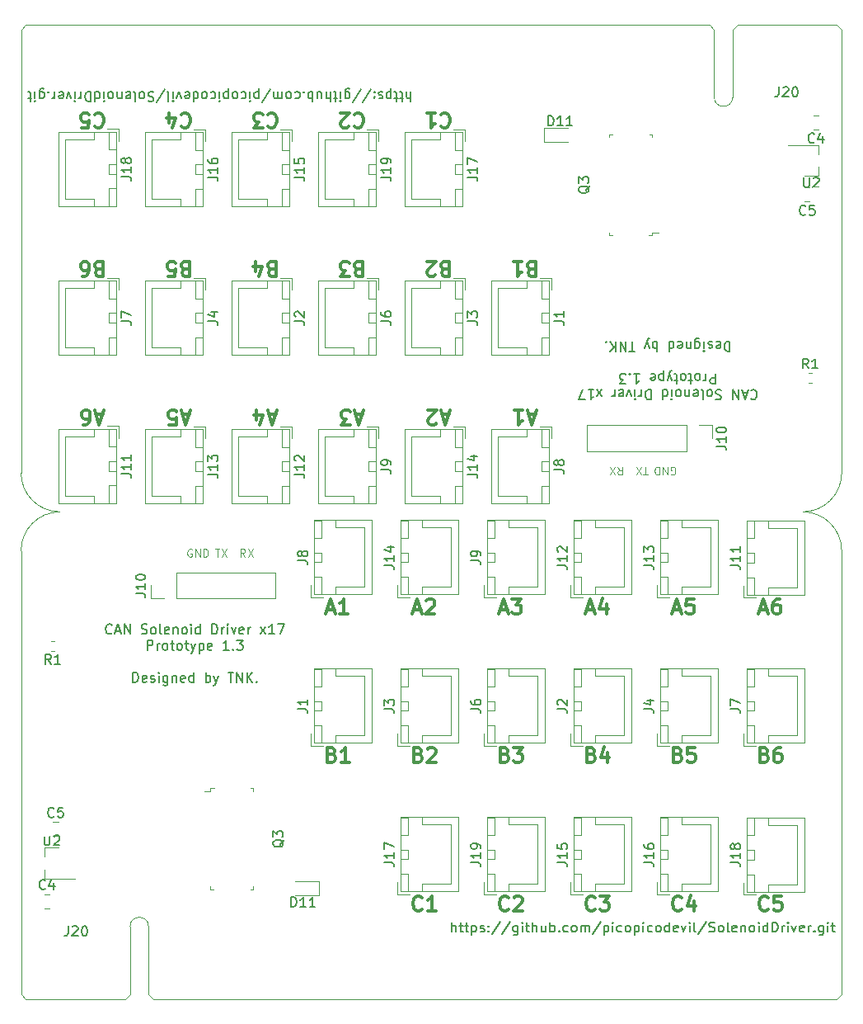
<source format=gto>
%TF.GenerationSoftware,KiCad,Pcbnew,(5.1.6)-1*%
%TF.CreationDate,2020-06-21T16:44:57+09:00*%
%TF.ProjectId,Solenoid_Valve-fin,536f6c65-6e6f-4696-945f-56616c76652d,rev?*%
%TF.SameCoordinates,Original*%
%TF.FileFunction,Legend,Top*%
%TF.FilePolarity,Positive*%
%FSLAX46Y46*%
G04 Gerber Fmt 4.6, Leading zero omitted, Abs format (unit mm)*
G04 Created by KiCad (PCBNEW (5.1.6)-1) date 2020-06-21 16:44:57*
%MOMM*%
%LPD*%
G01*
G04 APERTURE LIST*
%ADD10C,0.150000*%
%ADD11C,0.300000*%
%TA.AperFunction,Profile*%
%ADD12C,0.100000*%
%TD*%
%ADD13C,0.120000*%
%ADD14C,0.100000*%
%ADD15O,2.102000X1.802000*%
%ADD16R,1.690000X0.740000*%
%ADD17R,0.802000X4.402000*%
%ADD18R,0.802000X3.302000*%
%ADD19R,1.802000X1.802000*%
%ADD20O,1.802000X1.802000*%
%ADD21R,2.002000X0.902000*%
%ADD22R,1.702000X1.702000*%
%ADD23O,1.702000X1.702000*%
G04 APERTURE END LIST*
D10*
X160395238Y-36347619D02*
X160395238Y-37347619D01*
X159966666Y-36347619D02*
X159966666Y-36871428D01*
X160014285Y-36966666D01*
X160109523Y-37014285D01*
X160252380Y-37014285D01*
X160347619Y-36966666D01*
X160395238Y-36919047D01*
X159633333Y-37014285D02*
X159252380Y-37014285D01*
X159490476Y-37347619D02*
X159490476Y-36490476D01*
X159442857Y-36395238D01*
X159347619Y-36347619D01*
X159252380Y-36347619D01*
X159061904Y-37014285D02*
X158680952Y-37014285D01*
X158919047Y-37347619D02*
X158919047Y-36490476D01*
X158871428Y-36395238D01*
X158776190Y-36347619D01*
X158680952Y-36347619D01*
X158347619Y-37014285D02*
X158347619Y-36014285D01*
X158347619Y-36966666D02*
X158252380Y-37014285D01*
X158061904Y-37014285D01*
X157966666Y-36966666D01*
X157919047Y-36919047D01*
X157871428Y-36823809D01*
X157871428Y-36538095D01*
X157919047Y-36442857D01*
X157966666Y-36395238D01*
X158061904Y-36347619D01*
X158252380Y-36347619D01*
X158347619Y-36395238D01*
X157490476Y-36395238D02*
X157395238Y-36347619D01*
X157204761Y-36347619D01*
X157109523Y-36395238D01*
X157061904Y-36490476D01*
X157061904Y-36538095D01*
X157109523Y-36633333D01*
X157204761Y-36680952D01*
X157347619Y-36680952D01*
X157442857Y-36728571D01*
X157490476Y-36823809D01*
X157490476Y-36871428D01*
X157442857Y-36966666D01*
X157347619Y-37014285D01*
X157204761Y-37014285D01*
X157109523Y-36966666D01*
X156633333Y-36442857D02*
X156585714Y-36395238D01*
X156633333Y-36347619D01*
X156680952Y-36395238D01*
X156633333Y-36442857D01*
X156633333Y-36347619D01*
X156633333Y-36966666D02*
X156585714Y-36919047D01*
X156633333Y-36871428D01*
X156680952Y-36919047D01*
X156633333Y-36966666D01*
X156633333Y-36871428D01*
X155442857Y-37395238D02*
X156300000Y-36109523D01*
X154395238Y-37395238D02*
X155252380Y-36109523D01*
X153633333Y-37014285D02*
X153633333Y-36204761D01*
X153680952Y-36109523D01*
X153728571Y-36061904D01*
X153823809Y-36014285D01*
X153966666Y-36014285D01*
X154061904Y-36061904D01*
X153633333Y-36395238D02*
X153728571Y-36347619D01*
X153919047Y-36347619D01*
X154014285Y-36395238D01*
X154061904Y-36442857D01*
X154109523Y-36538095D01*
X154109523Y-36823809D01*
X154061904Y-36919047D01*
X154014285Y-36966666D01*
X153919047Y-37014285D01*
X153728571Y-37014285D01*
X153633333Y-36966666D01*
X153157142Y-36347619D02*
X153157142Y-37014285D01*
X153157142Y-37347619D02*
X153204761Y-37300000D01*
X153157142Y-37252380D01*
X153109523Y-37300000D01*
X153157142Y-37347619D01*
X153157142Y-37252380D01*
X152823809Y-37014285D02*
X152442857Y-37014285D01*
X152680952Y-37347619D02*
X152680952Y-36490476D01*
X152633333Y-36395238D01*
X152538095Y-36347619D01*
X152442857Y-36347619D01*
X152109523Y-36347619D02*
X152109523Y-37347619D01*
X151680952Y-36347619D02*
X151680952Y-36871428D01*
X151728571Y-36966666D01*
X151823809Y-37014285D01*
X151966666Y-37014285D01*
X152061904Y-36966666D01*
X152109523Y-36919047D01*
X150776190Y-37014285D02*
X150776190Y-36347619D01*
X151204761Y-37014285D02*
X151204761Y-36490476D01*
X151157142Y-36395238D01*
X151061904Y-36347619D01*
X150919047Y-36347619D01*
X150823809Y-36395238D01*
X150776190Y-36442857D01*
X150300000Y-36347619D02*
X150300000Y-37347619D01*
X150300000Y-36966666D02*
X150204761Y-37014285D01*
X150014285Y-37014285D01*
X149919047Y-36966666D01*
X149871428Y-36919047D01*
X149823809Y-36823809D01*
X149823809Y-36538095D01*
X149871428Y-36442857D01*
X149919047Y-36395238D01*
X150014285Y-36347619D01*
X150204761Y-36347619D01*
X150300000Y-36395238D01*
X149395238Y-36442857D02*
X149347619Y-36395238D01*
X149395238Y-36347619D01*
X149442857Y-36395238D01*
X149395238Y-36442857D01*
X149395238Y-36347619D01*
X148490476Y-36395238D02*
X148585714Y-36347619D01*
X148776190Y-36347619D01*
X148871428Y-36395238D01*
X148919047Y-36442857D01*
X148966666Y-36538095D01*
X148966666Y-36823809D01*
X148919047Y-36919047D01*
X148871428Y-36966666D01*
X148776190Y-37014285D01*
X148585714Y-37014285D01*
X148490476Y-36966666D01*
X147919047Y-36347619D02*
X148014285Y-36395238D01*
X148061904Y-36442857D01*
X148109523Y-36538095D01*
X148109523Y-36823809D01*
X148061904Y-36919047D01*
X148014285Y-36966666D01*
X147919047Y-37014285D01*
X147776190Y-37014285D01*
X147680952Y-36966666D01*
X147633333Y-36919047D01*
X147585714Y-36823809D01*
X147585714Y-36538095D01*
X147633333Y-36442857D01*
X147680952Y-36395238D01*
X147776190Y-36347619D01*
X147919047Y-36347619D01*
X147157142Y-36347619D02*
X147157142Y-37014285D01*
X147157142Y-36919047D02*
X147109523Y-36966666D01*
X147014285Y-37014285D01*
X146871428Y-37014285D01*
X146776190Y-36966666D01*
X146728571Y-36871428D01*
X146728571Y-36347619D01*
X146728571Y-36871428D02*
X146680952Y-36966666D01*
X146585714Y-37014285D01*
X146442857Y-37014285D01*
X146347619Y-36966666D01*
X146300000Y-36871428D01*
X146300000Y-36347619D01*
X145109523Y-37395238D02*
X145966666Y-36109523D01*
X144776190Y-37014285D02*
X144776190Y-36014285D01*
X144776190Y-36966666D02*
X144680952Y-37014285D01*
X144490476Y-37014285D01*
X144395238Y-36966666D01*
X144347619Y-36919047D01*
X144300000Y-36823809D01*
X144300000Y-36538095D01*
X144347619Y-36442857D01*
X144395238Y-36395238D01*
X144490476Y-36347619D01*
X144680952Y-36347619D01*
X144776190Y-36395238D01*
X143871428Y-36347619D02*
X143871428Y-37014285D01*
X143871428Y-37347619D02*
X143919047Y-37300000D01*
X143871428Y-37252380D01*
X143823809Y-37300000D01*
X143871428Y-37347619D01*
X143871428Y-37252380D01*
X142966666Y-36395238D02*
X143061904Y-36347619D01*
X143252380Y-36347619D01*
X143347619Y-36395238D01*
X143395238Y-36442857D01*
X143442857Y-36538095D01*
X143442857Y-36823809D01*
X143395238Y-36919047D01*
X143347619Y-36966666D01*
X143252380Y-37014285D01*
X143061904Y-37014285D01*
X142966666Y-36966666D01*
X142395238Y-36347619D02*
X142490476Y-36395238D01*
X142538095Y-36442857D01*
X142585714Y-36538095D01*
X142585714Y-36823809D01*
X142538095Y-36919047D01*
X142490476Y-36966666D01*
X142395238Y-37014285D01*
X142252380Y-37014285D01*
X142157142Y-36966666D01*
X142109523Y-36919047D01*
X142061904Y-36823809D01*
X142061904Y-36538095D01*
X142109523Y-36442857D01*
X142157142Y-36395238D01*
X142252380Y-36347619D01*
X142395238Y-36347619D01*
X141633333Y-37014285D02*
X141633333Y-36014285D01*
X141633333Y-36966666D02*
X141538095Y-37014285D01*
X141347619Y-37014285D01*
X141252380Y-36966666D01*
X141204761Y-36919047D01*
X141157142Y-36823809D01*
X141157142Y-36538095D01*
X141204761Y-36442857D01*
X141252380Y-36395238D01*
X141347619Y-36347619D01*
X141538095Y-36347619D01*
X141633333Y-36395238D01*
X140728571Y-36347619D02*
X140728571Y-37014285D01*
X140728571Y-37347619D02*
X140776190Y-37300000D01*
X140728571Y-37252380D01*
X140680952Y-37300000D01*
X140728571Y-37347619D01*
X140728571Y-37252380D01*
X139823809Y-36395238D02*
X139919047Y-36347619D01*
X140109523Y-36347619D01*
X140204761Y-36395238D01*
X140252380Y-36442857D01*
X140300000Y-36538095D01*
X140300000Y-36823809D01*
X140252380Y-36919047D01*
X140204761Y-36966666D01*
X140109523Y-37014285D01*
X139919047Y-37014285D01*
X139823809Y-36966666D01*
X139252380Y-36347619D02*
X139347619Y-36395238D01*
X139395238Y-36442857D01*
X139442857Y-36538095D01*
X139442857Y-36823809D01*
X139395238Y-36919047D01*
X139347619Y-36966666D01*
X139252380Y-37014285D01*
X139109523Y-37014285D01*
X139014285Y-36966666D01*
X138966666Y-36919047D01*
X138919047Y-36823809D01*
X138919047Y-36538095D01*
X138966666Y-36442857D01*
X139014285Y-36395238D01*
X139109523Y-36347619D01*
X139252380Y-36347619D01*
X138061904Y-36347619D02*
X138061904Y-37347619D01*
X138061904Y-36395238D02*
X138157142Y-36347619D01*
X138347619Y-36347619D01*
X138442857Y-36395238D01*
X138490476Y-36442857D01*
X138538095Y-36538095D01*
X138538095Y-36823809D01*
X138490476Y-36919047D01*
X138442857Y-36966666D01*
X138347619Y-37014285D01*
X138157142Y-37014285D01*
X138061904Y-36966666D01*
X137204761Y-36395238D02*
X137300000Y-36347619D01*
X137490476Y-36347619D01*
X137585714Y-36395238D01*
X137633333Y-36490476D01*
X137633333Y-36871428D01*
X137585714Y-36966666D01*
X137490476Y-37014285D01*
X137300000Y-37014285D01*
X137204761Y-36966666D01*
X137157142Y-36871428D01*
X137157142Y-36776190D01*
X137633333Y-36680952D01*
X136823809Y-37014285D02*
X136585714Y-36347619D01*
X136347619Y-37014285D01*
X135966666Y-36347619D02*
X135966666Y-37014285D01*
X135966666Y-37347619D02*
X136014285Y-37300000D01*
X135966666Y-37252380D01*
X135919047Y-37300000D01*
X135966666Y-37347619D01*
X135966666Y-37252380D01*
X135347619Y-36347619D02*
X135442857Y-36395238D01*
X135490476Y-36490476D01*
X135490476Y-37347619D01*
X134252380Y-37395238D02*
X135109523Y-36109523D01*
X133966666Y-36395238D02*
X133823809Y-36347619D01*
X133585714Y-36347619D01*
X133490476Y-36395238D01*
X133442857Y-36442857D01*
X133395238Y-36538095D01*
X133395238Y-36633333D01*
X133442857Y-36728571D01*
X133490476Y-36776190D01*
X133585714Y-36823809D01*
X133776190Y-36871428D01*
X133871428Y-36919047D01*
X133919047Y-36966666D01*
X133966666Y-37061904D01*
X133966666Y-37157142D01*
X133919047Y-37252380D01*
X133871428Y-37300000D01*
X133776190Y-37347619D01*
X133538095Y-37347619D01*
X133395238Y-37300000D01*
X132823809Y-36347619D02*
X132919047Y-36395238D01*
X132966666Y-36442857D01*
X133014285Y-36538095D01*
X133014285Y-36823809D01*
X132966666Y-36919047D01*
X132919047Y-36966666D01*
X132823809Y-37014285D01*
X132680952Y-37014285D01*
X132585714Y-36966666D01*
X132538095Y-36919047D01*
X132490476Y-36823809D01*
X132490476Y-36538095D01*
X132538095Y-36442857D01*
X132585714Y-36395238D01*
X132680952Y-36347619D01*
X132823809Y-36347619D01*
X131919047Y-36347619D02*
X132014285Y-36395238D01*
X132061904Y-36490476D01*
X132061904Y-37347619D01*
X131157142Y-36395238D02*
X131252380Y-36347619D01*
X131442857Y-36347619D01*
X131538095Y-36395238D01*
X131585714Y-36490476D01*
X131585714Y-36871428D01*
X131538095Y-36966666D01*
X131442857Y-37014285D01*
X131252380Y-37014285D01*
X131157142Y-36966666D01*
X131109523Y-36871428D01*
X131109523Y-36776190D01*
X131585714Y-36680952D01*
X130680952Y-37014285D02*
X130680952Y-36347619D01*
X130680952Y-36919047D02*
X130633333Y-36966666D01*
X130538095Y-37014285D01*
X130395238Y-37014285D01*
X130300000Y-36966666D01*
X130252380Y-36871428D01*
X130252380Y-36347619D01*
X129633333Y-36347619D02*
X129728571Y-36395238D01*
X129776190Y-36442857D01*
X129823809Y-36538095D01*
X129823809Y-36823809D01*
X129776190Y-36919047D01*
X129728571Y-36966666D01*
X129633333Y-37014285D01*
X129490476Y-37014285D01*
X129395238Y-36966666D01*
X129347619Y-36919047D01*
X129300000Y-36823809D01*
X129300000Y-36538095D01*
X129347619Y-36442857D01*
X129395238Y-36395238D01*
X129490476Y-36347619D01*
X129633333Y-36347619D01*
X128871428Y-36347619D02*
X128871428Y-37014285D01*
X128871428Y-37347619D02*
X128919047Y-37300000D01*
X128871428Y-37252380D01*
X128823809Y-37300000D01*
X128871428Y-37347619D01*
X128871428Y-37252380D01*
X127966666Y-36347619D02*
X127966666Y-37347619D01*
X127966666Y-36395238D02*
X128061904Y-36347619D01*
X128252380Y-36347619D01*
X128347619Y-36395238D01*
X128395238Y-36442857D01*
X128442857Y-36538095D01*
X128442857Y-36823809D01*
X128395238Y-36919047D01*
X128347619Y-36966666D01*
X128252380Y-37014285D01*
X128061904Y-37014285D01*
X127966666Y-36966666D01*
X127490476Y-36347619D02*
X127490476Y-37347619D01*
X127252380Y-37347619D01*
X127109523Y-37300000D01*
X127014285Y-37204761D01*
X126966666Y-37109523D01*
X126919047Y-36919047D01*
X126919047Y-36776190D01*
X126966666Y-36585714D01*
X127014285Y-36490476D01*
X127109523Y-36395238D01*
X127252380Y-36347619D01*
X127490476Y-36347619D01*
X126490476Y-36347619D02*
X126490476Y-37014285D01*
X126490476Y-36823809D02*
X126442857Y-36919047D01*
X126395238Y-36966666D01*
X126300000Y-37014285D01*
X126204761Y-37014285D01*
X125871428Y-36347619D02*
X125871428Y-37014285D01*
X125871428Y-37347619D02*
X125919047Y-37300000D01*
X125871428Y-37252380D01*
X125823809Y-37300000D01*
X125871428Y-37347619D01*
X125871428Y-37252380D01*
X125490476Y-37014285D02*
X125252380Y-36347619D01*
X125014285Y-37014285D01*
X124252380Y-36395238D02*
X124347619Y-36347619D01*
X124538095Y-36347619D01*
X124633333Y-36395238D01*
X124680952Y-36490476D01*
X124680952Y-36871428D01*
X124633333Y-36966666D01*
X124538095Y-37014285D01*
X124347619Y-37014285D01*
X124252380Y-36966666D01*
X124204761Y-36871428D01*
X124204761Y-36776190D01*
X124680952Y-36680952D01*
X123776190Y-36347619D02*
X123776190Y-37014285D01*
X123776190Y-36823809D02*
X123728571Y-36919047D01*
X123680952Y-36966666D01*
X123585714Y-37014285D01*
X123490476Y-37014285D01*
X123157142Y-36442857D02*
X123109523Y-36395238D01*
X123157142Y-36347619D01*
X123204761Y-36395238D01*
X123157142Y-36442857D01*
X123157142Y-36347619D01*
X122252380Y-37014285D02*
X122252380Y-36204761D01*
X122300000Y-36109523D01*
X122347619Y-36061904D01*
X122442857Y-36014285D01*
X122585714Y-36014285D01*
X122680952Y-36061904D01*
X122252380Y-36395238D02*
X122347619Y-36347619D01*
X122538095Y-36347619D01*
X122633333Y-36395238D01*
X122680952Y-36442857D01*
X122728571Y-36538095D01*
X122728571Y-36823809D01*
X122680952Y-36919047D01*
X122633333Y-36966666D01*
X122538095Y-37014285D01*
X122347619Y-37014285D01*
X122252380Y-36966666D01*
X121776190Y-36347619D02*
X121776190Y-37014285D01*
X121776190Y-37347619D02*
X121823809Y-37300000D01*
X121776190Y-37252380D01*
X121728571Y-37300000D01*
X121776190Y-37347619D01*
X121776190Y-37252380D01*
X121442857Y-37014285D02*
X121061904Y-37014285D01*
X121300000Y-37347619D02*
X121300000Y-36490476D01*
X121252380Y-36395238D01*
X121157142Y-36347619D01*
X121061904Y-36347619D01*
X164604761Y-122552380D02*
X164604761Y-121552380D01*
X165033333Y-122552380D02*
X165033333Y-122028571D01*
X164985714Y-121933333D01*
X164890476Y-121885714D01*
X164747619Y-121885714D01*
X164652380Y-121933333D01*
X164604761Y-121980952D01*
X165366666Y-121885714D02*
X165747619Y-121885714D01*
X165509523Y-121552380D02*
X165509523Y-122409523D01*
X165557142Y-122504761D01*
X165652380Y-122552380D01*
X165747619Y-122552380D01*
X165938095Y-121885714D02*
X166319047Y-121885714D01*
X166080952Y-121552380D02*
X166080952Y-122409523D01*
X166128571Y-122504761D01*
X166223809Y-122552380D01*
X166319047Y-122552380D01*
X166652380Y-121885714D02*
X166652380Y-122885714D01*
X166652380Y-121933333D02*
X166747619Y-121885714D01*
X166938095Y-121885714D01*
X167033333Y-121933333D01*
X167080952Y-121980952D01*
X167128571Y-122076190D01*
X167128571Y-122361904D01*
X167080952Y-122457142D01*
X167033333Y-122504761D01*
X166938095Y-122552380D01*
X166747619Y-122552380D01*
X166652380Y-122504761D01*
X167509523Y-122504761D02*
X167604761Y-122552380D01*
X167795238Y-122552380D01*
X167890476Y-122504761D01*
X167938095Y-122409523D01*
X167938095Y-122361904D01*
X167890476Y-122266666D01*
X167795238Y-122219047D01*
X167652380Y-122219047D01*
X167557142Y-122171428D01*
X167509523Y-122076190D01*
X167509523Y-122028571D01*
X167557142Y-121933333D01*
X167652380Y-121885714D01*
X167795238Y-121885714D01*
X167890476Y-121933333D01*
X168366666Y-122457142D02*
X168414285Y-122504761D01*
X168366666Y-122552380D01*
X168319047Y-122504761D01*
X168366666Y-122457142D01*
X168366666Y-122552380D01*
X168366666Y-121933333D02*
X168414285Y-121980952D01*
X168366666Y-122028571D01*
X168319047Y-121980952D01*
X168366666Y-121933333D01*
X168366666Y-122028571D01*
X169557142Y-121504761D02*
X168700000Y-122790476D01*
X170604761Y-121504761D02*
X169747619Y-122790476D01*
X171366666Y-121885714D02*
X171366666Y-122695238D01*
X171319047Y-122790476D01*
X171271428Y-122838095D01*
X171176190Y-122885714D01*
X171033333Y-122885714D01*
X170938095Y-122838095D01*
X171366666Y-122504761D02*
X171271428Y-122552380D01*
X171080952Y-122552380D01*
X170985714Y-122504761D01*
X170938095Y-122457142D01*
X170890476Y-122361904D01*
X170890476Y-122076190D01*
X170938095Y-121980952D01*
X170985714Y-121933333D01*
X171080952Y-121885714D01*
X171271428Y-121885714D01*
X171366666Y-121933333D01*
X171842857Y-122552380D02*
X171842857Y-121885714D01*
X171842857Y-121552380D02*
X171795238Y-121600000D01*
X171842857Y-121647619D01*
X171890476Y-121600000D01*
X171842857Y-121552380D01*
X171842857Y-121647619D01*
X172176190Y-121885714D02*
X172557142Y-121885714D01*
X172319047Y-121552380D02*
X172319047Y-122409523D01*
X172366666Y-122504761D01*
X172461904Y-122552380D01*
X172557142Y-122552380D01*
X172890476Y-122552380D02*
X172890476Y-121552380D01*
X173319047Y-122552380D02*
X173319047Y-122028571D01*
X173271428Y-121933333D01*
X173176190Y-121885714D01*
X173033333Y-121885714D01*
X172938095Y-121933333D01*
X172890476Y-121980952D01*
X174223809Y-121885714D02*
X174223809Y-122552380D01*
X173795238Y-121885714D02*
X173795238Y-122409523D01*
X173842857Y-122504761D01*
X173938095Y-122552380D01*
X174080952Y-122552380D01*
X174176190Y-122504761D01*
X174223809Y-122457142D01*
X174700000Y-122552380D02*
X174700000Y-121552380D01*
X174700000Y-121933333D02*
X174795238Y-121885714D01*
X174985714Y-121885714D01*
X175080952Y-121933333D01*
X175128571Y-121980952D01*
X175176190Y-122076190D01*
X175176190Y-122361904D01*
X175128571Y-122457142D01*
X175080952Y-122504761D01*
X174985714Y-122552380D01*
X174795238Y-122552380D01*
X174700000Y-122504761D01*
X175604761Y-122457142D02*
X175652380Y-122504761D01*
X175604761Y-122552380D01*
X175557142Y-122504761D01*
X175604761Y-122457142D01*
X175604761Y-122552380D01*
X176509523Y-122504761D02*
X176414285Y-122552380D01*
X176223809Y-122552380D01*
X176128571Y-122504761D01*
X176080952Y-122457142D01*
X176033333Y-122361904D01*
X176033333Y-122076190D01*
X176080952Y-121980952D01*
X176128571Y-121933333D01*
X176223809Y-121885714D01*
X176414285Y-121885714D01*
X176509523Y-121933333D01*
X177080952Y-122552380D02*
X176985714Y-122504761D01*
X176938095Y-122457142D01*
X176890476Y-122361904D01*
X176890476Y-122076190D01*
X176938095Y-121980952D01*
X176985714Y-121933333D01*
X177080952Y-121885714D01*
X177223809Y-121885714D01*
X177319047Y-121933333D01*
X177366666Y-121980952D01*
X177414285Y-122076190D01*
X177414285Y-122361904D01*
X177366666Y-122457142D01*
X177319047Y-122504761D01*
X177223809Y-122552380D01*
X177080952Y-122552380D01*
X177842857Y-122552380D02*
X177842857Y-121885714D01*
X177842857Y-121980952D02*
X177890476Y-121933333D01*
X177985714Y-121885714D01*
X178128571Y-121885714D01*
X178223809Y-121933333D01*
X178271428Y-122028571D01*
X178271428Y-122552380D01*
X178271428Y-122028571D02*
X178319047Y-121933333D01*
X178414285Y-121885714D01*
X178557142Y-121885714D01*
X178652380Y-121933333D01*
X178700000Y-122028571D01*
X178700000Y-122552380D01*
X179890476Y-121504761D02*
X179033333Y-122790476D01*
X180223809Y-121885714D02*
X180223809Y-122885714D01*
X180223809Y-121933333D02*
X180319047Y-121885714D01*
X180509523Y-121885714D01*
X180604761Y-121933333D01*
X180652380Y-121980952D01*
X180700000Y-122076190D01*
X180700000Y-122361904D01*
X180652380Y-122457142D01*
X180604761Y-122504761D01*
X180509523Y-122552380D01*
X180319047Y-122552380D01*
X180223809Y-122504761D01*
X181128571Y-122552380D02*
X181128571Y-121885714D01*
X181128571Y-121552380D02*
X181080952Y-121600000D01*
X181128571Y-121647619D01*
X181176190Y-121600000D01*
X181128571Y-121552380D01*
X181128571Y-121647619D01*
X182033333Y-122504761D02*
X181938095Y-122552380D01*
X181747619Y-122552380D01*
X181652380Y-122504761D01*
X181604761Y-122457142D01*
X181557142Y-122361904D01*
X181557142Y-122076190D01*
X181604761Y-121980952D01*
X181652380Y-121933333D01*
X181747619Y-121885714D01*
X181938095Y-121885714D01*
X182033333Y-121933333D01*
X182604761Y-122552380D02*
X182509523Y-122504761D01*
X182461904Y-122457142D01*
X182414285Y-122361904D01*
X182414285Y-122076190D01*
X182461904Y-121980952D01*
X182509523Y-121933333D01*
X182604761Y-121885714D01*
X182747619Y-121885714D01*
X182842857Y-121933333D01*
X182890476Y-121980952D01*
X182938095Y-122076190D01*
X182938095Y-122361904D01*
X182890476Y-122457142D01*
X182842857Y-122504761D01*
X182747619Y-122552380D01*
X182604761Y-122552380D01*
X183366666Y-121885714D02*
X183366666Y-122885714D01*
X183366666Y-121933333D02*
X183461904Y-121885714D01*
X183652380Y-121885714D01*
X183747619Y-121933333D01*
X183795238Y-121980952D01*
X183842857Y-122076190D01*
X183842857Y-122361904D01*
X183795238Y-122457142D01*
X183747619Y-122504761D01*
X183652380Y-122552380D01*
X183461904Y-122552380D01*
X183366666Y-122504761D01*
X184271428Y-122552380D02*
X184271428Y-121885714D01*
X184271428Y-121552380D02*
X184223809Y-121600000D01*
X184271428Y-121647619D01*
X184319047Y-121600000D01*
X184271428Y-121552380D01*
X184271428Y-121647619D01*
X185176190Y-122504761D02*
X185080952Y-122552380D01*
X184890476Y-122552380D01*
X184795238Y-122504761D01*
X184747619Y-122457142D01*
X184700000Y-122361904D01*
X184700000Y-122076190D01*
X184747619Y-121980952D01*
X184795238Y-121933333D01*
X184890476Y-121885714D01*
X185080952Y-121885714D01*
X185176190Y-121933333D01*
X185747619Y-122552380D02*
X185652380Y-122504761D01*
X185604761Y-122457142D01*
X185557142Y-122361904D01*
X185557142Y-122076190D01*
X185604761Y-121980952D01*
X185652380Y-121933333D01*
X185747619Y-121885714D01*
X185890476Y-121885714D01*
X185985714Y-121933333D01*
X186033333Y-121980952D01*
X186080952Y-122076190D01*
X186080952Y-122361904D01*
X186033333Y-122457142D01*
X185985714Y-122504761D01*
X185890476Y-122552380D01*
X185747619Y-122552380D01*
X186938095Y-122552380D02*
X186938095Y-121552380D01*
X186938095Y-122504761D02*
X186842857Y-122552380D01*
X186652380Y-122552380D01*
X186557142Y-122504761D01*
X186509523Y-122457142D01*
X186461904Y-122361904D01*
X186461904Y-122076190D01*
X186509523Y-121980952D01*
X186557142Y-121933333D01*
X186652380Y-121885714D01*
X186842857Y-121885714D01*
X186938095Y-121933333D01*
X187795238Y-122504761D02*
X187700000Y-122552380D01*
X187509523Y-122552380D01*
X187414285Y-122504761D01*
X187366666Y-122409523D01*
X187366666Y-122028571D01*
X187414285Y-121933333D01*
X187509523Y-121885714D01*
X187700000Y-121885714D01*
X187795238Y-121933333D01*
X187842857Y-122028571D01*
X187842857Y-122123809D01*
X187366666Y-122219047D01*
X188176190Y-121885714D02*
X188414285Y-122552380D01*
X188652380Y-121885714D01*
X189033333Y-122552380D02*
X189033333Y-121885714D01*
X189033333Y-121552380D02*
X188985714Y-121600000D01*
X189033333Y-121647619D01*
X189080952Y-121600000D01*
X189033333Y-121552380D01*
X189033333Y-121647619D01*
X189652380Y-122552380D02*
X189557142Y-122504761D01*
X189509523Y-122409523D01*
X189509523Y-121552380D01*
X190747619Y-121504761D02*
X189890476Y-122790476D01*
X191033333Y-122504761D02*
X191176190Y-122552380D01*
X191414285Y-122552380D01*
X191509523Y-122504761D01*
X191557142Y-122457142D01*
X191604761Y-122361904D01*
X191604761Y-122266666D01*
X191557142Y-122171428D01*
X191509523Y-122123809D01*
X191414285Y-122076190D01*
X191223809Y-122028571D01*
X191128571Y-121980952D01*
X191080952Y-121933333D01*
X191033333Y-121838095D01*
X191033333Y-121742857D01*
X191080952Y-121647619D01*
X191128571Y-121600000D01*
X191223809Y-121552380D01*
X191461904Y-121552380D01*
X191604761Y-121600000D01*
X192176190Y-122552380D02*
X192080952Y-122504761D01*
X192033333Y-122457142D01*
X191985714Y-122361904D01*
X191985714Y-122076190D01*
X192033333Y-121980952D01*
X192080952Y-121933333D01*
X192176190Y-121885714D01*
X192319047Y-121885714D01*
X192414285Y-121933333D01*
X192461904Y-121980952D01*
X192509523Y-122076190D01*
X192509523Y-122361904D01*
X192461904Y-122457142D01*
X192414285Y-122504761D01*
X192319047Y-122552380D01*
X192176190Y-122552380D01*
X193080952Y-122552380D02*
X192985714Y-122504761D01*
X192938095Y-122409523D01*
X192938095Y-121552380D01*
X193842857Y-122504761D02*
X193747619Y-122552380D01*
X193557142Y-122552380D01*
X193461904Y-122504761D01*
X193414285Y-122409523D01*
X193414285Y-122028571D01*
X193461904Y-121933333D01*
X193557142Y-121885714D01*
X193747619Y-121885714D01*
X193842857Y-121933333D01*
X193890476Y-122028571D01*
X193890476Y-122123809D01*
X193414285Y-122219047D01*
X194319047Y-121885714D02*
X194319047Y-122552380D01*
X194319047Y-121980952D02*
X194366666Y-121933333D01*
X194461904Y-121885714D01*
X194604761Y-121885714D01*
X194700000Y-121933333D01*
X194747619Y-122028571D01*
X194747619Y-122552380D01*
X195366666Y-122552380D02*
X195271428Y-122504761D01*
X195223809Y-122457142D01*
X195176190Y-122361904D01*
X195176190Y-122076190D01*
X195223809Y-121980952D01*
X195271428Y-121933333D01*
X195366666Y-121885714D01*
X195509523Y-121885714D01*
X195604761Y-121933333D01*
X195652380Y-121980952D01*
X195699999Y-122076190D01*
X195699999Y-122361904D01*
X195652380Y-122457142D01*
X195604761Y-122504761D01*
X195509523Y-122552380D01*
X195366666Y-122552380D01*
X196128571Y-122552380D02*
X196128571Y-121885714D01*
X196128571Y-121552380D02*
X196080952Y-121600000D01*
X196128571Y-121647619D01*
X196176190Y-121600000D01*
X196128571Y-121552380D01*
X196128571Y-121647619D01*
X197033333Y-122552380D02*
X197033333Y-121552380D01*
X197033333Y-122504761D02*
X196938095Y-122552380D01*
X196747619Y-122552380D01*
X196652380Y-122504761D01*
X196604761Y-122457142D01*
X196557142Y-122361904D01*
X196557142Y-122076190D01*
X196604761Y-121980952D01*
X196652380Y-121933333D01*
X196747619Y-121885714D01*
X196938095Y-121885714D01*
X197033333Y-121933333D01*
X197509523Y-122552380D02*
X197509523Y-121552380D01*
X197747619Y-121552380D01*
X197890476Y-121600000D01*
X197985714Y-121695238D01*
X198033333Y-121790476D01*
X198080952Y-121980952D01*
X198080952Y-122123809D01*
X198033333Y-122314285D01*
X197985714Y-122409523D01*
X197890476Y-122504761D01*
X197747619Y-122552380D01*
X197509523Y-122552380D01*
X198509523Y-122552380D02*
X198509523Y-121885714D01*
X198509523Y-122076190D02*
X198557142Y-121980952D01*
X198604761Y-121933333D01*
X198699999Y-121885714D01*
X198795238Y-121885714D01*
X199128571Y-122552380D02*
X199128571Y-121885714D01*
X199128571Y-121552380D02*
X199080952Y-121600000D01*
X199128571Y-121647619D01*
X199176190Y-121600000D01*
X199128571Y-121552380D01*
X199128571Y-121647619D01*
X199509523Y-121885714D02*
X199747619Y-122552380D01*
X199985714Y-121885714D01*
X200747619Y-122504761D02*
X200652380Y-122552380D01*
X200461904Y-122552380D01*
X200366666Y-122504761D01*
X200319047Y-122409523D01*
X200319047Y-122028571D01*
X200366666Y-121933333D01*
X200461904Y-121885714D01*
X200652380Y-121885714D01*
X200747619Y-121933333D01*
X200795238Y-122028571D01*
X200795238Y-122123809D01*
X200319047Y-122219047D01*
X201223809Y-122552380D02*
X201223809Y-121885714D01*
X201223809Y-122076190D02*
X201271428Y-121980952D01*
X201319047Y-121933333D01*
X201414285Y-121885714D01*
X201509523Y-121885714D01*
X201842857Y-122457142D02*
X201890476Y-122504761D01*
X201842857Y-122552380D01*
X201795238Y-122504761D01*
X201842857Y-122457142D01*
X201842857Y-122552380D01*
X202747619Y-121885714D02*
X202747619Y-122695238D01*
X202700000Y-122790476D01*
X202652380Y-122838095D01*
X202557142Y-122885714D01*
X202414285Y-122885714D01*
X202319047Y-122838095D01*
X202747619Y-122504761D02*
X202652380Y-122552380D01*
X202461904Y-122552380D01*
X202366666Y-122504761D01*
X202319047Y-122457142D01*
X202271428Y-122361904D01*
X202271428Y-122076190D01*
X202319047Y-121980952D01*
X202366666Y-121933333D01*
X202461904Y-121885714D01*
X202652380Y-121885714D01*
X202747619Y-121933333D01*
X203223809Y-122552380D02*
X203223809Y-121885714D01*
X203223809Y-121552380D02*
X203176190Y-121600000D01*
X203223809Y-121647619D01*
X203271428Y-121600000D01*
X203223809Y-121552380D01*
X203223809Y-121647619D01*
X203557142Y-121885714D02*
X203938095Y-121885714D01*
X203700000Y-121552380D02*
X203700000Y-122409523D01*
X203747619Y-122504761D01*
X203842857Y-122552380D01*
X203938095Y-122552380D01*
D11*
X172727142Y-54547142D02*
X172512857Y-54475714D01*
X172441428Y-54404285D01*
X172370000Y-54261428D01*
X172370000Y-54047142D01*
X172441428Y-53904285D01*
X172512857Y-53832857D01*
X172655714Y-53761428D01*
X173227142Y-53761428D01*
X173227142Y-55261428D01*
X172727142Y-55261428D01*
X172584285Y-55190000D01*
X172512857Y-55118571D01*
X172441428Y-54975714D01*
X172441428Y-54832857D01*
X172512857Y-54690000D01*
X172584285Y-54618571D01*
X172727142Y-54547142D01*
X173227142Y-54547142D01*
X170941428Y-53761428D02*
X171798571Y-53761428D01*
X171370000Y-53761428D02*
X171370000Y-55261428D01*
X171512857Y-55047142D01*
X171655714Y-54904285D01*
X171798571Y-54832857D01*
X146521428Y-69430000D02*
X145807142Y-69430000D01*
X146664285Y-69001428D02*
X146164285Y-70501428D01*
X145664285Y-69001428D01*
X144521428Y-70001428D02*
X144521428Y-69001428D01*
X144878571Y-70572857D02*
X145235714Y-69501428D01*
X144307142Y-69501428D01*
X173191428Y-69430000D02*
X172477142Y-69430000D01*
X173334285Y-69001428D02*
X172834285Y-70501428D01*
X172334285Y-69001428D01*
X171048571Y-69001428D02*
X171905714Y-69001428D01*
X171477142Y-69001428D02*
X171477142Y-70501428D01*
X171620000Y-70287142D01*
X171762857Y-70144285D01*
X171905714Y-70072857D01*
X163837142Y-54547142D02*
X163622857Y-54475714D01*
X163551428Y-54404285D01*
X163480000Y-54261428D01*
X163480000Y-54047142D01*
X163551428Y-53904285D01*
X163622857Y-53832857D01*
X163765714Y-53761428D01*
X164337142Y-53761428D01*
X164337142Y-55261428D01*
X163837142Y-55261428D01*
X163694285Y-55190000D01*
X163622857Y-55118571D01*
X163551428Y-54975714D01*
X163551428Y-54832857D01*
X163622857Y-54690000D01*
X163694285Y-54618571D01*
X163837142Y-54547142D01*
X164337142Y-54547142D01*
X162908571Y-55118571D02*
X162837142Y-55190000D01*
X162694285Y-55261428D01*
X162337142Y-55261428D01*
X162194285Y-55190000D01*
X162122857Y-55118571D01*
X162051428Y-54975714D01*
X162051428Y-54832857D01*
X162122857Y-54618571D01*
X162980000Y-53761428D01*
X162051428Y-53761428D01*
X137631428Y-69430000D02*
X136917142Y-69430000D01*
X137774285Y-69001428D02*
X137274285Y-70501428D01*
X136774285Y-69001428D01*
X135560000Y-70501428D02*
X136274285Y-70501428D01*
X136345714Y-69787142D01*
X136274285Y-69858571D01*
X136131428Y-69930000D01*
X135774285Y-69930000D01*
X135631428Y-69858571D01*
X135560000Y-69787142D01*
X135488571Y-69644285D01*
X135488571Y-69287142D01*
X135560000Y-69144285D01*
X135631428Y-69072857D01*
X135774285Y-69001428D01*
X136131428Y-69001428D01*
X136274285Y-69072857D01*
X136345714Y-69144285D01*
X128741428Y-69430000D02*
X128027142Y-69430000D01*
X128884285Y-69001428D02*
X128384285Y-70501428D01*
X127884285Y-69001428D01*
X126741428Y-70501428D02*
X127027142Y-70501428D01*
X127170000Y-70430000D01*
X127241428Y-70358571D01*
X127384285Y-70144285D01*
X127455714Y-69858571D01*
X127455714Y-69287142D01*
X127384285Y-69144285D01*
X127312857Y-69072857D01*
X127170000Y-69001428D01*
X126884285Y-69001428D01*
X126741428Y-69072857D01*
X126670000Y-69144285D01*
X126598571Y-69287142D01*
X126598571Y-69644285D01*
X126670000Y-69787142D01*
X126741428Y-69858571D01*
X126884285Y-69930000D01*
X127170000Y-69930000D01*
X127312857Y-69858571D01*
X127384285Y-69787142D01*
X127455714Y-69644285D01*
X155411428Y-69430000D02*
X154697142Y-69430000D01*
X155554285Y-69001428D02*
X155054285Y-70501428D01*
X154554285Y-69001428D01*
X154197142Y-70501428D02*
X153268571Y-70501428D01*
X153768571Y-69930000D01*
X153554285Y-69930000D01*
X153411428Y-69858571D01*
X153340000Y-69787142D01*
X153268571Y-69644285D01*
X153268571Y-69287142D01*
X153340000Y-69144285D01*
X153411428Y-69072857D01*
X153554285Y-69001428D01*
X153982857Y-69001428D01*
X154125714Y-69072857D01*
X154197142Y-69144285D01*
X154947142Y-54547142D02*
X154732857Y-54475714D01*
X154661428Y-54404285D01*
X154590000Y-54261428D01*
X154590000Y-54047142D01*
X154661428Y-53904285D01*
X154732857Y-53832857D01*
X154875714Y-53761428D01*
X155447142Y-53761428D01*
X155447142Y-55261428D01*
X154947142Y-55261428D01*
X154804285Y-55190000D01*
X154732857Y-55118571D01*
X154661428Y-54975714D01*
X154661428Y-54832857D01*
X154732857Y-54690000D01*
X154804285Y-54618571D01*
X154947142Y-54547142D01*
X155447142Y-54547142D01*
X154090000Y-55261428D02*
X153161428Y-55261428D01*
X153661428Y-54690000D01*
X153447142Y-54690000D01*
X153304285Y-54618571D01*
X153232857Y-54547142D01*
X153161428Y-54404285D01*
X153161428Y-54047142D01*
X153232857Y-53904285D01*
X153304285Y-53832857D01*
X153447142Y-53761428D01*
X153875714Y-53761428D01*
X154018571Y-53832857D01*
X154090000Y-53904285D01*
X164301428Y-69430000D02*
X163587142Y-69430000D01*
X164444285Y-69001428D02*
X163944285Y-70501428D01*
X163444285Y-69001428D01*
X163015714Y-70358571D02*
X162944285Y-70430000D01*
X162801428Y-70501428D01*
X162444285Y-70501428D01*
X162301428Y-70430000D01*
X162230000Y-70358571D01*
X162158571Y-70215714D01*
X162158571Y-70072857D01*
X162230000Y-69858571D01*
X163087142Y-69001428D01*
X162158571Y-69001428D01*
D12*
X204650000Y-37850000D02*
X204650000Y-75450000D01*
D11*
X146057142Y-54547142D02*
X145842857Y-54475714D01*
X145771428Y-54404285D01*
X145700000Y-54261428D01*
X145700000Y-54047142D01*
X145771428Y-53904285D01*
X145842857Y-53832857D01*
X145985714Y-53761428D01*
X146557142Y-53761428D01*
X146557142Y-55261428D01*
X146057142Y-55261428D01*
X145914285Y-55190000D01*
X145842857Y-55118571D01*
X145771428Y-54975714D01*
X145771428Y-54832857D01*
X145842857Y-54690000D01*
X145914285Y-54618571D01*
X146057142Y-54547142D01*
X146557142Y-54547142D01*
X144414285Y-54761428D02*
X144414285Y-53761428D01*
X144771428Y-55332857D02*
X145128571Y-54261428D01*
X144200000Y-54261428D01*
X137167142Y-54547142D02*
X136952857Y-54475714D01*
X136881428Y-54404285D01*
X136810000Y-54261428D01*
X136810000Y-54047142D01*
X136881428Y-53904285D01*
X136952857Y-53832857D01*
X137095714Y-53761428D01*
X137667142Y-53761428D01*
X137667142Y-55261428D01*
X137167142Y-55261428D01*
X137024285Y-55190000D01*
X136952857Y-55118571D01*
X136881428Y-54975714D01*
X136881428Y-54832857D01*
X136952857Y-54690000D01*
X137024285Y-54618571D01*
X137167142Y-54547142D01*
X137667142Y-54547142D01*
X135452857Y-55261428D02*
X136167142Y-55261428D01*
X136238571Y-54547142D01*
X136167142Y-54618571D01*
X136024285Y-54690000D01*
X135667142Y-54690000D01*
X135524285Y-54618571D01*
X135452857Y-54547142D01*
X135381428Y-54404285D01*
X135381428Y-54047142D01*
X135452857Y-53904285D01*
X135524285Y-53832857D01*
X135667142Y-53761428D01*
X136024285Y-53761428D01*
X136167142Y-53832857D01*
X136238571Y-53904285D01*
X128277142Y-54547142D02*
X128062857Y-54475714D01*
X127991428Y-54404285D01*
X127920000Y-54261428D01*
X127920000Y-54047142D01*
X127991428Y-53904285D01*
X128062857Y-53832857D01*
X128205714Y-53761428D01*
X128777142Y-53761428D01*
X128777142Y-55261428D01*
X128277142Y-55261428D01*
X128134285Y-55190000D01*
X128062857Y-55118571D01*
X127991428Y-54975714D01*
X127991428Y-54832857D01*
X128062857Y-54690000D01*
X128134285Y-54618571D01*
X128277142Y-54547142D01*
X128777142Y-54547142D01*
X126634285Y-55261428D02*
X126920000Y-55261428D01*
X127062857Y-55190000D01*
X127134285Y-55118571D01*
X127277142Y-54904285D01*
X127348571Y-54618571D01*
X127348571Y-54047142D01*
X127277142Y-53904285D01*
X127205714Y-53832857D01*
X127062857Y-53761428D01*
X126777142Y-53761428D01*
X126634285Y-53832857D01*
X126562857Y-53904285D01*
X126491428Y-54047142D01*
X126491428Y-54404285D01*
X126562857Y-54547142D01*
X126634285Y-54618571D01*
X126777142Y-54690000D01*
X127062857Y-54690000D01*
X127205714Y-54618571D01*
X127277142Y-54547142D01*
X127348571Y-54404285D01*
X163480000Y-38664285D02*
X163551428Y-38592857D01*
X163765714Y-38521428D01*
X163908571Y-38521428D01*
X164122857Y-38592857D01*
X164265714Y-38735714D01*
X164337142Y-38878571D01*
X164408571Y-39164285D01*
X164408571Y-39378571D01*
X164337142Y-39664285D01*
X164265714Y-39807142D01*
X164122857Y-39950000D01*
X163908571Y-40021428D01*
X163765714Y-40021428D01*
X163551428Y-39950000D01*
X163480000Y-39878571D01*
X162051428Y-38521428D02*
X162908571Y-38521428D01*
X162480000Y-38521428D02*
X162480000Y-40021428D01*
X162622857Y-39807142D01*
X162765714Y-39664285D01*
X162908571Y-39592857D01*
X145700000Y-38664285D02*
X145771428Y-38592857D01*
X145985714Y-38521428D01*
X146128571Y-38521428D01*
X146342857Y-38592857D01*
X146485714Y-38735714D01*
X146557142Y-38878571D01*
X146628571Y-39164285D01*
X146628571Y-39378571D01*
X146557142Y-39664285D01*
X146485714Y-39807142D01*
X146342857Y-39950000D01*
X146128571Y-40021428D01*
X145985714Y-40021428D01*
X145771428Y-39950000D01*
X145700000Y-39878571D01*
X145200000Y-40021428D02*
X144271428Y-40021428D01*
X144771428Y-39450000D01*
X144557142Y-39450000D01*
X144414285Y-39378571D01*
X144342857Y-39307142D01*
X144271428Y-39164285D01*
X144271428Y-38807142D01*
X144342857Y-38664285D01*
X144414285Y-38592857D01*
X144557142Y-38521428D01*
X144985714Y-38521428D01*
X145128571Y-38592857D01*
X145200000Y-38664285D01*
X154590000Y-38664285D02*
X154661428Y-38592857D01*
X154875714Y-38521428D01*
X155018571Y-38521428D01*
X155232857Y-38592857D01*
X155375714Y-38735714D01*
X155447142Y-38878571D01*
X155518571Y-39164285D01*
X155518571Y-39378571D01*
X155447142Y-39664285D01*
X155375714Y-39807142D01*
X155232857Y-39950000D01*
X155018571Y-40021428D01*
X154875714Y-40021428D01*
X154661428Y-39950000D01*
X154590000Y-39878571D01*
X154018571Y-39878571D02*
X153947142Y-39950000D01*
X153804285Y-40021428D01*
X153447142Y-40021428D01*
X153304285Y-39950000D01*
X153232857Y-39878571D01*
X153161428Y-39735714D01*
X153161428Y-39592857D01*
X153232857Y-39378571D01*
X154090000Y-38521428D01*
X153161428Y-38521428D01*
D10*
X195323809Y-67017857D02*
X195371428Y-66970238D01*
X195514285Y-66922619D01*
X195609523Y-66922619D01*
X195752380Y-66970238D01*
X195847619Y-67065476D01*
X195895238Y-67160714D01*
X195942857Y-67351190D01*
X195942857Y-67494047D01*
X195895238Y-67684523D01*
X195847619Y-67779761D01*
X195752380Y-67875000D01*
X195609523Y-67922619D01*
X195514285Y-67922619D01*
X195371428Y-67875000D01*
X195323809Y-67827380D01*
X194942857Y-67208333D02*
X194466666Y-67208333D01*
X195038095Y-66922619D02*
X194704761Y-67922619D01*
X194371428Y-66922619D01*
X194038095Y-66922619D02*
X194038095Y-67922619D01*
X193466666Y-66922619D01*
X193466666Y-67922619D01*
X192276190Y-66970238D02*
X192133333Y-66922619D01*
X191895238Y-66922619D01*
X191800000Y-66970238D01*
X191752380Y-67017857D01*
X191704761Y-67113095D01*
X191704761Y-67208333D01*
X191752380Y-67303571D01*
X191800000Y-67351190D01*
X191895238Y-67398809D01*
X192085714Y-67446428D01*
X192180952Y-67494047D01*
X192228571Y-67541666D01*
X192276190Y-67636904D01*
X192276190Y-67732142D01*
X192228571Y-67827380D01*
X192180952Y-67875000D01*
X192085714Y-67922619D01*
X191847619Y-67922619D01*
X191704761Y-67875000D01*
X191133333Y-66922619D02*
X191228571Y-66970238D01*
X191276190Y-67017857D01*
X191323809Y-67113095D01*
X191323809Y-67398809D01*
X191276190Y-67494047D01*
X191228571Y-67541666D01*
X191133333Y-67589285D01*
X190990476Y-67589285D01*
X190895238Y-67541666D01*
X190847619Y-67494047D01*
X190800000Y-67398809D01*
X190800000Y-67113095D01*
X190847619Y-67017857D01*
X190895238Y-66970238D01*
X190990476Y-66922619D01*
X191133333Y-66922619D01*
X190228571Y-66922619D02*
X190323809Y-66970238D01*
X190371428Y-67065476D01*
X190371428Y-67922619D01*
X189466666Y-66970238D02*
X189561904Y-66922619D01*
X189752380Y-66922619D01*
X189847619Y-66970238D01*
X189895238Y-67065476D01*
X189895238Y-67446428D01*
X189847619Y-67541666D01*
X189752380Y-67589285D01*
X189561904Y-67589285D01*
X189466666Y-67541666D01*
X189419047Y-67446428D01*
X189419047Y-67351190D01*
X189895238Y-67255952D01*
X188990476Y-67589285D02*
X188990476Y-66922619D01*
X188990476Y-67494047D02*
X188942857Y-67541666D01*
X188847619Y-67589285D01*
X188704761Y-67589285D01*
X188609523Y-67541666D01*
X188561904Y-67446428D01*
X188561904Y-66922619D01*
X187942857Y-66922619D02*
X188038095Y-66970238D01*
X188085714Y-67017857D01*
X188133333Y-67113095D01*
X188133333Y-67398809D01*
X188085714Y-67494047D01*
X188038095Y-67541666D01*
X187942857Y-67589285D01*
X187800000Y-67589285D01*
X187704761Y-67541666D01*
X187657142Y-67494047D01*
X187609523Y-67398809D01*
X187609523Y-67113095D01*
X187657142Y-67017857D01*
X187704761Y-66970238D01*
X187800000Y-66922619D01*
X187942857Y-66922619D01*
X187180952Y-66922619D02*
X187180952Y-67589285D01*
X187180952Y-67922619D02*
X187228571Y-67875000D01*
X187180952Y-67827380D01*
X187133333Y-67875000D01*
X187180952Y-67922619D01*
X187180952Y-67827380D01*
X186276190Y-66922619D02*
X186276190Y-67922619D01*
X186276190Y-66970238D02*
X186371428Y-66922619D01*
X186561904Y-66922619D01*
X186657142Y-66970238D01*
X186704761Y-67017857D01*
X186752380Y-67113095D01*
X186752380Y-67398809D01*
X186704761Y-67494047D01*
X186657142Y-67541666D01*
X186561904Y-67589285D01*
X186371428Y-67589285D01*
X186276190Y-67541666D01*
X185038095Y-66922619D02*
X185038095Y-67922619D01*
X184800000Y-67922619D01*
X184657142Y-67875000D01*
X184561904Y-67779761D01*
X184514285Y-67684523D01*
X184466666Y-67494047D01*
X184466666Y-67351190D01*
X184514285Y-67160714D01*
X184561904Y-67065476D01*
X184657142Y-66970238D01*
X184800000Y-66922619D01*
X185038095Y-66922619D01*
X184038095Y-66922619D02*
X184038095Y-67589285D01*
X184038095Y-67398809D02*
X183990476Y-67494047D01*
X183942857Y-67541666D01*
X183847619Y-67589285D01*
X183752380Y-67589285D01*
X183419047Y-66922619D02*
X183419047Y-67589285D01*
X183419047Y-67922619D02*
X183466666Y-67875000D01*
X183419047Y-67827380D01*
X183371428Y-67875000D01*
X183419047Y-67922619D01*
X183419047Y-67827380D01*
X183038095Y-67589285D02*
X182800000Y-66922619D01*
X182561904Y-67589285D01*
X181800000Y-66970238D02*
X181895238Y-66922619D01*
X182085714Y-66922619D01*
X182180952Y-66970238D01*
X182228571Y-67065476D01*
X182228571Y-67446428D01*
X182180952Y-67541666D01*
X182085714Y-67589285D01*
X181895238Y-67589285D01*
X181800000Y-67541666D01*
X181752380Y-67446428D01*
X181752380Y-67351190D01*
X182228571Y-67255952D01*
X181323809Y-66922619D02*
X181323809Y-67589285D01*
X181323809Y-67398809D02*
X181276190Y-67494047D01*
X181228571Y-67541666D01*
X181133333Y-67589285D01*
X181038095Y-67589285D01*
X180038095Y-66922619D02*
X179514285Y-67589285D01*
X180038095Y-67589285D02*
X179514285Y-66922619D01*
X178609523Y-66922619D02*
X179180952Y-66922619D01*
X178895238Y-66922619D02*
X178895238Y-67922619D01*
X178990476Y-67779761D01*
X179085714Y-67684523D01*
X179180952Y-67636904D01*
X178276190Y-67922619D02*
X177609523Y-67922619D01*
X178038095Y-66922619D01*
X191680952Y-65272619D02*
X191680952Y-66272619D01*
X191300000Y-66272619D01*
X191204761Y-66225000D01*
X191157142Y-66177380D01*
X191109523Y-66082142D01*
X191109523Y-65939285D01*
X191157142Y-65844047D01*
X191204761Y-65796428D01*
X191300000Y-65748809D01*
X191680952Y-65748809D01*
X190680952Y-65272619D02*
X190680952Y-65939285D01*
X190680952Y-65748809D02*
X190633333Y-65844047D01*
X190585714Y-65891666D01*
X190490476Y-65939285D01*
X190395238Y-65939285D01*
X189919047Y-65272619D02*
X190014285Y-65320238D01*
X190061904Y-65367857D01*
X190109523Y-65463095D01*
X190109523Y-65748809D01*
X190061904Y-65844047D01*
X190014285Y-65891666D01*
X189919047Y-65939285D01*
X189776190Y-65939285D01*
X189680952Y-65891666D01*
X189633333Y-65844047D01*
X189585714Y-65748809D01*
X189585714Y-65463095D01*
X189633333Y-65367857D01*
X189680952Y-65320238D01*
X189776190Y-65272619D01*
X189919047Y-65272619D01*
X189300000Y-65939285D02*
X188919047Y-65939285D01*
X189157142Y-66272619D02*
X189157142Y-65415476D01*
X189109523Y-65320238D01*
X189014285Y-65272619D01*
X188919047Y-65272619D01*
X188442857Y-65272619D02*
X188538095Y-65320238D01*
X188585714Y-65367857D01*
X188633333Y-65463095D01*
X188633333Y-65748809D01*
X188585714Y-65844047D01*
X188538095Y-65891666D01*
X188442857Y-65939285D01*
X188300000Y-65939285D01*
X188204761Y-65891666D01*
X188157142Y-65844047D01*
X188109523Y-65748809D01*
X188109523Y-65463095D01*
X188157142Y-65367857D01*
X188204761Y-65320238D01*
X188300000Y-65272619D01*
X188442857Y-65272619D01*
X187823809Y-65939285D02*
X187442857Y-65939285D01*
X187680952Y-66272619D02*
X187680952Y-65415476D01*
X187633333Y-65320238D01*
X187538095Y-65272619D01*
X187442857Y-65272619D01*
X187204761Y-65939285D02*
X186966666Y-65272619D01*
X186728571Y-65939285D02*
X186966666Y-65272619D01*
X187061904Y-65034523D01*
X187109523Y-64986904D01*
X187204761Y-64939285D01*
X186347619Y-65939285D02*
X186347619Y-64939285D01*
X186347619Y-65891666D02*
X186252380Y-65939285D01*
X186061904Y-65939285D01*
X185966666Y-65891666D01*
X185919047Y-65844047D01*
X185871428Y-65748809D01*
X185871428Y-65463095D01*
X185919047Y-65367857D01*
X185966666Y-65320238D01*
X186061904Y-65272619D01*
X186252380Y-65272619D01*
X186347619Y-65320238D01*
X185061904Y-65320238D02*
X185157142Y-65272619D01*
X185347619Y-65272619D01*
X185442857Y-65320238D01*
X185490476Y-65415476D01*
X185490476Y-65796428D01*
X185442857Y-65891666D01*
X185347619Y-65939285D01*
X185157142Y-65939285D01*
X185061904Y-65891666D01*
X185014285Y-65796428D01*
X185014285Y-65701190D01*
X185490476Y-65605952D01*
X183300000Y-65272619D02*
X183871428Y-65272619D01*
X183585714Y-65272619D02*
X183585714Y-66272619D01*
X183680952Y-66129761D01*
X183776190Y-66034523D01*
X183871428Y-65986904D01*
X182871428Y-65367857D02*
X182823809Y-65320238D01*
X182871428Y-65272619D01*
X182919047Y-65320238D01*
X182871428Y-65367857D01*
X182871428Y-65272619D01*
X182490476Y-66272619D02*
X181871428Y-66272619D01*
X182204761Y-65891666D01*
X182061904Y-65891666D01*
X181966666Y-65844047D01*
X181919047Y-65796428D01*
X181871428Y-65701190D01*
X181871428Y-65463095D01*
X181919047Y-65367857D01*
X181966666Y-65320238D01*
X182061904Y-65272619D01*
X182347619Y-65272619D01*
X182442857Y-65320238D01*
X182490476Y-65367857D01*
X193157142Y-61972619D02*
X193157142Y-62972619D01*
X192919047Y-62972619D01*
X192776190Y-62925000D01*
X192680952Y-62829761D01*
X192633333Y-62734523D01*
X192585714Y-62544047D01*
X192585714Y-62401190D01*
X192633333Y-62210714D01*
X192680952Y-62115476D01*
X192776190Y-62020238D01*
X192919047Y-61972619D01*
X193157142Y-61972619D01*
X191776190Y-62020238D02*
X191871428Y-61972619D01*
X192061904Y-61972619D01*
X192157142Y-62020238D01*
X192204761Y-62115476D01*
X192204761Y-62496428D01*
X192157142Y-62591666D01*
X192061904Y-62639285D01*
X191871428Y-62639285D01*
X191776190Y-62591666D01*
X191728571Y-62496428D01*
X191728571Y-62401190D01*
X192204761Y-62305952D01*
X191347619Y-62020238D02*
X191252380Y-61972619D01*
X191061904Y-61972619D01*
X190966666Y-62020238D01*
X190919047Y-62115476D01*
X190919047Y-62163095D01*
X190966666Y-62258333D01*
X191061904Y-62305952D01*
X191204761Y-62305952D01*
X191300000Y-62353571D01*
X191347619Y-62448809D01*
X191347619Y-62496428D01*
X191300000Y-62591666D01*
X191204761Y-62639285D01*
X191061904Y-62639285D01*
X190966666Y-62591666D01*
X190490476Y-61972619D02*
X190490476Y-62639285D01*
X190490476Y-62972619D02*
X190538095Y-62925000D01*
X190490476Y-62877380D01*
X190442857Y-62925000D01*
X190490476Y-62972619D01*
X190490476Y-62877380D01*
X189585714Y-62639285D02*
X189585714Y-61829761D01*
X189633333Y-61734523D01*
X189680952Y-61686904D01*
X189776190Y-61639285D01*
X189919047Y-61639285D01*
X190014285Y-61686904D01*
X189585714Y-62020238D02*
X189680952Y-61972619D01*
X189871428Y-61972619D01*
X189966666Y-62020238D01*
X190014285Y-62067857D01*
X190061904Y-62163095D01*
X190061904Y-62448809D01*
X190014285Y-62544047D01*
X189966666Y-62591666D01*
X189871428Y-62639285D01*
X189680952Y-62639285D01*
X189585714Y-62591666D01*
X189109523Y-62639285D02*
X189109523Y-61972619D01*
X189109523Y-62544047D02*
X189061904Y-62591666D01*
X188966666Y-62639285D01*
X188823809Y-62639285D01*
X188728571Y-62591666D01*
X188680952Y-62496428D01*
X188680952Y-61972619D01*
X187823809Y-62020238D02*
X187919047Y-61972619D01*
X188109523Y-61972619D01*
X188204761Y-62020238D01*
X188252380Y-62115476D01*
X188252380Y-62496428D01*
X188204761Y-62591666D01*
X188109523Y-62639285D01*
X187919047Y-62639285D01*
X187823809Y-62591666D01*
X187776190Y-62496428D01*
X187776190Y-62401190D01*
X188252380Y-62305952D01*
X186919047Y-61972619D02*
X186919047Y-62972619D01*
X186919047Y-62020238D02*
X187014285Y-61972619D01*
X187204761Y-61972619D01*
X187300000Y-62020238D01*
X187347619Y-62067857D01*
X187395238Y-62163095D01*
X187395238Y-62448809D01*
X187347619Y-62544047D01*
X187300000Y-62591666D01*
X187204761Y-62639285D01*
X187014285Y-62639285D01*
X186919047Y-62591666D01*
X185680952Y-61972619D02*
X185680952Y-62972619D01*
X185680952Y-62591666D02*
X185585714Y-62639285D01*
X185395238Y-62639285D01*
X185300000Y-62591666D01*
X185252380Y-62544047D01*
X185204761Y-62448809D01*
X185204761Y-62163095D01*
X185252380Y-62067857D01*
X185300000Y-62020238D01*
X185395238Y-61972619D01*
X185585714Y-61972619D01*
X185680952Y-62020238D01*
X184871428Y-62639285D02*
X184633333Y-61972619D01*
X184395238Y-62639285D02*
X184633333Y-61972619D01*
X184728571Y-61734523D01*
X184776190Y-61686904D01*
X184871428Y-61639285D01*
X183395238Y-62972619D02*
X182823809Y-62972619D01*
X183109523Y-61972619D02*
X183109523Y-62972619D01*
X182490476Y-61972619D02*
X182490476Y-62972619D01*
X181919047Y-61972619D01*
X181919047Y-62972619D01*
X181442857Y-61972619D02*
X181442857Y-62972619D01*
X180871428Y-61972619D02*
X181300000Y-62544047D01*
X180871428Y-62972619D02*
X181442857Y-62401190D01*
X180442857Y-62067857D02*
X180395238Y-62020238D01*
X180442857Y-61972619D01*
X180490476Y-62020238D01*
X180442857Y-62067857D01*
X180442857Y-61972619D01*
D13*
X184709523Y-75638095D02*
X184252380Y-75638095D01*
X184480952Y-74838095D02*
X184480952Y-75638095D01*
X184061904Y-75638095D02*
X183528571Y-74838095D01*
X183528571Y-75638095D02*
X184061904Y-74838095D01*
D11*
X136810000Y-38664285D02*
X136881428Y-38592857D01*
X137095714Y-38521428D01*
X137238571Y-38521428D01*
X137452857Y-38592857D01*
X137595714Y-38735714D01*
X137667142Y-38878571D01*
X137738571Y-39164285D01*
X137738571Y-39378571D01*
X137667142Y-39664285D01*
X137595714Y-39807142D01*
X137452857Y-39950000D01*
X137238571Y-40021428D01*
X137095714Y-40021428D01*
X136881428Y-39950000D01*
X136810000Y-39878571D01*
X135524285Y-39521428D02*
X135524285Y-38521428D01*
X135881428Y-40092857D02*
X136238571Y-39021428D01*
X135310000Y-39021428D01*
X127920000Y-38664285D02*
X127991428Y-38592857D01*
X128205714Y-38521428D01*
X128348571Y-38521428D01*
X128562857Y-38592857D01*
X128705714Y-38735714D01*
X128777142Y-38878571D01*
X128848571Y-39164285D01*
X128848571Y-39378571D01*
X128777142Y-39664285D01*
X128705714Y-39807142D01*
X128562857Y-39950000D01*
X128348571Y-40021428D01*
X128205714Y-40021428D01*
X127991428Y-39950000D01*
X127920000Y-39878571D01*
X126562857Y-40021428D02*
X127277142Y-40021428D01*
X127348571Y-39307142D01*
X127277142Y-39378571D01*
X127134285Y-39450000D01*
X126777142Y-39450000D01*
X126634285Y-39378571D01*
X126562857Y-39307142D01*
X126491428Y-39164285D01*
X126491428Y-38807142D01*
X126562857Y-38664285D01*
X126634285Y-38592857D01*
X126777142Y-38521428D01*
X127134285Y-38521428D01*
X127277142Y-38592857D01*
X127348571Y-38664285D01*
D13*
X187109523Y-75600000D02*
X187185714Y-75638095D01*
X187300000Y-75638095D01*
X187414285Y-75600000D01*
X187490476Y-75523809D01*
X187528571Y-75447619D01*
X187566666Y-75295238D01*
X187566666Y-75180952D01*
X187528571Y-75028571D01*
X187490476Y-74952380D01*
X187414285Y-74876190D01*
X187300000Y-74838095D01*
X187223809Y-74838095D01*
X187109523Y-74876190D01*
X187071428Y-74914285D01*
X187071428Y-75180952D01*
X187223809Y-75180952D01*
X186728571Y-74838095D02*
X186728571Y-75638095D01*
X186271428Y-74838095D01*
X186271428Y-75638095D01*
X185890476Y-74838095D02*
X185890476Y-75638095D01*
X185700000Y-75638095D01*
X185585714Y-75600000D01*
X185509523Y-75523809D01*
X185471428Y-75447619D01*
X185433333Y-75295238D01*
X185433333Y-75180952D01*
X185471428Y-75028571D01*
X185509523Y-74952380D01*
X185585714Y-74876190D01*
X185700000Y-74838095D01*
X185890476Y-74838095D01*
X181633333Y-74838095D02*
X181900000Y-75219047D01*
X182090476Y-74838095D02*
X182090476Y-75638095D01*
X181785714Y-75638095D01*
X181709523Y-75600000D01*
X181671428Y-75561904D01*
X181633333Y-75485714D01*
X181633333Y-75371428D01*
X181671428Y-75295238D01*
X181709523Y-75257142D01*
X181785714Y-75219047D01*
X182090476Y-75219047D01*
X181366666Y-75638095D02*
X180833333Y-74838095D01*
X180833333Y-75638095D02*
X181366666Y-74838095D01*
D12*
X204650000Y-75450000D02*
G75*
G02*
X200650000Y-79450000I-4000000J0D01*
G01*
X124350000Y-79450000D02*
G75*
G02*
X120350000Y-75450000I0J4000000D01*
G01*
X120350000Y-37850000D02*
X120350000Y-75450000D01*
D13*
X143366666Y-84061904D02*
X143100000Y-83680952D01*
X142909523Y-84061904D02*
X142909523Y-83261904D01*
X143214285Y-83261904D01*
X143290476Y-83300000D01*
X143328571Y-83338095D01*
X143366666Y-83414285D01*
X143366666Y-83528571D01*
X143328571Y-83604761D01*
X143290476Y-83642857D01*
X143214285Y-83680952D01*
X142909523Y-83680952D01*
X143633333Y-83261904D02*
X144166666Y-84061904D01*
X144166666Y-83261904D02*
X143633333Y-84061904D01*
X140290476Y-83261904D02*
X140747619Y-83261904D01*
X140519047Y-84061904D02*
X140519047Y-83261904D01*
X140938095Y-83261904D02*
X141471428Y-84061904D01*
X141471428Y-83261904D02*
X140938095Y-84061904D01*
X137890476Y-83300000D02*
X137814285Y-83261904D01*
X137700000Y-83261904D01*
X137585714Y-83300000D01*
X137509523Y-83376190D01*
X137471428Y-83452380D01*
X137433333Y-83604761D01*
X137433333Y-83719047D01*
X137471428Y-83871428D01*
X137509523Y-83947619D01*
X137585714Y-84023809D01*
X137700000Y-84061904D01*
X137776190Y-84061904D01*
X137890476Y-84023809D01*
X137928571Y-83985714D01*
X137928571Y-83719047D01*
X137776190Y-83719047D01*
X138271428Y-84061904D02*
X138271428Y-83261904D01*
X138728571Y-84061904D01*
X138728571Y-83261904D01*
X139109523Y-84061904D02*
X139109523Y-83261904D01*
X139300000Y-83261904D01*
X139414285Y-83300000D01*
X139490476Y-83376190D01*
X139528571Y-83452380D01*
X139566666Y-83604761D01*
X139566666Y-83719047D01*
X139528571Y-83871428D01*
X139490476Y-83947619D01*
X139414285Y-84023809D01*
X139300000Y-84061904D01*
X139109523Y-84061904D01*
D10*
X129676190Y-91882142D02*
X129628571Y-91929761D01*
X129485714Y-91977380D01*
X129390476Y-91977380D01*
X129247619Y-91929761D01*
X129152380Y-91834523D01*
X129104761Y-91739285D01*
X129057142Y-91548809D01*
X129057142Y-91405952D01*
X129104761Y-91215476D01*
X129152380Y-91120238D01*
X129247619Y-91025000D01*
X129390476Y-90977380D01*
X129485714Y-90977380D01*
X129628571Y-91025000D01*
X129676190Y-91072619D01*
X130057142Y-91691666D02*
X130533333Y-91691666D01*
X129961904Y-91977380D02*
X130295238Y-90977380D01*
X130628571Y-91977380D01*
X130961904Y-91977380D02*
X130961904Y-90977380D01*
X131533333Y-91977380D01*
X131533333Y-90977380D01*
X132723809Y-91929761D02*
X132866666Y-91977380D01*
X133104761Y-91977380D01*
X133200000Y-91929761D01*
X133247619Y-91882142D01*
X133295238Y-91786904D01*
X133295238Y-91691666D01*
X133247619Y-91596428D01*
X133200000Y-91548809D01*
X133104761Y-91501190D01*
X132914285Y-91453571D01*
X132819047Y-91405952D01*
X132771428Y-91358333D01*
X132723809Y-91263095D01*
X132723809Y-91167857D01*
X132771428Y-91072619D01*
X132819047Y-91025000D01*
X132914285Y-90977380D01*
X133152380Y-90977380D01*
X133295238Y-91025000D01*
X133866666Y-91977380D02*
X133771428Y-91929761D01*
X133723809Y-91882142D01*
X133676190Y-91786904D01*
X133676190Y-91501190D01*
X133723809Y-91405952D01*
X133771428Y-91358333D01*
X133866666Y-91310714D01*
X134009523Y-91310714D01*
X134104761Y-91358333D01*
X134152380Y-91405952D01*
X134200000Y-91501190D01*
X134200000Y-91786904D01*
X134152380Y-91882142D01*
X134104761Y-91929761D01*
X134009523Y-91977380D01*
X133866666Y-91977380D01*
X134771428Y-91977380D02*
X134676190Y-91929761D01*
X134628571Y-91834523D01*
X134628571Y-90977380D01*
X135533333Y-91929761D02*
X135438095Y-91977380D01*
X135247619Y-91977380D01*
X135152380Y-91929761D01*
X135104761Y-91834523D01*
X135104761Y-91453571D01*
X135152380Y-91358333D01*
X135247619Y-91310714D01*
X135438095Y-91310714D01*
X135533333Y-91358333D01*
X135580952Y-91453571D01*
X135580952Y-91548809D01*
X135104761Y-91644047D01*
X136009523Y-91310714D02*
X136009523Y-91977380D01*
X136009523Y-91405952D02*
X136057142Y-91358333D01*
X136152380Y-91310714D01*
X136295238Y-91310714D01*
X136390476Y-91358333D01*
X136438095Y-91453571D01*
X136438095Y-91977380D01*
X137057142Y-91977380D02*
X136961904Y-91929761D01*
X136914285Y-91882142D01*
X136866666Y-91786904D01*
X136866666Y-91501190D01*
X136914285Y-91405952D01*
X136961904Y-91358333D01*
X137057142Y-91310714D01*
X137200000Y-91310714D01*
X137295238Y-91358333D01*
X137342857Y-91405952D01*
X137390476Y-91501190D01*
X137390476Y-91786904D01*
X137342857Y-91882142D01*
X137295238Y-91929761D01*
X137200000Y-91977380D01*
X137057142Y-91977380D01*
X137819047Y-91977380D02*
X137819047Y-91310714D01*
X137819047Y-90977380D02*
X137771428Y-91025000D01*
X137819047Y-91072619D01*
X137866666Y-91025000D01*
X137819047Y-90977380D01*
X137819047Y-91072619D01*
X138723809Y-91977380D02*
X138723809Y-90977380D01*
X138723809Y-91929761D02*
X138628571Y-91977380D01*
X138438095Y-91977380D01*
X138342857Y-91929761D01*
X138295238Y-91882142D01*
X138247619Y-91786904D01*
X138247619Y-91501190D01*
X138295238Y-91405952D01*
X138342857Y-91358333D01*
X138438095Y-91310714D01*
X138628571Y-91310714D01*
X138723809Y-91358333D01*
X139961904Y-91977380D02*
X139961904Y-90977380D01*
X140200000Y-90977380D01*
X140342857Y-91025000D01*
X140438095Y-91120238D01*
X140485714Y-91215476D01*
X140533333Y-91405952D01*
X140533333Y-91548809D01*
X140485714Y-91739285D01*
X140438095Y-91834523D01*
X140342857Y-91929761D01*
X140200000Y-91977380D01*
X139961904Y-91977380D01*
X140961904Y-91977380D02*
X140961904Y-91310714D01*
X140961904Y-91501190D02*
X141009523Y-91405952D01*
X141057142Y-91358333D01*
X141152380Y-91310714D01*
X141247619Y-91310714D01*
X141580952Y-91977380D02*
X141580952Y-91310714D01*
X141580952Y-90977380D02*
X141533333Y-91025000D01*
X141580952Y-91072619D01*
X141628571Y-91025000D01*
X141580952Y-90977380D01*
X141580952Y-91072619D01*
X141961904Y-91310714D02*
X142200000Y-91977380D01*
X142438095Y-91310714D01*
X143200000Y-91929761D02*
X143104761Y-91977380D01*
X142914285Y-91977380D01*
X142819047Y-91929761D01*
X142771428Y-91834523D01*
X142771428Y-91453571D01*
X142819047Y-91358333D01*
X142914285Y-91310714D01*
X143104761Y-91310714D01*
X143200000Y-91358333D01*
X143247619Y-91453571D01*
X143247619Y-91548809D01*
X142771428Y-91644047D01*
X143676190Y-91977380D02*
X143676190Y-91310714D01*
X143676190Y-91501190D02*
X143723809Y-91405952D01*
X143771428Y-91358333D01*
X143866666Y-91310714D01*
X143961904Y-91310714D01*
X144961904Y-91977380D02*
X145485714Y-91310714D01*
X144961904Y-91310714D02*
X145485714Y-91977380D01*
X146390476Y-91977380D02*
X145819047Y-91977380D01*
X146104761Y-91977380D02*
X146104761Y-90977380D01*
X146009523Y-91120238D01*
X145914285Y-91215476D01*
X145819047Y-91263095D01*
X146723809Y-90977380D02*
X147390476Y-90977380D01*
X146961904Y-91977380D01*
X133319047Y-93627380D02*
X133319047Y-92627380D01*
X133700000Y-92627380D01*
X133795238Y-92675000D01*
X133842857Y-92722619D01*
X133890476Y-92817857D01*
X133890476Y-92960714D01*
X133842857Y-93055952D01*
X133795238Y-93103571D01*
X133700000Y-93151190D01*
X133319047Y-93151190D01*
X134319047Y-93627380D02*
X134319047Y-92960714D01*
X134319047Y-93151190D02*
X134366666Y-93055952D01*
X134414285Y-93008333D01*
X134509523Y-92960714D01*
X134604761Y-92960714D01*
X135080952Y-93627380D02*
X134985714Y-93579761D01*
X134938095Y-93532142D01*
X134890476Y-93436904D01*
X134890476Y-93151190D01*
X134938095Y-93055952D01*
X134985714Y-93008333D01*
X135080952Y-92960714D01*
X135223809Y-92960714D01*
X135319047Y-93008333D01*
X135366666Y-93055952D01*
X135414285Y-93151190D01*
X135414285Y-93436904D01*
X135366666Y-93532142D01*
X135319047Y-93579761D01*
X135223809Y-93627380D01*
X135080952Y-93627380D01*
X135700000Y-92960714D02*
X136080952Y-92960714D01*
X135842857Y-92627380D02*
X135842857Y-93484523D01*
X135890476Y-93579761D01*
X135985714Y-93627380D01*
X136080952Y-93627380D01*
X136557142Y-93627380D02*
X136461904Y-93579761D01*
X136414285Y-93532142D01*
X136366666Y-93436904D01*
X136366666Y-93151190D01*
X136414285Y-93055952D01*
X136461904Y-93008333D01*
X136557142Y-92960714D01*
X136700000Y-92960714D01*
X136795238Y-93008333D01*
X136842857Y-93055952D01*
X136890476Y-93151190D01*
X136890476Y-93436904D01*
X136842857Y-93532142D01*
X136795238Y-93579761D01*
X136700000Y-93627380D01*
X136557142Y-93627380D01*
X137176190Y-92960714D02*
X137557142Y-92960714D01*
X137319047Y-92627380D02*
X137319047Y-93484523D01*
X137366666Y-93579761D01*
X137461904Y-93627380D01*
X137557142Y-93627380D01*
X137795238Y-92960714D02*
X138033333Y-93627380D01*
X138271428Y-92960714D02*
X138033333Y-93627380D01*
X137938095Y-93865476D01*
X137890476Y-93913095D01*
X137795238Y-93960714D01*
X138652380Y-92960714D02*
X138652380Y-93960714D01*
X138652380Y-93008333D02*
X138747619Y-92960714D01*
X138938095Y-92960714D01*
X139033333Y-93008333D01*
X139080952Y-93055952D01*
X139128571Y-93151190D01*
X139128571Y-93436904D01*
X139080952Y-93532142D01*
X139033333Y-93579761D01*
X138938095Y-93627380D01*
X138747619Y-93627380D01*
X138652380Y-93579761D01*
X139938095Y-93579761D02*
X139842857Y-93627380D01*
X139652380Y-93627380D01*
X139557142Y-93579761D01*
X139509523Y-93484523D01*
X139509523Y-93103571D01*
X139557142Y-93008333D01*
X139652380Y-92960714D01*
X139842857Y-92960714D01*
X139938095Y-93008333D01*
X139985714Y-93103571D01*
X139985714Y-93198809D01*
X139509523Y-93294047D01*
X141700000Y-93627380D02*
X141128571Y-93627380D01*
X141414285Y-93627380D02*
X141414285Y-92627380D01*
X141319047Y-92770238D01*
X141223809Y-92865476D01*
X141128571Y-92913095D01*
X142128571Y-93532142D02*
X142176190Y-93579761D01*
X142128571Y-93627380D01*
X142080952Y-93579761D01*
X142128571Y-93532142D01*
X142128571Y-93627380D01*
X142509523Y-92627380D02*
X143128571Y-92627380D01*
X142795238Y-93008333D01*
X142938095Y-93008333D01*
X143033333Y-93055952D01*
X143080952Y-93103571D01*
X143128571Y-93198809D01*
X143128571Y-93436904D01*
X143080952Y-93532142D01*
X143033333Y-93579761D01*
X142938095Y-93627380D01*
X142652380Y-93627380D01*
X142557142Y-93579761D01*
X142509523Y-93532142D01*
X131842857Y-96927380D02*
X131842857Y-95927380D01*
X132080952Y-95927380D01*
X132223809Y-95975000D01*
X132319047Y-96070238D01*
X132366666Y-96165476D01*
X132414285Y-96355952D01*
X132414285Y-96498809D01*
X132366666Y-96689285D01*
X132319047Y-96784523D01*
X132223809Y-96879761D01*
X132080952Y-96927380D01*
X131842857Y-96927380D01*
X133223809Y-96879761D02*
X133128571Y-96927380D01*
X132938095Y-96927380D01*
X132842857Y-96879761D01*
X132795238Y-96784523D01*
X132795238Y-96403571D01*
X132842857Y-96308333D01*
X132938095Y-96260714D01*
X133128571Y-96260714D01*
X133223809Y-96308333D01*
X133271428Y-96403571D01*
X133271428Y-96498809D01*
X132795238Y-96594047D01*
X133652380Y-96879761D02*
X133747619Y-96927380D01*
X133938095Y-96927380D01*
X134033333Y-96879761D01*
X134080952Y-96784523D01*
X134080952Y-96736904D01*
X134033333Y-96641666D01*
X133938095Y-96594047D01*
X133795238Y-96594047D01*
X133700000Y-96546428D01*
X133652380Y-96451190D01*
X133652380Y-96403571D01*
X133700000Y-96308333D01*
X133795238Y-96260714D01*
X133938095Y-96260714D01*
X134033333Y-96308333D01*
X134509523Y-96927380D02*
X134509523Y-96260714D01*
X134509523Y-95927380D02*
X134461904Y-95975000D01*
X134509523Y-96022619D01*
X134557142Y-95975000D01*
X134509523Y-95927380D01*
X134509523Y-96022619D01*
X135414285Y-96260714D02*
X135414285Y-97070238D01*
X135366666Y-97165476D01*
X135319047Y-97213095D01*
X135223809Y-97260714D01*
X135080952Y-97260714D01*
X134985714Y-97213095D01*
X135414285Y-96879761D02*
X135319047Y-96927380D01*
X135128571Y-96927380D01*
X135033333Y-96879761D01*
X134985714Y-96832142D01*
X134938095Y-96736904D01*
X134938095Y-96451190D01*
X134985714Y-96355952D01*
X135033333Y-96308333D01*
X135128571Y-96260714D01*
X135319047Y-96260714D01*
X135414285Y-96308333D01*
X135890476Y-96260714D02*
X135890476Y-96927380D01*
X135890476Y-96355952D02*
X135938095Y-96308333D01*
X136033333Y-96260714D01*
X136176190Y-96260714D01*
X136271428Y-96308333D01*
X136319047Y-96403571D01*
X136319047Y-96927380D01*
X137176190Y-96879761D02*
X137080952Y-96927380D01*
X136890476Y-96927380D01*
X136795238Y-96879761D01*
X136747619Y-96784523D01*
X136747619Y-96403571D01*
X136795238Y-96308333D01*
X136890476Y-96260714D01*
X137080952Y-96260714D01*
X137176190Y-96308333D01*
X137223809Y-96403571D01*
X137223809Y-96498809D01*
X136747619Y-96594047D01*
X138080952Y-96927380D02*
X138080952Y-95927380D01*
X138080952Y-96879761D02*
X137985714Y-96927380D01*
X137795238Y-96927380D01*
X137700000Y-96879761D01*
X137652380Y-96832142D01*
X137604761Y-96736904D01*
X137604761Y-96451190D01*
X137652380Y-96355952D01*
X137700000Y-96308333D01*
X137795238Y-96260714D01*
X137985714Y-96260714D01*
X138080952Y-96308333D01*
X139319047Y-96927380D02*
X139319047Y-95927380D01*
X139319047Y-96308333D02*
X139414285Y-96260714D01*
X139604761Y-96260714D01*
X139700000Y-96308333D01*
X139747619Y-96355952D01*
X139795238Y-96451190D01*
X139795238Y-96736904D01*
X139747619Y-96832142D01*
X139700000Y-96879761D01*
X139604761Y-96927380D01*
X139414285Y-96927380D01*
X139319047Y-96879761D01*
X140128571Y-96260714D02*
X140366666Y-96927380D01*
X140604761Y-96260714D02*
X140366666Y-96927380D01*
X140271428Y-97165476D01*
X140223809Y-97213095D01*
X140128571Y-97260714D01*
X141604761Y-95927380D02*
X142176190Y-95927380D01*
X141890476Y-96927380D02*
X141890476Y-95927380D01*
X142509523Y-96927380D02*
X142509523Y-95927380D01*
X143080952Y-96927380D01*
X143080952Y-95927380D01*
X143557142Y-96927380D02*
X143557142Y-95927380D01*
X144128571Y-96927380D02*
X143700000Y-96355952D01*
X144128571Y-95927380D02*
X143557142Y-96498809D01*
X144557142Y-96832142D02*
X144604761Y-96879761D01*
X144557142Y-96927380D01*
X144509523Y-96879761D01*
X144557142Y-96832142D01*
X144557142Y-96927380D01*
D11*
X197080000Y-120235714D02*
X197008571Y-120307142D01*
X196794285Y-120378571D01*
X196651428Y-120378571D01*
X196437142Y-120307142D01*
X196294285Y-120164285D01*
X196222857Y-120021428D01*
X196151428Y-119735714D01*
X196151428Y-119521428D01*
X196222857Y-119235714D01*
X196294285Y-119092857D01*
X196437142Y-118950000D01*
X196651428Y-118878571D01*
X196794285Y-118878571D01*
X197008571Y-118950000D01*
X197080000Y-119021428D01*
X198437142Y-118878571D02*
X197722857Y-118878571D01*
X197651428Y-119592857D01*
X197722857Y-119521428D01*
X197865714Y-119450000D01*
X198222857Y-119450000D01*
X198365714Y-119521428D01*
X198437142Y-119592857D01*
X198508571Y-119735714D01*
X198508571Y-120092857D01*
X198437142Y-120235714D01*
X198365714Y-120307142D01*
X198222857Y-120378571D01*
X197865714Y-120378571D01*
X197722857Y-120307142D01*
X197651428Y-120235714D01*
X188190000Y-120235714D02*
X188118571Y-120307142D01*
X187904285Y-120378571D01*
X187761428Y-120378571D01*
X187547142Y-120307142D01*
X187404285Y-120164285D01*
X187332857Y-120021428D01*
X187261428Y-119735714D01*
X187261428Y-119521428D01*
X187332857Y-119235714D01*
X187404285Y-119092857D01*
X187547142Y-118950000D01*
X187761428Y-118878571D01*
X187904285Y-118878571D01*
X188118571Y-118950000D01*
X188190000Y-119021428D01*
X189475714Y-119378571D02*
X189475714Y-120378571D01*
X189118571Y-118807142D02*
X188761428Y-119878571D01*
X189690000Y-119878571D01*
X170410000Y-120235714D02*
X170338571Y-120307142D01*
X170124285Y-120378571D01*
X169981428Y-120378571D01*
X169767142Y-120307142D01*
X169624285Y-120164285D01*
X169552857Y-120021428D01*
X169481428Y-119735714D01*
X169481428Y-119521428D01*
X169552857Y-119235714D01*
X169624285Y-119092857D01*
X169767142Y-118950000D01*
X169981428Y-118878571D01*
X170124285Y-118878571D01*
X170338571Y-118950000D01*
X170410000Y-119021428D01*
X170981428Y-119021428D02*
X171052857Y-118950000D01*
X171195714Y-118878571D01*
X171552857Y-118878571D01*
X171695714Y-118950000D01*
X171767142Y-119021428D01*
X171838571Y-119164285D01*
X171838571Y-119307142D01*
X171767142Y-119521428D01*
X170910000Y-120378571D01*
X171838571Y-120378571D01*
X179300000Y-120235714D02*
X179228571Y-120307142D01*
X179014285Y-120378571D01*
X178871428Y-120378571D01*
X178657142Y-120307142D01*
X178514285Y-120164285D01*
X178442857Y-120021428D01*
X178371428Y-119735714D01*
X178371428Y-119521428D01*
X178442857Y-119235714D01*
X178514285Y-119092857D01*
X178657142Y-118950000D01*
X178871428Y-118878571D01*
X179014285Y-118878571D01*
X179228571Y-118950000D01*
X179300000Y-119021428D01*
X179800000Y-118878571D02*
X180728571Y-118878571D01*
X180228571Y-119450000D01*
X180442857Y-119450000D01*
X180585714Y-119521428D01*
X180657142Y-119592857D01*
X180728571Y-119735714D01*
X180728571Y-120092857D01*
X180657142Y-120235714D01*
X180585714Y-120307142D01*
X180442857Y-120378571D01*
X180014285Y-120378571D01*
X179871428Y-120307142D01*
X179800000Y-120235714D01*
X161520000Y-120235714D02*
X161448571Y-120307142D01*
X161234285Y-120378571D01*
X161091428Y-120378571D01*
X160877142Y-120307142D01*
X160734285Y-120164285D01*
X160662857Y-120021428D01*
X160591428Y-119735714D01*
X160591428Y-119521428D01*
X160662857Y-119235714D01*
X160734285Y-119092857D01*
X160877142Y-118950000D01*
X161091428Y-118878571D01*
X161234285Y-118878571D01*
X161448571Y-118950000D01*
X161520000Y-119021428D01*
X162948571Y-120378571D02*
X162091428Y-120378571D01*
X162520000Y-120378571D02*
X162520000Y-118878571D01*
X162377142Y-119092857D01*
X162234285Y-119235714D01*
X162091428Y-119307142D01*
X196722857Y-104352857D02*
X196937142Y-104424285D01*
X197008571Y-104495714D01*
X197080000Y-104638571D01*
X197080000Y-104852857D01*
X197008571Y-104995714D01*
X196937142Y-105067142D01*
X196794285Y-105138571D01*
X196222857Y-105138571D01*
X196222857Y-103638571D01*
X196722857Y-103638571D01*
X196865714Y-103710000D01*
X196937142Y-103781428D01*
X197008571Y-103924285D01*
X197008571Y-104067142D01*
X196937142Y-104210000D01*
X196865714Y-104281428D01*
X196722857Y-104352857D01*
X196222857Y-104352857D01*
X198365714Y-103638571D02*
X198080000Y-103638571D01*
X197937142Y-103710000D01*
X197865714Y-103781428D01*
X197722857Y-103995714D01*
X197651428Y-104281428D01*
X197651428Y-104852857D01*
X197722857Y-104995714D01*
X197794285Y-105067142D01*
X197937142Y-105138571D01*
X198222857Y-105138571D01*
X198365714Y-105067142D01*
X198437142Y-104995714D01*
X198508571Y-104852857D01*
X198508571Y-104495714D01*
X198437142Y-104352857D01*
X198365714Y-104281428D01*
X198222857Y-104210000D01*
X197937142Y-104210000D01*
X197794285Y-104281428D01*
X197722857Y-104352857D01*
X197651428Y-104495714D01*
X187832857Y-104352857D02*
X188047142Y-104424285D01*
X188118571Y-104495714D01*
X188190000Y-104638571D01*
X188190000Y-104852857D01*
X188118571Y-104995714D01*
X188047142Y-105067142D01*
X187904285Y-105138571D01*
X187332857Y-105138571D01*
X187332857Y-103638571D01*
X187832857Y-103638571D01*
X187975714Y-103710000D01*
X188047142Y-103781428D01*
X188118571Y-103924285D01*
X188118571Y-104067142D01*
X188047142Y-104210000D01*
X187975714Y-104281428D01*
X187832857Y-104352857D01*
X187332857Y-104352857D01*
X189547142Y-103638571D02*
X188832857Y-103638571D01*
X188761428Y-104352857D01*
X188832857Y-104281428D01*
X188975714Y-104210000D01*
X189332857Y-104210000D01*
X189475714Y-104281428D01*
X189547142Y-104352857D01*
X189618571Y-104495714D01*
X189618571Y-104852857D01*
X189547142Y-104995714D01*
X189475714Y-105067142D01*
X189332857Y-105138571D01*
X188975714Y-105138571D01*
X188832857Y-105067142D01*
X188761428Y-104995714D01*
X178942857Y-104352857D02*
X179157142Y-104424285D01*
X179228571Y-104495714D01*
X179300000Y-104638571D01*
X179300000Y-104852857D01*
X179228571Y-104995714D01*
X179157142Y-105067142D01*
X179014285Y-105138571D01*
X178442857Y-105138571D01*
X178442857Y-103638571D01*
X178942857Y-103638571D01*
X179085714Y-103710000D01*
X179157142Y-103781428D01*
X179228571Y-103924285D01*
X179228571Y-104067142D01*
X179157142Y-104210000D01*
X179085714Y-104281428D01*
X178942857Y-104352857D01*
X178442857Y-104352857D01*
X180585714Y-104138571D02*
X180585714Y-105138571D01*
X180228571Y-103567142D02*
X179871428Y-104638571D01*
X180800000Y-104638571D01*
X161162857Y-104352857D02*
X161377142Y-104424285D01*
X161448571Y-104495714D01*
X161520000Y-104638571D01*
X161520000Y-104852857D01*
X161448571Y-104995714D01*
X161377142Y-105067142D01*
X161234285Y-105138571D01*
X160662857Y-105138571D01*
X160662857Y-103638571D01*
X161162857Y-103638571D01*
X161305714Y-103710000D01*
X161377142Y-103781428D01*
X161448571Y-103924285D01*
X161448571Y-104067142D01*
X161377142Y-104210000D01*
X161305714Y-104281428D01*
X161162857Y-104352857D01*
X160662857Y-104352857D01*
X162091428Y-103781428D02*
X162162857Y-103710000D01*
X162305714Y-103638571D01*
X162662857Y-103638571D01*
X162805714Y-103710000D01*
X162877142Y-103781428D01*
X162948571Y-103924285D01*
X162948571Y-104067142D01*
X162877142Y-104281428D01*
X162020000Y-105138571D01*
X162948571Y-105138571D01*
X170052857Y-104352857D02*
X170267142Y-104424285D01*
X170338571Y-104495714D01*
X170410000Y-104638571D01*
X170410000Y-104852857D01*
X170338571Y-104995714D01*
X170267142Y-105067142D01*
X170124285Y-105138571D01*
X169552857Y-105138571D01*
X169552857Y-103638571D01*
X170052857Y-103638571D01*
X170195714Y-103710000D01*
X170267142Y-103781428D01*
X170338571Y-103924285D01*
X170338571Y-104067142D01*
X170267142Y-104210000D01*
X170195714Y-104281428D01*
X170052857Y-104352857D01*
X169552857Y-104352857D01*
X170910000Y-103638571D02*
X171838571Y-103638571D01*
X171338571Y-104210000D01*
X171552857Y-104210000D01*
X171695714Y-104281428D01*
X171767142Y-104352857D01*
X171838571Y-104495714D01*
X171838571Y-104852857D01*
X171767142Y-104995714D01*
X171695714Y-105067142D01*
X171552857Y-105138571D01*
X171124285Y-105138571D01*
X170981428Y-105067142D01*
X170910000Y-104995714D01*
X152272857Y-104352857D02*
X152487142Y-104424285D01*
X152558571Y-104495714D01*
X152630000Y-104638571D01*
X152630000Y-104852857D01*
X152558571Y-104995714D01*
X152487142Y-105067142D01*
X152344285Y-105138571D01*
X151772857Y-105138571D01*
X151772857Y-103638571D01*
X152272857Y-103638571D01*
X152415714Y-103710000D01*
X152487142Y-103781428D01*
X152558571Y-103924285D01*
X152558571Y-104067142D01*
X152487142Y-104210000D01*
X152415714Y-104281428D01*
X152272857Y-104352857D01*
X151772857Y-104352857D01*
X154058571Y-105138571D02*
X153201428Y-105138571D01*
X153630000Y-105138571D02*
X153630000Y-103638571D01*
X153487142Y-103852857D01*
X153344285Y-103995714D01*
X153201428Y-104067142D01*
X196258571Y-89470000D02*
X196972857Y-89470000D01*
X196115714Y-89898571D02*
X196615714Y-88398571D01*
X197115714Y-89898571D01*
X198258571Y-88398571D02*
X197972857Y-88398571D01*
X197830000Y-88470000D01*
X197758571Y-88541428D01*
X197615714Y-88755714D01*
X197544285Y-89041428D01*
X197544285Y-89612857D01*
X197615714Y-89755714D01*
X197687142Y-89827142D01*
X197830000Y-89898571D01*
X198115714Y-89898571D01*
X198258571Y-89827142D01*
X198330000Y-89755714D01*
X198401428Y-89612857D01*
X198401428Y-89255714D01*
X198330000Y-89112857D01*
X198258571Y-89041428D01*
X198115714Y-88970000D01*
X197830000Y-88970000D01*
X197687142Y-89041428D01*
X197615714Y-89112857D01*
X197544285Y-89255714D01*
X187368571Y-89470000D02*
X188082857Y-89470000D01*
X187225714Y-89898571D02*
X187725714Y-88398571D01*
X188225714Y-89898571D01*
X189440000Y-88398571D02*
X188725714Y-88398571D01*
X188654285Y-89112857D01*
X188725714Y-89041428D01*
X188868571Y-88970000D01*
X189225714Y-88970000D01*
X189368571Y-89041428D01*
X189440000Y-89112857D01*
X189511428Y-89255714D01*
X189511428Y-89612857D01*
X189440000Y-89755714D01*
X189368571Y-89827142D01*
X189225714Y-89898571D01*
X188868571Y-89898571D01*
X188725714Y-89827142D01*
X188654285Y-89755714D01*
X178478571Y-89470000D02*
X179192857Y-89470000D01*
X178335714Y-89898571D02*
X178835714Y-88398571D01*
X179335714Y-89898571D01*
X180478571Y-88898571D02*
X180478571Y-89898571D01*
X180121428Y-88327142D02*
X179764285Y-89398571D01*
X180692857Y-89398571D01*
X169588571Y-89470000D02*
X170302857Y-89470000D01*
X169445714Y-89898571D02*
X169945714Y-88398571D01*
X170445714Y-89898571D01*
X170802857Y-88398571D02*
X171731428Y-88398571D01*
X171231428Y-88970000D01*
X171445714Y-88970000D01*
X171588571Y-89041428D01*
X171660000Y-89112857D01*
X171731428Y-89255714D01*
X171731428Y-89612857D01*
X171660000Y-89755714D01*
X171588571Y-89827142D01*
X171445714Y-89898571D01*
X171017142Y-89898571D01*
X170874285Y-89827142D01*
X170802857Y-89755714D01*
X160698571Y-89470000D02*
X161412857Y-89470000D01*
X160555714Y-89898571D02*
X161055714Y-88398571D01*
X161555714Y-89898571D01*
X161984285Y-88541428D02*
X162055714Y-88470000D01*
X162198571Y-88398571D01*
X162555714Y-88398571D01*
X162698571Y-88470000D01*
X162770000Y-88541428D01*
X162841428Y-88684285D01*
X162841428Y-88827142D01*
X162770000Y-89041428D01*
X161912857Y-89898571D01*
X162841428Y-89898571D01*
X151808571Y-89470000D02*
X152522857Y-89470000D01*
X151665714Y-89898571D02*
X152165714Y-88398571D01*
X152665714Y-89898571D01*
X153951428Y-89898571D02*
X153094285Y-89898571D01*
X153522857Y-89898571D02*
X153522857Y-88398571D01*
X153380000Y-88612857D01*
X153237142Y-88755714D01*
X153094285Y-88827142D01*
D12*
X200650000Y-79450000D02*
G75*
G02*
X204650000Y-83450000I0J-4000000D01*
G01*
X120350000Y-83450000D02*
G75*
G02*
X124350000Y-79450000I4000000J0D01*
G01*
X204650000Y-121050000D02*
X204650000Y-83450000D01*
X120350000Y-121050000D02*
X120350000Y-83450000D01*
D13*
%TO.C,C4*%
X202261252Y-38790000D02*
X201738748Y-38790000D01*
X202261252Y-40210000D02*
X201738748Y-40210000D01*
%TO.C,C5*%
X201361252Y-47610000D02*
X200838748Y-47610000D01*
X201361252Y-46190000D02*
X200838748Y-46190000D01*
%TO.C,J14*%
X165690000Y-70970000D02*
X159720000Y-70970000D01*
X159720000Y-70970000D02*
X159720000Y-78590000D01*
X159720000Y-78590000D02*
X165690000Y-78590000D01*
X165690000Y-78590000D02*
X165690000Y-70970000D01*
X165680000Y-74280000D02*
X164930000Y-74280000D01*
X164930000Y-74280000D02*
X164930000Y-75280000D01*
X164930000Y-75280000D02*
X165680000Y-75280000D01*
X165680000Y-75280000D02*
X165680000Y-74280000D01*
X165680000Y-70980000D02*
X164930000Y-70980000D01*
X164930000Y-70980000D02*
X164930000Y-72780000D01*
X164930000Y-72780000D02*
X165680000Y-72780000D01*
X165680000Y-72780000D02*
X165680000Y-70980000D01*
X165680000Y-76780000D02*
X164930000Y-76780000D01*
X164930000Y-76780000D02*
X164930000Y-78580000D01*
X164930000Y-78580000D02*
X165680000Y-78580000D01*
X165680000Y-78580000D02*
X165680000Y-76780000D01*
X163430000Y-70980000D02*
X163430000Y-71730000D01*
X163430000Y-71730000D02*
X160480000Y-71730000D01*
X160480000Y-71730000D02*
X160480000Y-74780000D01*
X163430000Y-78580000D02*
X163430000Y-77830000D01*
X163430000Y-77830000D02*
X160480000Y-77830000D01*
X160480000Y-77830000D02*
X160480000Y-74780000D01*
X165980000Y-71930000D02*
X165980000Y-70680000D01*
X165980000Y-70680000D02*
X164730000Y-70680000D01*
%TO.C,J6*%
X156800000Y-55730000D02*
X150830000Y-55730000D01*
X150830000Y-55730000D02*
X150830000Y-63350000D01*
X150830000Y-63350000D02*
X156800000Y-63350000D01*
X156800000Y-63350000D02*
X156800000Y-55730000D01*
X156790000Y-59040000D02*
X156040000Y-59040000D01*
X156040000Y-59040000D02*
X156040000Y-60040000D01*
X156040000Y-60040000D02*
X156790000Y-60040000D01*
X156790000Y-60040000D02*
X156790000Y-59040000D01*
X156790000Y-55740000D02*
X156040000Y-55740000D01*
X156040000Y-55740000D02*
X156040000Y-57540000D01*
X156040000Y-57540000D02*
X156790000Y-57540000D01*
X156790000Y-57540000D02*
X156790000Y-55740000D01*
X156790000Y-61540000D02*
X156040000Y-61540000D01*
X156040000Y-61540000D02*
X156040000Y-63340000D01*
X156040000Y-63340000D02*
X156790000Y-63340000D01*
X156790000Y-63340000D02*
X156790000Y-61540000D01*
X154540000Y-55740000D02*
X154540000Y-56490000D01*
X154540000Y-56490000D02*
X151590000Y-56490000D01*
X151590000Y-56490000D02*
X151590000Y-59540000D01*
X154540000Y-63340000D02*
X154540000Y-62590000D01*
X154540000Y-62590000D02*
X151590000Y-62590000D01*
X151590000Y-62590000D02*
X151590000Y-59540000D01*
X157090000Y-56690000D02*
X157090000Y-55440000D01*
X157090000Y-55440000D02*
X155840000Y-55440000D01*
D14*
%TO.C,Q3*%
X180800000Y-40700000D02*
X181100000Y-40700000D01*
X180800000Y-40700000D02*
X180800000Y-41000000D01*
X180800000Y-51100000D02*
X181100000Y-51100000D01*
X185200000Y-41000000D02*
X185200000Y-40700000D01*
X185200000Y-40700000D02*
X184900000Y-40700000D01*
X184800000Y-51100000D02*
X185200000Y-51100000D01*
X185200000Y-51100000D02*
X185200000Y-50800000D01*
X185200000Y-50800000D02*
X185800000Y-50800000D01*
X180800000Y-50800000D02*
X180800000Y-51100000D01*
D13*
%TO.C,J3*%
X165690000Y-55730000D02*
X159720000Y-55730000D01*
X159720000Y-55730000D02*
X159720000Y-63350000D01*
X159720000Y-63350000D02*
X165690000Y-63350000D01*
X165690000Y-63350000D02*
X165690000Y-55730000D01*
X165680000Y-59040000D02*
X164930000Y-59040000D01*
X164930000Y-59040000D02*
X164930000Y-60040000D01*
X164930000Y-60040000D02*
X165680000Y-60040000D01*
X165680000Y-60040000D02*
X165680000Y-59040000D01*
X165680000Y-55740000D02*
X164930000Y-55740000D01*
X164930000Y-55740000D02*
X164930000Y-57540000D01*
X164930000Y-57540000D02*
X165680000Y-57540000D01*
X165680000Y-57540000D02*
X165680000Y-55740000D01*
X165680000Y-61540000D02*
X164930000Y-61540000D01*
X164930000Y-61540000D02*
X164930000Y-63340000D01*
X164930000Y-63340000D02*
X165680000Y-63340000D01*
X165680000Y-63340000D02*
X165680000Y-61540000D01*
X163430000Y-55740000D02*
X163430000Y-56490000D01*
X163430000Y-56490000D02*
X160480000Y-56490000D01*
X160480000Y-56490000D02*
X160480000Y-59540000D01*
X163430000Y-63340000D02*
X163430000Y-62590000D01*
X163430000Y-62590000D02*
X160480000Y-62590000D01*
X160480000Y-62590000D02*
X160480000Y-59540000D01*
X165980000Y-56690000D02*
X165980000Y-55440000D01*
X165980000Y-55440000D02*
X164730000Y-55440000D01*
%TO.C,J19*%
X156800000Y-40490000D02*
X150830000Y-40490000D01*
X150830000Y-40490000D02*
X150830000Y-48110000D01*
X150830000Y-48110000D02*
X156800000Y-48110000D01*
X156800000Y-48110000D02*
X156800000Y-40490000D01*
X156790000Y-43800000D02*
X156040000Y-43800000D01*
X156040000Y-43800000D02*
X156040000Y-44800000D01*
X156040000Y-44800000D02*
X156790000Y-44800000D01*
X156790000Y-44800000D02*
X156790000Y-43800000D01*
X156790000Y-40500000D02*
X156040000Y-40500000D01*
X156040000Y-40500000D02*
X156040000Y-42300000D01*
X156040000Y-42300000D02*
X156790000Y-42300000D01*
X156790000Y-42300000D02*
X156790000Y-40500000D01*
X156790000Y-46300000D02*
X156040000Y-46300000D01*
X156040000Y-46300000D02*
X156040000Y-48100000D01*
X156040000Y-48100000D02*
X156790000Y-48100000D01*
X156790000Y-48100000D02*
X156790000Y-46300000D01*
X154540000Y-40500000D02*
X154540000Y-41250000D01*
X154540000Y-41250000D02*
X151590000Y-41250000D01*
X151590000Y-41250000D02*
X151590000Y-44300000D01*
X154540000Y-48100000D02*
X154540000Y-47350000D01*
X154540000Y-47350000D02*
X151590000Y-47350000D01*
X151590000Y-47350000D02*
X151590000Y-44300000D01*
X157090000Y-41450000D02*
X157090000Y-40200000D01*
X157090000Y-40200000D02*
X155840000Y-40200000D01*
%TO.C,J9*%
X156800000Y-70970000D02*
X150830000Y-70970000D01*
X150830000Y-70970000D02*
X150830000Y-78590000D01*
X150830000Y-78590000D02*
X156800000Y-78590000D01*
X156800000Y-78590000D02*
X156800000Y-70970000D01*
X156790000Y-74280000D02*
X156040000Y-74280000D01*
X156040000Y-74280000D02*
X156040000Y-75280000D01*
X156040000Y-75280000D02*
X156790000Y-75280000D01*
X156790000Y-75280000D02*
X156790000Y-74280000D01*
X156790000Y-70980000D02*
X156040000Y-70980000D01*
X156040000Y-70980000D02*
X156040000Y-72780000D01*
X156040000Y-72780000D02*
X156790000Y-72780000D01*
X156790000Y-72780000D02*
X156790000Y-70980000D01*
X156790000Y-76780000D02*
X156040000Y-76780000D01*
X156040000Y-76780000D02*
X156040000Y-78580000D01*
X156040000Y-78580000D02*
X156790000Y-78580000D01*
X156790000Y-78580000D02*
X156790000Y-76780000D01*
X154540000Y-70980000D02*
X154540000Y-71730000D01*
X154540000Y-71730000D02*
X151590000Y-71730000D01*
X151590000Y-71730000D02*
X151590000Y-74780000D01*
X154540000Y-78580000D02*
X154540000Y-77830000D01*
X154540000Y-77830000D02*
X151590000Y-77830000D01*
X151590000Y-77830000D02*
X151590000Y-74780000D01*
X157090000Y-71930000D02*
X157090000Y-70680000D01*
X157090000Y-70680000D02*
X155840000Y-70680000D01*
D12*
%TO.C,J20*%
X193450000Y-36900000D02*
X193450000Y-29950000D01*
X191550000Y-36900000D02*
X191550000Y-29950000D01*
X204650000Y-37850000D02*
X204650000Y-29950000D01*
X204150000Y-29450000D02*
X193950000Y-29450000D01*
X120350000Y-37850000D02*
X120350000Y-29950000D01*
X191050000Y-29450000D02*
X120850000Y-29450000D01*
X204650000Y-29950000D02*
X204150000Y-29450000D01*
X193450000Y-29950000D02*
X193950000Y-29450000D01*
X191550000Y-29950000D02*
X191050000Y-29450000D01*
X120350000Y-29950000D02*
X120850000Y-29450000D01*
X193450000Y-36900000D02*
G75*
G02*
X191550000Y-36900000I-950000J0D01*
G01*
D13*
%TO.C,J18*%
X130130000Y-40450000D02*
X124160000Y-40450000D01*
X124160000Y-40450000D02*
X124160000Y-48070000D01*
X124160000Y-48070000D02*
X130130000Y-48070000D01*
X130130000Y-48070000D02*
X130130000Y-40450000D01*
X130120000Y-43760000D02*
X129370000Y-43760000D01*
X129370000Y-43760000D02*
X129370000Y-44760000D01*
X129370000Y-44760000D02*
X130120000Y-44760000D01*
X130120000Y-44760000D02*
X130120000Y-43760000D01*
X130120000Y-40460000D02*
X129370000Y-40460000D01*
X129370000Y-40460000D02*
X129370000Y-42260000D01*
X129370000Y-42260000D02*
X130120000Y-42260000D01*
X130120000Y-42260000D02*
X130120000Y-40460000D01*
X130120000Y-46260000D02*
X129370000Y-46260000D01*
X129370000Y-46260000D02*
X129370000Y-48060000D01*
X129370000Y-48060000D02*
X130120000Y-48060000D01*
X130120000Y-48060000D02*
X130120000Y-46260000D01*
X127870000Y-40460000D02*
X127870000Y-41210000D01*
X127870000Y-41210000D02*
X124920000Y-41210000D01*
X124920000Y-41210000D02*
X124920000Y-44260000D01*
X127870000Y-48060000D02*
X127870000Y-47310000D01*
X127870000Y-47310000D02*
X124920000Y-47310000D01*
X124920000Y-47310000D02*
X124920000Y-44260000D01*
X130420000Y-41410000D02*
X130420000Y-40160000D01*
X130420000Y-40160000D02*
X129170000Y-40160000D01*
%TO.C,J1*%
X174580000Y-55730000D02*
X168610000Y-55730000D01*
X168610000Y-55730000D02*
X168610000Y-63350000D01*
X168610000Y-63350000D02*
X174580000Y-63350000D01*
X174580000Y-63350000D02*
X174580000Y-55730000D01*
X174570000Y-59040000D02*
X173820000Y-59040000D01*
X173820000Y-59040000D02*
X173820000Y-60040000D01*
X173820000Y-60040000D02*
X174570000Y-60040000D01*
X174570000Y-60040000D02*
X174570000Y-59040000D01*
X174570000Y-55740000D02*
X173820000Y-55740000D01*
X173820000Y-55740000D02*
X173820000Y-57540000D01*
X173820000Y-57540000D02*
X174570000Y-57540000D01*
X174570000Y-57540000D02*
X174570000Y-55740000D01*
X174570000Y-61540000D02*
X173820000Y-61540000D01*
X173820000Y-61540000D02*
X173820000Y-63340000D01*
X173820000Y-63340000D02*
X174570000Y-63340000D01*
X174570000Y-63340000D02*
X174570000Y-61540000D01*
X172320000Y-55740000D02*
X172320000Y-56490000D01*
X172320000Y-56490000D02*
X169370000Y-56490000D01*
X169370000Y-56490000D02*
X169370000Y-59540000D01*
X172320000Y-63340000D02*
X172320000Y-62590000D01*
X172320000Y-62590000D02*
X169370000Y-62590000D01*
X169370000Y-62590000D02*
X169370000Y-59540000D01*
X174870000Y-56690000D02*
X174870000Y-55440000D01*
X174870000Y-55440000D02*
X173620000Y-55440000D01*
%TO.C,J2*%
X147910000Y-55730000D02*
X141940000Y-55730000D01*
X141940000Y-55730000D02*
X141940000Y-63350000D01*
X141940000Y-63350000D02*
X147910000Y-63350000D01*
X147910000Y-63350000D02*
X147910000Y-55730000D01*
X147900000Y-59040000D02*
X147150000Y-59040000D01*
X147150000Y-59040000D02*
X147150000Y-60040000D01*
X147150000Y-60040000D02*
X147900000Y-60040000D01*
X147900000Y-60040000D02*
X147900000Y-59040000D01*
X147900000Y-55740000D02*
X147150000Y-55740000D01*
X147150000Y-55740000D02*
X147150000Y-57540000D01*
X147150000Y-57540000D02*
X147900000Y-57540000D01*
X147900000Y-57540000D02*
X147900000Y-55740000D01*
X147900000Y-61540000D02*
X147150000Y-61540000D01*
X147150000Y-61540000D02*
X147150000Y-63340000D01*
X147150000Y-63340000D02*
X147900000Y-63340000D01*
X147900000Y-63340000D02*
X147900000Y-61540000D01*
X145650000Y-55740000D02*
X145650000Y-56490000D01*
X145650000Y-56490000D02*
X142700000Y-56490000D01*
X142700000Y-56490000D02*
X142700000Y-59540000D01*
X145650000Y-63340000D02*
X145650000Y-62590000D01*
X145650000Y-62590000D02*
X142700000Y-62590000D01*
X142700000Y-62590000D02*
X142700000Y-59540000D01*
X148200000Y-56690000D02*
X148200000Y-55440000D01*
X148200000Y-55440000D02*
X146950000Y-55440000D01*
%TO.C,J4*%
X139020000Y-55730000D02*
X133050000Y-55730000D01*
X133050000Y-55730000D02*
X133050000Y-63350000D01*
X133050000Y-63350000D02*
X139020000Y-63350000D01*
X139020000Y-63350000D02*
X139020000Y-55730000D01*
X139010000Y-59040000D02*
X138260000Y-59040000D01*
X138260000Y-59040000D02*
X138260000Y-60040000D01*
X138260000Y-60040000D02*
X139010000Y-60040000D01*
X139010000Y-60040000D02*
X139010000Y-59040000D01*
X139010000Y-55740000D02*
X138260000Y-55740000D01*
X138260000Y-55740000D02*
X138260000Y-57540000D01*
X138260000Y-57540000D02*
X139010000Y-57540000D01*
X139010000Y-57540000D02*
X139010000Y-55740000D01*
X139010000Y-61540000D02*
X138260000Y-61540000D01*
X138260000Y-61540000D02*
X138260000Y-63340000D01*
X138260000Y-63340000D02*
X139010000Y-63340000D01*
X139010000Y-63340000D02*
X139010000Y-61540000D01*
X136760000Y-55740000D02*
X136760000Y-56490000D01*
X136760000Y-56490000D02*
X133810000Y-56490000D01*
X133810000Y-56490000D02*
X133810000Y-59540000D01*
X136760000Y-63340000D02*
X136760000Y-62590000D01*
X136760000Y-62590000D02*
X133810000Y-62590000D01*
X133810000Y-62590000D02*
X133810000Y-59540000D01*
X139310000Y-56690000D02*
X139310000Y-55440000D01*
X139310000Y-55440000D02*
X138060000Y-55440000D01*
%TO.C,J12*%
X147910000Y-70970000D02*
X141940000Y-70970000D01*
X141940000Y-70970000D02*
X141940000Y-78590000D01*
X141940000Y-78590000D02*
X147910000Y-78590000D01*
X147910000Y-78590000D02*
X147910000Y-70970000D01*
X147900000Y-74280000D02*
X147150000Y-74280000D01*
X147150000Y-74280000D02*
X147150000Y-75280000D01*
X147150000Y-75280000D02*
X147900000Y-75280000D01*
X147900000Y-75280000D02*
X147900000Y-74280000D01*
X147900000Y-70980000D02*
X147150000Y-70980000D01*
X147150000Y-70980000D02*
X147150000Y-72780000D01*
X147150000Y-72780000D02*
X147900000Y-72780000D01*
X147900000Y-72780000D02*
X147900000Y-70980000D01*
X147900000Y-76780000D02*
X147150000Y-76780000D01*
X147150000Y-76780000D02*
X147150000Y-78580000D01*
X147150000Y-78580000D02*
X147900000Y-78580000D01*
X147900000Y-78580000D02*
X147900000Y-76780000D01*
X145650000Y-70980000D02*
X145650000Y-71730000D01*
X145650000Y-71730000D02*
X142700000Y-71730000D01*
X142700000Y-71730000D02*
X142700000Y-74780000D01*
X145650000Y-78580000D02*
X145650000Y-77830000D01*
X145650000Y-77830000D02*
X142700000Y-77830000D01*
X142700000Y-77830000D02*
X142700000Y-74780000D01*
X148200000Y-71930000D02*
X148200000Y-70680000D01*
X148200000Y-70680000D02*
X146950000Y-70680000D01*
%TO.C,J13*%
X139020000Y-70970000D02*
X133050000Y-70970000D01*
X133050000Y-70970000D02*
X133050000Y-78590000D01*
X133050000Y-78590000D02*
X139020000Y-78590000D01*
X139020000Y-78590000D02*
X139020000Y-70970000D01*
X139010000Y-74280000D02*
X138260000Y-74280000D01*
X138260000Y-74280000D02*
X138260000Y-75280000D01*
X138260000Y-75280000D02*
X139010000Y-75280000D01*
X139010000Y-75280000D02*
X139010000Y-74280000D01*
X139010000Y-70980000D02*
X138260000Y-70980000D01*
X138260000Y-70980000D02*
X138260000Y-72780000D01*
X138260000Y-72780000D02*
X139010000Y-72780000D01*
X139010000Y-72780000D02*
X139010000Y-70980000D01*
X139010000Y-76780000D02*
X138260000Y-76780000D01*
X138260000Y-76780000D02*
X138260000Y-78580000D01*
X138260000Y-78580000D02*
X139010000Y-78580000D01*
X139010000Y-78580000D02*
X139010000Y-76780000D01*
X136760000Y-70980000D02*
X136760000Y-71730000D01*
X136760000Y-71730000D02*
X133810000Y-71730000D01*
X133810000Y-71730000D02*
X133810000Y-74780000D01*
X136760000Y-78580000D02*
X136760000Y-77830000D01*
X136760000Y-77830000D02*
X133810000Y-77830000D01*
X133810000Y-77830000D02*
X133810000Y-74780000D01*
X139310000Y-71930000D02*
X139310000Y-70680000D01*
X139310000Y-70680000D02*
X138060000Y-70680000D01*
%TO.C,J7*%
X130130000Y-55730000D02*
X124160000Y-55730000D01*
X124160000Y-55730000D02*
X124160000Y-63350000D01*
X124160000Y-63350000D02*
X130130000Y-63350000D01*
X130130000Y-63350000D02*
X130130000Y-55730000D01*
X130120000Y-59040000D02*
X129370000Y-59040000D01*
X129370000Y-59040000D02*
X129370000Y-60040000D01*
X129370000Y-60040000D02*
X130120000Y-60040000D01*
X130120000Y-60040000D02*
X130120000Y-59040000D01*
X130120000Y-55740000D02*
X129370000Y-55740000D01*
X129370000Y-55740000D02*
X129370000Y-57540000D01*
X129370000Y-57540000D02*
X130120000Y-57540000D01*
X130120000Y-57540000D02*
X130120000Y-55740000D01*
X130120000Y-61540000D02*
X129370000Y-61540000D01*
X129370000Y-61540000D02*
X129370000Y-63340000D01*
X129370000Y-63340000D02*
X130120000Y-63340000D01*
X130120000Y-63340000D02*
X130120000Y-61540000D01*
X127870000Y-55740000D02*
X127870000Y-56490000D01*
X127870000Y-56490000D02*
X124920000Y-56490000D01*
X124920000Y-56490000D02*
X124920000Y-59540000D01*
X127870000Y-63340000D02*
X127870000Y-62590000D01*
X127870000Y-62590000D02*
X124920000Y-62590000D01*
X124920000Y-62590000D02*
X124920000Y-59540000D01*
X130420000Y-56690000D02*
X130420000Y-55440000D01*
X130420000Y-55440000D02*
X129170000Y-55440000D01*
%TO.C,J15*%
X147910000Y-40490000D02*
X141940000Y-40490000D01*
X141940000Y-40490000D02*
X141940000Y-48110000D01*
X141940000Y-48110000D02*
X147910000Y-48110000D01*
X147910000Y-48110000D02*
X147910000Y-40490000D01*
X147900000Y-43800000D02*
X147150000Y-43800000D01*
X147150000Y-43800000D02*
X147150000Y-44800000D01*
X147150000Y-44800000D02*
X147900000Y-44800000D01*
X147900000Y-44800000D02*
X147900000Y-43800000D01*
X147900000Y-40500000D02*
X147150000Y-40500000D01*
X147150000Y-40500000D02*
X147150000Y-42300000D01*
X147150000Y-42300000D02*
X147900000Y-42300000D01*
X147900000Y-42300000D02*
X147900000Y-40500000D01*
X147900000Y-46300000D02*
X147150000Y-46300000D01*
X147150000Y-46300000D02*
X147150000Y-48100000D01*
X147150000Y-48100000D02*
X147900000Y-48100000D01*
X147900000Y-48100000D02*
X147900000Y-46300000D01*
X145650000Y-40500000D02*
X145650000Y-41250000D01*
X145650000Y-41250000D02*
X142700000Y-41250000D01*
X142700000Y-41250000D02*
X142700000Y-44300000D01*
X145650000Y-48100000D02*
X145650000Y-47350000D01*
X145650000Y-47350000D02*
X142700000Y-47350000D01*
X142700000Y-47350000D02*
X142700000Y-44300000D01*
X148200000Y-41450000D02*
X148200000Y-40200000D01*
X148200000Y-40200000D02*
X146950000Y-40200000D01*
%TO.C,J11*%
X130130000Y-70930000D02*
X124160000Y-70930000D01*
X124160000Y-70930000D02*
X124160000Y-78550000D01*
X124160000Y-78550000D02*
X130130000Y-78550000D01*
X130130000Y-78550000D02*
X130130000Y-70930000D01*
X130120000Y-74240000D02*
X129370000Y-74240000D01*
X129370000Y-74240000D02*
X129370000Y-75240000D01*
X129370000Y-75240000D02*
X130120000Y-75240000D01*
X130120000Y-75240000D02*
X130120000Y-74240000D01*
X130120000Y-70940000D02*
X129370000Y-70940000D01*
X129370000Y-70940000D02*
X129370000Y-72740000D01*
X129370000Y-72740000D02*
X130120000Y-72740000D01*
X130120000Y-72740000D02*
X130120000Y-70940000D01*
X130120000Y-76740000D02*
X129370000Y-76740000D01*
X129370000Y-76740000D02*
X129370000Y-78540000D01*
X129370000Y-78540000D02*
X130120000Y-78540000D01*
X130120000Y-78540000D02*
X130120000Y-76740000D01*
X127870000Y-70940000D02*
X127870000Y-71690000D01*
X127870000Y-71690000D02*
X124920000Y-71690000D01*
X124920000Y-71690000D02*
X124920000Y-74740000D01*
X127870000Y-78540000D02*
X127870000Y-77790000D01*
X127870000Y-77790000D02*
X124920000Y-77790000D01*
X124920000Y-77790000D02*
X124920000Y-74740000D01*
X130420000Y-71890000D02*
X130420000Y-70640000D01*
X130420000Y-70640000D02*
X129170000Y-70640000D01*
%TO.C,J17*%
X165980000Y-40200000D02*
X164730000Y-40200000D01*
X165980000Y-41450000D02*
X165980000Y-40200000D01*
X160480000Y-47350000D02*
X160480000Y-44300000D01*
X163430000Y-47350000D02*
X160480000Y-47350000D01*
X163430000Y-48100000D02*
X163430000Y-47350000D01*
X160480000Y-41250000D02*
X160480000Y-44300000D01*
X163430000Y-41250000D02*
X160480000Y-41250000D01*
X163430000Y-40500000D02*
X163430000Y-41250000D01*
X165680000Y-48100000D02*
X165680000Y-46300000D01*
X164930000Y-48100000D02*
X165680000Y-48100000D01*
X164930000Y-46300000D02*
X164930000Y-48100000D01*
X165680000Y-46300000D02*
X164930000Y-46300000D01*
X165680000Y-42300000D02*
X165680000Y-40500000D01*
X164930000Y-42300000D02*
X165680000Y-42300000D01*
X164930000Y-40500000D02*
X164930000Y-42300000D01*
X165680000Y-40500000D02*
X164930000Y-40500000D01*
X165680000Y-44800000D02*
X165680000Y-43800000D01*
X164930000Y-44800000D02*
X165680000Y-44800000D01*
X164930000Y-43800000D02*
X164930000Y-44800000D01*
X165680000Y-43800000D02*
X164930000Y-43800000D01*
X165690000Y-48110000D02*
X165690000Y-40490000D01*
X159720000Y-48110000D02*
X165690000Y-48110000D01*
X159720000Y-40490000D02*
X159720000Y-48110000D01*
X165690000Y-40490000D02*
X159720000Y-40490000D01*
%TO.C,D11*%
X174040000Y-41535000D02*
X176500000Y-41535000D01*
X174040000Y-40065000D02*
X174040000Y-41535000D01*
X176500000Y-40065000D02*
X174040000Y-40065000D01*
%TO.C,U2*%
X202260000Y-44980000D02*
X200800000Y-44980000D01*
X202260000Y-41820000D02*
X199100000Y-41820000D01*
X202260000Y-41820000D02*
X202260000Y-42750000D01*
X202260000Y-44980000D02*
X202260000Y-44050000D01*
%TO.C,J16*%
X139020000Y-40490000D02*
X133050000Y-40490000D01*
X133050000Y-40490000D02*
X133050000Y-48110000D01*
X133050000Y-48110000D02*
X139020000Y-48110000D01*
X139020000Y-48110000D02*
X139020000Y-40490000D01*
X139010000Y-43800000D02*
X138260000Y-43800000D01*
X138260000Y-43800000D02*
X138260000Y-44800000D01*
X138260000Y-44800000D02*
X139010000Y-44800000D01*
X139010000Y-44800000D02*
X139010000Y-43800000D01*
X139010000Y-40500000D02*
X138260000Y-40500000D01*
X138260000Y-40500000D02*
X138260000Y-42300000D01*
X138260000Y-42300000D02*
X139010000Y-42300000D01*
X139010000Y-42300000D02*
X139010000Y-40500000D01*
X139010000Y-46300000D02*
X138260000Y-46300000D01*
X138260000Y-46300000D02*
X138260000Y-48100000D01*
X138260000Y-48100000D02*
X139010000Y-48100000D01*
X139010000Y-48100000D02*
X139010000Y-46300000D01*
X136760000Y-40500000D02*
X136760000Y-41250000D01*
X136760000Y-41250000D02*
X133810000Y-41250000D01*
X133810000Y-41250000D02*
X133810000Y-44300000D01*
X136760000Y-48100000D02*
X136760000Y-47350000D01*
X136760000Y-47350000D02*
X133810000Y-47350000D01*
X133810000Y-47350000D02*
X133810000Y-44300000D01*
X139310000Y-41450000D02*
X139310000Y-40200000D01*
X139310000Y-40200000D02*
X138060000Y-40200000D01*
%TO.C,J8*%
X174580000Y-70970000D02*
X168610000Y-70970000D01*
X168610000Y-70970000D02*
X168610000Y-78590000D01*
X168610000Y-78590000D02*
X174580000Y-78590000D01*
X174580000Y-78590000D02*
X174580000Y-70970000D01*
X174570000Y-74280000D02*
X173820000Y-74280000D01*
X173820000Y-74280000D02*
X173820000Y-75280000D01*
X173820000Y-75280000D02*
X174570000Y-75280000D01*
X174570000Y-75280000D02*
X174570000Y-74280000D01*
X174570000Y-70980000D02*
X173820000Y-70980000D01*
X173820000Y-70980000D02*
X173820000Y-72780000D01*
X173820000Y-72780000D02*
X174570000Y-72780000D01*
X174570000Y-72780000D02*
X174570000Y-70980000D01*
X174570000Y-76780000D02*
X173820000Y-76780000D01*
X173820000Y-76780000D02*
X173820000Y-78580000D01*
X173820000Y-78580000D02*
X174570000Y-78580000D01*
X174570000Y-78580000D02*
X174570000Y-76780000D01*
X172320000Y-70980000D02*
X172320000Y-71730000D01*
X172320000Y-71730000D02*
X169370000Y-71730000D01*
X169370000Y-71730000D02*
X169370000Y-74780000D01*
X172320000Y-78580000D02*
X172320000Y-77830000D01*
X172320000Y-77830000D02*
X169370000Y-77830000D01*
X169370000Y-77830000D02*
X169370000Y-74780000D01*
X174870000Y-71930000D02*
X174870000Y-70680000D01*
X174870000Y-70680000D02*
X173620000Y-70680000D01*
%TO.C,R1*%
X201228733Y-65190000D02*
X201571267Y-65190000D01*
X201228733Y-66210000D02*
X201571267Y-66210000D01*
%TO.C,J10*%
X178510000Y-70570000D02*
X178510000Y-73230000D01*
X188730000Y-70570000D02*
X178510000Y-70570000D01*
X188730000Y-73230000D02*
X178510000Y-73230000D01*
X188730000Y-70570000D02*
X188730000Y-73230000D01*
X190000000Y-70570000D02*
X191330000Y-70570000D01*
X191330000Y-70570000D02*
X191330000Y-71900000D01*
%TO.C,J8*%
X150130000Y-88220000D02*
X151380000Y-88220000D01*
X150130000Y-86970000D02*
X150130000Y-88220000D01*
X155630000Y-81070000D02*
X155630000Y-84120000D01*
X152680000Y-81070000D02*
X155630000Y-81070000D01*
X152680000Y-80320000D02*
X152680000Y-81070000D01*
X155630000Y-87170000D02*
X155630000Y-84120000D01*
X152680000Y-87170000D02*
X155630000Y-87170000D01*
X152680000Y-87920000D02*
X152680000Y-87170000D01*
X150430000Y-80320000D02*
X150430000Y-82120000D01*
X151180000Y-80320000D02*
X150430000Y-80320000D01*
X151180000Y-82120000D02*
X151180000Y-80320000D01*
X150430000Y-82120000D02*
X151180000Y-82120000D01*
X150430000Y-86120000D02*
X150430000Y-87920000D01*
X151180000Y-86120000D02*
X150430000Y-86120000D01*
X151180000Y-87920000D02*
X151180000Y-86120000D01*
X150430000Y-87920000D02*
X151180000Y-87920000D01*
X150430000Y-83620000D02*
X150430000Y-84620000D01*
X151180000Y-83620000D02*
X150430000Y-83620000D01*
X151180000Y-84620000D02*
X151180000Y-83620000D01*
X150430000Y-84620000D02*
X151180000Y-84620000D01*
X150420000Y-80310000D02*
X150420000Y-87930000D01*
X156390000Y-80310000D02*
X150420000Y-80310000D01*
X156390000Y-87930000D02*
X156390000Y-80310000D01*
X150420000Y-87930000D02*
X156390000Y-87930000D01*
%TO.C,J16*%
X185690000Y-118700000D02*
X186940000Y-118700000D01*
X185690000Y-117450000D02*
X185690000Y-118700000D01*
X191190000Y-111550000D02*
X191190000Y-114600000D01*
X188240000Y-111550000D02*
X191190000Y-111550000D01*
X188240000Y-110800000D02*
X188240000Y-111550000D01*
X191190000Y-117650000D02*
X191190000Y-114600000D01*
X188240000Y-117650000D02*
X191190000Y-117650000D01*
X188240000Y-118400000D02*
X188240000Y-117650000D01*
X185990000Y-110800000D02*
X185990000Y-112600000D01*
X186740000Y-110800000D02*
X185990000Y-110800000D01*
X186740000Y-112600000D02*
X186740000Y-110800000D01*
X185990000Y-112600000D02*
X186740000Y-112600000D01*
X185990000Y-116600000D02*
X185990000Y-118400000D01*
X186740000Y-116600000D02*
X185990000Y-116600000D01*
X186740000Y-118400000D02*
X186740000Y-116600000D01*
X185990000Y-118400000D02*
X186740000Y-118400000D01*
X185990000Y-114100000D02*
X185990000Y-115100000D01*
X186740000Y-114100000D02*
X185990000Y-114100000D01*
X186740000Y-115100000D02*
X186740000Y-114100000D01*
X185990000Y-115100000D02*
X186740000Y-115100000D01*
X185980000Y-110790000D02*
X185980000Y-118410000D01*
X191950000Y-110790000D02*
X185980000Y-110790000D01*
X191950000Y-118410000D02*
X191950000Y-110790000D01*
X185980000Y-118410000D02*
X191950000Y-118410000D01*
%TO.C,J10*%
X133670000Y-88330000D02*
X133670000Y-87000000D01*
X135000000Y-88330000D02*
X133670000Y-88330000D01*
X136270000Y-88330000D02*
X136270000Y-85670000D01*
X136270000Y-85670000D02*
X146490000Y-85670000D01*
X136270000Y-88330000D02*
X146490000Y-88330000D01*
X146490000Y-88330000D02*
X146490000Y-85670000D01*
%TO.C,U2*%
X122740000Y-113920000D02*
X122740000Y-114850000D01*
X122740000Y-117080000D02*
X122740000Y-116150000D01*
X122740000Y-117080000D02*
X125900000Y-117080000D01*
X122740000Y-113920000D02*
X124200000Y-113920000D01*
%TO.C,R1*%
X123771267Y-92690000D02*
X123428733Y-92690000D01*
X123771267Y-93710000D02*
X123428733Y-93710000D01*
%TO.C,D11*%
X148500000Y-118835000D02*
X150960000Y-118835000D01*
X150960000Y-118835000D02*
X150960000Y-117365000D01*
X150960000Y-117365000D02*
X148500000Y-117365000D01*
%TO.C,C5*%
X123638748Y-112710000D02*
X124161252Y-112710000D01*
X123638748Y-111290000D02*
X124161252Y-111290000D01*
%TO.C,C4*%
X122738748Y-118690000D02*
X123261252Y-118690000D01*
X122738748Y-120110000D02*
X123261252Y-120110000D01*
D12*
%TO.C,J20*%
X204650000Y-128950000D02*
X204150000Y-129450000D01*
X133450000Y-128950000D02*
X133950000Y-129450000D01*
X131550000Y-128950000D02*
X131050000Y-129450000D01*
X120350000Y-128950000D02*
X120850000Y-129450000D01*
X133950000Y-129450000D02*
X204150000Y-129450000D01*
X204650000Y-121050000D02*
X204650000Y-128950000D01*
X120850000Y-129450000D02*
X131050000Y-129450000D01*
X120350000Y-121050000D02*
X120350000Y-128950000D01*
X133450000Y-122000000D02*
X133450000Y-128950000D01*
X131550000Y-122000000D02*
X131550000Y-128950000D01*
X131550000Y-122000000D02*
G75*
G02*
X133450000Y-122000000I950000J0D01*
G01*
D14*
%TO.C,Q3*%
X144200000Y-108100000D02*
X144200000Y-107800000D01*
X139800000Y-108100000D02*
X139200000Y-108100000D01*
X139800000Y-107800000D02*
X139800000Y-108100000D01*
X140200000Y-107800000D02*
X139800000Y-107800000D01*
X139800000Y-118200000D02*
X140100000Y-118200000D01*
X139800000Y-117900000D02*
X139800000Y-118200000D01*
X144200000Y-107800000D02*
X143900000Y-107800000D01*
X144200000Y-118200000D02*
X144200000Y-117900000D01*
X144200000Y-118200000D02*
X143900000Y-118200000D01*
D13*
%TO.C,J14*%
X159020000Y-88220000D02*
X160270000Y-88220000D01*
X159020000Y-86970000D02*
X159020000Y-88220000D01*
X164520000Y-81070000D02*
X164520000Y-84120000D01*
X161570000Y-81070000D02*
X164520000Y-81070000D01*
X161570000Y-80320000D02*
X161570000Y-81070000D01*
X164520000Y-87170000D02*
X164520000Y-84120000D01*
X161570000Y-87170000D02*
X164520000Y-87170000D01*
X161570000Y-87920000D02*
X161570000Y-87170000D01*
X159320000Y-80320000D02*
X159320000Y-82120000D01*
X160070000Y-80320000D02*
X159320000Y-80320000D01*
X160070000Y-82120000D02*
X160070000Y-80320000D01*
X159320000Y-82120000D02*
X160070000Y-82120000D01*
X159320000Y-86120000D02*
X159320000Y-87920000D01*
X160070000Y-86120000D02*
X159320000Y-86120000D01*
X160070000Y-87920000D02*
X160070000Y-86120000D01*
X159320000Y-87920000D02*
X160070000Y-87920000D01*
X159320000Y-83620000D02*
X159320000Y-84620000D01*
X160070000Y-83620000D02*
X159320000Y-83620000D01*
X160070000Y-84620000D02*
X160070000Y-83620000D01*
X159320000Y-84620000D02*
X160070000Y-84620000D01*
X159310000Y-80310000D02*
X159310000Y-87930000D01*
X165280000Y-80310000D02*
X159310000Y-80310000D01*
X165280000Y-87930000D02*
X165280000Y-80310000D01*
X159310000Y-87930000D02*
X165280000Y-87930000D01*
%TO.C,J12*%
X176800000Y-88220000D02*
X178050000Y-88220000D01*
X176800000Y-86970000D02*
X176800000Y-88220000D01*
X182300000Y-81070000D02*
X182300000Y-84120000D01*
X179350000Y-81070000D02*
X182300000Y-81070000D01*
X179350000Y-80320000D02*
X179350000Y-81070000D01*
X182300000Y-87170000D02*
X182300000Y-84120000D01*
X179350000Y-87170000D02*
X182300000Y-87170000D01*
X179350000Y-87920000D02*
X179350000Y-87170000D01*
X177100000Y-80320000D02*
X177100000Y-82120000D01*
X177850000Y-80320000D02*
X177100000Y-80320000D01*
X177850000Y-82120000D02*
X177850000Y-80320000D01*
X177100000Y-82120000D02*
X177850000Y-82120000D01*
X177100000Y-86120000D02*
X177100000Y-87920000D01*
X177850000Y-86120000D02*
X177100000Y-86120000D01*
X177850000Y-87920000D02*
X177850000Y-86120000D01*
X177100000Y-87920000D02*
X177850000Y-87920000D01*
X177100000Y-83620000D02*
X177100000Y-84620000D01*
X177850000Y-83620000D02*
X177100000Y-83620000D01*
X177850000Y-84620000D02*
X177850000Y-83620000D01*
X177100000Y-84620000D02*
X177850000Y-84620000D01*
X177090000Y-80310000D02*
X177090000Y-87930000D01*
X183060000Y-80310000D02*
X177090000Y-80310000D01*
X183060000Y-87930000D02*
X183060000Y-80310000D01*
X177090000Y-87930000D02*
X183060000Y-87930000D01*
%TO.C,J7*%
X194580000Y-103460000D02*
X195830000Y-103460000D01*
X194580000Y-102210000D02*
X194580000Y-103460000D01*
X200080000Y-96310000D02*
X200080000Y-99360000D01*
X197130000Y-96310000D02*
X200080000Y-96310000D01*
X197130000Y-95560000D02*
X197130000Y-96310000D01*
X200080000Y-102410000D02*
X200080000Y-99360000D01*
X197130000Y-102410000D02*
X200080000Y-102410000D01*
X197130000Y-103160000D02*
X197130000Y-102410000D01*
X194880000Y-95560000D02*
X194880000Y-97360000D01*
X195630000Y-95560000D02*
X194880000Y-95560000D01*
X195630000Y-97360000D02*
X195630000Y-95560000D01*
X194880000Y-97360000D02*
X195630000Y-97360000D01*
X194880000Y-101360000D02*
X194880000Y-103160000D01*
X195630000Y-101360000D02*
X194880000Y-101360000D01*
X195630000Y-103160000D02*
X195630000Y-101360000D01*
X194880000Y-103160000D02*
X195630000Y-103160000D01*
X194880000Y-98860000D02*
X194880000Y-99860000D01*
X195630000Y-98860000D02*
X194880000Y-98860000D01*
X195630000Y-99860000D02*
X195630000Y-98860000D01*
X194880000Y-99860000D02*
X195630000Y-99860000D01*
X194870000Y-95550000D02*
X194870000Y-103170000D01*
X200840000Y-95550000D02*
X194870000Y-95550000D01*
X200840000Y-103170000D02*
X200840000Y-95550000D01*
X194870000Y-103170000D02*
X200840000Y-103170000D01*
%TO.C,J4*%
X185690000Y-103460000D02*
X186940000Y-103460000D01*
X185690000Y-102210000D02*
X185690000Y-103460000D01*
X191190000Y-96310000D02*
X191190000Y-99360000D01*
X188240000Y-96310000D02*
X191190000Y-96310000D01*
X188240000Y-95560000D02*
X188240000Y-96310000D01*
X191190000Y-102410000D02*
X191190000Y-99360000D01*
X188240000Y-102410000D02*
X191190000Y-102410000D01*
X188240000Y-103160000D02*
X188240000Y-102410000D01*
X185990000Y-95560000D02*
X185990000Y-97360000D01*
X186740000Y-95560000D02*
X185990000Y-95560000D01*
X186740000Y-97360000D02*
X186740000Y-95560000D01*
X185990000Y-97360000D02*
X186740000Y-97360000D01*
X185990000Y-101360000D02*
X185990000Y-103160000D01*
X186740000Y-101360000D02*
X185990000Y-101360000D01*
X186740000Y-103160000D02*
X186740000Y-101360000D01*
X185990000Y-103160000D02*
X186740000Y-103160000D01*
X185990000Y-98860000D02*
X185990000Y-99860000D01*
X186740000Y-98860000D02*
X185990000Y-98860000D01*
X186740000Y-99860000D02*
X186740000Y-98860000D01*
X185990000Y-99860000D02*
X186740000Y-99860000D01*
X185980000Y-95550000D02*
X185980000Y-103170000D01*
X191950000Y-95550000D02*
X185980000Y-95550000D01*
X191950000Y-103170000D02*
X191950000Y-95550000D01*
X185980000Y-103170000D02*
X191950000Y-103170000D01*
%TO.C,J9*%
X167910000Y-88220000D02*
X169160000Y-88220000D01*
X167910000Y-86970000D02*
X167910000Y-88220000D01*
X173410000Y-81070000D02*
X173410000Y-84120000D01*
X170460000Y-81070000D02*
X173410000Y-81070000D01*
X170460000Y-80320000D02*
X170460000Y-81070000D01*
X173410000Y-87170000D02*
X173410000Y-84120000D01*
X170460000Y-87170000D02*
X173410000Y-87170000D01*
X170460000Y-87920000D02*
X170460000Y-87170000D01*
X168210000Y-80320000D02*
X168210000Y-82120000D01*
X168960000Y-80320000D02*
X168210000Y-80320000D01*
X168960000Y-82120000D02*
X168960000Y-80320000D01*
X168210000Y-82120000D02*
X168960000Y-82120000D01*
X168210000Y-86120000D02*
X168210000Y-87920000D01*
X168960000Y-86120000D02*
X168210000Y-86120000D01*
X168960000Y-87920000D02*
X168960000Y-86120000D01*
X168210000Y-87920000D02*
X168960000Y-87920000D01*
X168210000Y-83620000D02*
X168210000Y-84620000D01*
X168960000Y-83620000D02*
X168210000Y-83620000D01*
X168960000Y-84620000D02*
X168960000Y-83620000D01*
X168210000Y-84620000D02*
X168960000Y-84620000D01*
X168200000Y-80310000D02*
X168200000Y-87930000D01*
X174170000Y-80310000D02*
X168200000Y-80310000D01*
X174170000Y-87930000D02*
X174170000Y-80310000D01*
X168200000Y-87930000D02*
X174170000Y-87930000D01*
%TO.C,J13*%
X185690000Y-88220000D02*
X186940000Y-88220000D01*
X185690000Y-86970000D02*
X185690000Y-88220000D01*
X191190000Y-81070000D02*
X191190000Y-84120000D01*
X188240000Y-81070000D02*
X191190000Y-81070000D01*
X188240000Y-80320000D02*
X188240000Y-81070000D01*
X191190000Y-87170000D02*
X191190000Y-84120000D01*
X188240000Y-87170000D02*
X191190000Y-87170000D01*
X188240000Y-87920000D02*
X188240000Y-87170000D01*
X185990000Y-80320000D02*
X185990000Y-82120000D01*
X186740000Y-80320000D02*
X185990000Y-80320000D01*
X186740000Y-82120000D02*
X186740000Y-80320000D01*
X185990000Y-82120000D02*
X186740000Y-82120000D01*
X185990000Y-86120000D02*
X185990000Y-87920000D01*
X186740000Y-86120000D02*
X185990000Y-86120000D01*
X186740000Y-87920000D02*
X186740000Y-86120000D01*
X185990000Y-87920000D02*
X186740000Y-87920000D01*
X185990000Y-83620000D02*
X185990000Y-84620000D01*
X186740000Y-83620000D02*
X185990000Y-83620000D01*
X186740000Y-84620000D02*
X186740000Y-83620000D01*
X185990000Y-84620000D02*
X186740000Y-84620000D01*
X185980000Y-80310000D02*
X185980000Y-87930000D01*
X191950000Y-80310000D02*
X185980000Y-80310000D01*
X191950000Y-87930000D02*
X191950000Y-80310000D01*
X185980000Y-87930000D02*
X191950000Y-87930000D01*
%TO.C,J11*%
X194580000Y-88260000D02*
X195830000Y-88260000D01*
X194580000Y-87010000D02*
X194580000Y-88260000D01*
X200080000Y-81110000D02*
X200080000Y-84160000D01*
X197130000Y-81110000D02*
X200080000Y-81110000D01*
X197130000Y-80360000D02*
X197130000Y-81110000D01*
X200080000Y-87210000D02*
X200080000Y-84160000D01*
X197130000Y-87210000D02*
X200080000Y-87210000D01*
X197130000Y-87960000D02*
X197130000Y-87210000D01*
X194880000Y-80360000D02*
X194880000Y-82160000D01*
X195630000Y-80360000D02*
X194880000Y-80360000D01*
X195630000Y-82160000D02*
X195630000Y-80360000D01*
X194880000Y-82160000D02*
X195630000Y-82160000D01*
X194880000Y-86160000D02*
X194880000Y-87960000D01*
X195630000Y-86160000D02*
X194880000Y-86160000D01*
X195630000Y-87960000D02*
X195630000Y-86160000D01*
X194880000Y-87960000D02*
X195630000Y-87960000D01*
X194880000Y-83660000D02*
X194880000Y-84660000D01*
X195630000Y-83660000D02*
X194880000Y-83660000D01*
X195630000Y-84660000D02*
X195630000Y-83660000D01*
X194880000Y-84660000D02*
X195630000Y-84660000D01*
X194870000Y-80350000D02*
X194870000Y-87970000D01*
X200840000Y-80350000D02*
X194870000Y-80350000D01*
X200840000Y-87970000D02*
X200840000Y-80350000D01*
X194870000Y-87970000D02*
X200840000Y-87970000D01*
%TO.C,J18*%
X194580000Y-118740000D02*
X195830000Y-118740000D01*
X194580000Y-117490000D02*
X194580000Y-118740000D01*
X200080000Y-111590000D02*
X200080000Y-114640000D01*
X197130000Y-111590000D02*
X200080000Y-111590000D01*
X197130000Y-110840000D02*
X197130000Y-111590000D01*
X200080000Y-117690000D02*
X200080000Y-114640000D01*
X197130000Y-117690000D02*
X200080000Y-117690000D01*
X197130000Y-118440000D02*
X197130000Y-117690000D01*
X194880000Y-110840000D02*
X194880000Y-112640000D01*
X195630000Y-110840000D02*
X194880000Y-110840000D01*
X195630000Y-112640000D02*
X195630000Y-110840000D01*
X194880000Y-112640000D02*
X195630000Y-112640000D01*
X194880000Y-116640000D02*
X194880000Y-118440000D01*
X195630000Y-116640000D02*
X194880000Y-116640000D01*
X195630000Y-118440000D02*
X195630000Y-116640000D01*
X194880000Y-118440000D02*
X195630000Y-118440000D01*
X194880000Y-114140000D02*
X194880000Y-115140000D01*
X195630000Y-114140000D02*
X194880000Y-114140000D01*
X195630000Y-115140000D02*
X195630000Y-114140000D01*
X194880000Y-115140000D02*
X195630000Y-115140000D01*
X194870000Y-110830000D02*
X194870000Y-118450000D01*
X200840000Y-110830000D02*
X194870000Y-110830000D01*
X200840000Y-118450000D02*
X200840000Y-110830000D01*
X194870000Y-118450000D02*
X200840000Y-118450000D01*
%TO.C,J2*%
X176800000Y-103460000D02*
X178050000Y-103460000D01*
X176800000Y-102210000D02*
X176800000Y-103460000D01*
X182300000Y-96310000D02*
X182300000Y-99360000D01*
X179350000Y-96310000D02*
X182300000Y-96310000D01*
X179350000Y-95560000D02*
X179350000Y-96310000D01*
X182300000Y-102410000D02*
X182300000Y-99360000D01*
X179350000Y-102410000D02*
X182300000Y-102410000D01*
X179350000Y-103160000D02*
X179350000Y-102410000D01*
X177100000Y-95560000D02*
X177100000Y-97360000D01*
X177850000Y-95560000D02*
X177100000Y-95560000D01*
X177850000Y-97360000D02*
X177850000Y-95560000D01*
X177100000Y-97360000D02*
X177850000Y-97360000D01*
X177100000Y-101360000D02*
X177100000Y-103160000D01*
X177850000Y-101360000D02*
X177100000Y-101360000D01*
X177850000Y-103160000D02*
X177850000Y-101360000D01*
X177100000Y-103160000D02*
X177850000Y-103160000D01*
X177100000Y-98860000D02*
X177100000Y-99860000D01*
X177850000Y-98860000D02*
X177100000Y-98860000D01*
X177850000Y-99860000D02*
X177850000Y-98860000D01*
X177100000Y-99860000D02*
X177850000Y-99860000D01*
X177090000Y-95550000D02*
X177090000Y-103170000D01*
X183060000Y-95550000D02*
X177090000Y-95550000D01*
X183060000Y-103170000D02*
X183060000Y-95550000D01*
X177090000Y-103170000D02*
X183060000Y-103170000D01*
%TO.C,J6*%
X167910000Y-103460000D02*
X169160000Y-103460000D01*
X167910000Y-102210000D02*
X167910000Y-103460000D01*
X173410000Y-96310000D02*
X173410000Y-99360000D01*
X170460000Y-96310000D02*
X173410000Y-96310000D01*
X170460000Y-95560000D02*
X170460000Y-96310000D01*
X173410000Y-102410000D02*
X173410000Y-99360000D01*
X170460000Y-102410000D02*
X173410000Y-102410000D01*
X170460000Y-103160000D02*
X170460000Y-102410000D01*
X168210000Y-95560000D02*
X168210000Y-97360000D01*
X168960000Y-95560000D02*
X168210000Y-95560000D01*
X168960000Y-97360000D02*
X168960000Y-95560000D01*
X168210000Y-97360000D02*
X168960000Y-97360000D01*
X168210000Y-101360000D02*
X168210000Y-103160000D01*
X168960000Y-101360000D02*
X168210000Y-101360000D01*
X168960000Y-103160000D02*
X168960000Y-101360000D01*
X168210000Y-103160000D02*
X168960000Y-103160000D01*
X168210000Y-98860000D02*
X168210000Y-99860000D01*
X168960000Y-98860000D02*
X168210000Y-98860000D01*
X168960000Y-99860000D02*
X168960000Y-98860000D01*
X168210000Y-99860000D02*
X168960000Y-99860000D01*
X168200000Y-95550000D02*
X168200000Y-103170000D01*
X174170000Y-95550000D02*
X168200000Y-95550000D01*
X174170000Y-103170000D02*
X174170000Y-95550000D01*
X168200000Y-103170000D02*
X174170000Y-103170000D01*
%TO.C,J1*%
X150130000Y-103460000D02*
X151380000Y-103460000D01*
X150130000Y-102210000D02*
X150130000Y-103460000D01*
X155630000Y-96310000D02*
X155630000Y-99360000D01*
X152680000Y-96310000D02*
X155630000Y-96310000D01*
X152680000Y-95560000D02*
X152680000Y-96310000D01*
X155630000Y-102410000D02*
X155630000Y-99360000D01*
X152680000Y-102410000D02*
X155630000Y-102410000D01*
X152680000Y-103160000D02*
X152680000Y-102410000D01*
X150430000Y-95560000D02*
X150430000Y-97360000D01*
X151180000Y-95560000D02*
X150430000Y-95560000D01*
X151180000Y-97360000D02*
X151180000Y-95560000D01*
X150430000Y-97360000D02*
X151180000Y-97360000D01*
X150430000Y-101360000D02*
X150430000Y-103160000D01*
X151180000Y-101360000D02*
X150430000Y-101360000D01*
X151180000Y-103160000D02*
X151180000Y-101360000D01*
X150430000Y-103160000D02*
X151180000Y-103160000D01*
X150430000Y-98860000D02*
X150430000Y-99860000D01*
X151180000Y-98860000D02*
X150430000Y-98860000D01*
X151180000Y-99860000D02*
X151180000Y-98860000D01*
X150430000Y-99860000D02*
X151180000Y-99860000D01*
X150420000Y-95550000D02*
X150420000Y-103170000D01*
X156390000Y-95550000D02*
X150420000Y-95550000D01*
X156390000Y-103170000D02*
X156390000Y-95550000D01*
X150420000Y-103170000D02*
X156390000Y-103170000D01*
%TO.C,J19*%
X167910000Y-118700000D02*
X169160000Y-118700000D01*
X167910000Y-117450000D02*
X167910000Y-118700000D01*
X173410000Y-111550000D02*
X173410000Y-114600000D01*
X170460000Y-111550000D02*
X173410000Y-111550000D01*
X170460000Y-110800000D02*
X170460000Y-111550000D01*
X173410000Y-117650000D02*
X173410000Y-114600000D01*
X170460000Y-117650000D02*
X173410000Y-117650000D01*
X170460000Y-118400000D02*
X170460000Y-117650000D01*
X168210000Y-110800000D02*
X168210000Y-112600000D01*
X168960000Y-110800000D02*
X168210000Y-110800000D01*
X168960000Y-112600000D02*
X168960000Y-110800000D01*
X168210000Y-112600000D02*
X168960000Y-112600000D01*
X168210000Y-116600000D02*
X168210000Y-118400000D01*
X168960000Y-116600000D02*
X168210000Y-116600000D01*
X168960000Y-118400000D02*
X168960000Y-116600000D01*
X168210000Y-118400000D02*
X168960000Y-118400000D01*
X168210000Y-114100000D02*
X168210000Y-115100000D01*
X168960000Y-114100000D02*
X168210000Y-114100000D01*
X168960000Y-115100000D02*
X168960000Y-114100000D01*
X168210000Y-115100000D02*
X168960000Y-115100000D01*
X168200000Y-110790000D02*
X168200000Y-118410000D01*
X174170000Y-110790000D02*
X168200000Y-110790000D01*
X174170000Y-118410000D02*
X174170000Y-110790000D01*
X168200000Y-118410000D02*
X174170000Y-118410000D01*
%TO.C,J17*%
X159310000Y-118410000D02*
X165280000Y-118410000D01*
X165280000Y-118410000D02*
X165280000Y-110790000D01*
X165280000Y-110790000D02*
X159310000Y-110790000D01*
X159310000Y-110790000D02*
X159310000Y-118410000D01*
X159320000Y-115100000D02*
X160070000Y-115100000D01*
X160070000Y-115100000D02*
X160070000Y-114100000D01*
X160070000Y-114100000D02*
X159320000Y-114100000D01*
X159320000Y-114100000D02*
X159320000Y-115100000D01*
X159320000Y-118400000D02*
X160070000Y-118400000D01*
X160070000Y-118400000D02*
X160070000Y-116600000D01*
X160070000Y-116600000D02*
X159320000Y-116600000D01*
X159320000Y-116600000D02*
X159320000Y-118400000D01*
X159320000Y-112600000D02*
X160070000Y-112600000D01*
X160070000Y-112600000D02*
X160070000Y-110800000D01*
X160070000Y-110800000D02*
X159320000Y-110800000D01*
X159320000Y-110800000D02*
X159320000Y-112600000D01*
X161570000Y-118400000D02*
X161570000Y-117650000D01*
X161570000Y-117650000D02*
X164520000Y-117650000D01*
X164520000Y-117650000D02*
X164520000Y-114600000D01*
X161570000Y-110800000D02*
X161570000Y-111550000D01*
X161570000Y-111550000D02*
X164520000Y-111550000D01*
X164520000Y-111550000D02*
X164520000Y-114600000D01*
X159020000Y-117450000D02*
X159020000Y-118700000D01*
X159020000Y-118700000D02*
X160270000Y-118700000D01*
%TO.C,J15*%
X176800000Y-118700000D02*
X178050000Y-118700000D01*
X176800000Y-117450000D02*
X176800000Y-118700000D01*
X182300000Y-111550000D02*
X182300000Y-114600000D01*
X179350000Y-111550000D02*
X182300000Y-111550000D01*
X179350000Y-110800000D02*
X179350000Y-111550000D01*
X182300000Y-117650000D02*
X182300000Y-114600000D01*
X179350000Y-117650000D02*
X182300000Y-117650000D01*
X179350000Y-118400000D02*
X179350000Y-117650000D01*
X177100000Y-110800000D02*
X177100000Y-112600000D01*
X177850000Y-110800000D02*
X177100000Y-110800000D01*
X177850000Y-112600000D02*
X177850000Y-110800000D01*
X177100000Y-112600000D02*
X177850000Y-112600000D01*
X177100000Y-116600000D02*
X177100000Y-118400000D01*
X177850000Y-116600000D02*
X177100000Y-116600000D01*
X177850000Y-118400000D02*
X177850000Y-116600000D01*
X177100000Y-118400000D02*
X177850000Y-118400000D01*
X177100000Y-114100000D02*
X177100000Y-115100000D01*
X177850000Y-114100000D02*
X177100000Y-114100000D01*
X177850000Y-115100000D02*
X177850000Y-114100000D01*
X177100000Y-115100000D02*
X177850000Y-115100000D01*
X177090000Y-110790000D02*
X177090000Y-118410000D01*
X183060000Y-110790000D02*
X177090000Y-110790000D01*
X183060000Y-118410000D02*
X183060000Y-110790000D01*
X177090000Y-118410000D02*
X183060000Y-118410000D01*
%TO.C,J3*%
X159020000Y-103460000D02*
X160270000Y-103460000D01*
X159020000Y-102210000D02*
X159020000Y-103460000D01*
X164520000Y-96310000D02*
X164520000Y-99360000D01*
X161570000Y-96310000D02*
X164520000Y-96310000D01*
X161570000Y-95560000D02*
X161570000Y-96310000D01*
X164520000Y-102410000D02*
X164520000Y-99360000D01*
X161570000Y-102410000D02*
X164520000Y-102410000D01*
X161570000Y-103160000D02*
X161570000Y-102410000D01*
X159320000Y-95560000D02*
X159320000Y-97360000D01*
X160070000Y-95560000D02*
X159320000Y-95560000D01*
X160070000Y-97360000D02*
X160070000Y-95560000D01*
X159320000Y-97360000D02*
X160070000Y-97360000D01*
X159320000Y-101360000D02*
X159320000Y-103160000D01*
X160070000Y-101360000D02*
X159320000Y-101360000D01*
X160070000Y-103160000D02*
X160070000Y-101360000D01*
X159320000Y-103160000D02*
X160070000Y-103160000D01*
X159320000Y-98860000D02*
X159320000Y-99860000D01*
X160070000Y-98860000D02*
X159320000Y-98860000D01*
X160070000Y-99860000D02*
X160070000Y-98860000D01*
X159320000Y-99860000D02*
X160070000Y-99860000D01*
X159310000Y-95550000D02*
X159310000Y-103170000D01*
X165280000Y-95550000D02*
X159310000Y-95550000D01*
X165280000Y-103170000D02*
X165280000Y-95550000D01*
X159310000Y-103170000D02*
X165280000Y-103170000D01*
%TD*%
%TO.C,C4*%
D10*
X201833333Y-41507142D02*
X201785714Y-41554761D01*
X201642857Y-41602380D01*
X201547619Y-41602380D01*
X201404761Y-41554761D01*
X201309523Y-41459523D01*
X201261904Y-41364285D01*
X201214285Y-41173809D01*
X201214285Y-41030952D01*
X201261904Y-40840476D01*
X201309523Y-40745238D01*
X201404761Y-40650000D01*
X201547619Y-40602380D01*
X201642857Y-40602380D01*
X201785714Y-40650000D01*
X201833333Y-40697619D01*
X202690476Y-40935714D02*
X202690476Y-41602380D01*
X202452380Y-40554761D02*
X202214285Y-41269047D01*
X202833333Y-41269047D01*
%TO.C,C5*%
X200933333Y-48907142D02*
X200885714Y-48954761D01*
X200742857Y-49002380D01*
X200647619Y-49002380D01*
X200504761Y-48954761D01*
X200409523Y-48859523D01*
X200361904Y-48764285D01*
X200314285Y-48573809D01*
X200314285Y-48430952D01*
X200361904Y-48240476D01*
X200409523Y-48145238D01*
X200504761Y-48050000D01*
X200647619Y-48002380D01*
X200742857Y-48002380D01*
X200885714Y-48050000D01*
X200933333Y-48097619D01*
X201838095Y-48002380D02*
X201361904Y-48002380D01*
X201314285Y-48478571D01*
X201361904Y-48430952D01*
X201457142Y-48383333D01*
X201695238Y-48383333D01*
X201790476Y-48430952D01*
X201838095Y-48478571D01*
X201885714Y-48573809D01*
X201885714Y-48811904D01*
X201838095Y-48907142D01*
X201790476Y-48954761D01*
X201695238Y-49002380D01*
X201457142Y-49002380D01*
X201361904Y-48954761D01*
X201314285Y-48907142D01*
%TO.C,J14*%
X166232380Y-75589523D02*
X166946666Y-75589523D01*
X167089523Y-75637142D01*
X167184761Y-75732380D01*
X167232380Y-75875238D01*
X167232380Y-75970476D01*
X167232380Y-74589523D02*
X167232380Y-75160952D01*
X167232380Y-74875238D02*
X166232380Y-74875238D01*
X166375238Y-74970476D01*
X166470476Y-75065714D01*
X166518095Y-75160952D01*
X166565714Y-73732380D02*
X167232380Y-73732380D01*
X166184761Y-73970476D02*
X166899047Y-74208571D01*
X166899047Y-73589523D01*
%TO.C,J6*%
X157342380Y-59873333D02*
X158056666Y-59873333D01*
X158199523Y-59920952D01*
X158294761Y-60016190D01*
X158342380Y-60159047D01*
X158342380Y-60254285D01*
X157342380Y-58968571D02*
X157342380Y-59159047D01*
X157390000Y-59254285D01*
X157437619Y-59301904D01*
X157580476Y-59397142D01*
X157770952Y-59444761D01*
X158151904Y-59444761D01*
X158247142Y-59397142D01*
X158294761Y-59349523D01*
X158342380Y-59254285D01*
X158342380Y-59063809D01*
X158294761Y-58968571D01*
X158247142Y-58920952D01*
X158151904Y-58873333D01*
X157913809Y-58873333D01*
X157818571Y-58920952D01*
X157770952Y-58968571D01*
X157723333Y-59063809D01*
X157723333Y-59254285D01*
X157770952Y-59349523D01*
X157818571Y-59397142D01*
X157913809Y-59444761D01*
%TO.C,Q3*%
X178747619Y-45995238D02*
X178700000Y-46090476D01*
X178604761Y-46185714D01*
X178461904Y-46328571D01*
X178414285Y-46423809D01*
X178414285Y-46519047D01*
X178652380Y-46471428D02*
X178604761Y-46566666D01*
X178509523Y-46661904D01*
X178319047Y-46709523D01*
X177985714Y-46709523D01*
X177795238Y-46661904D01*
X177700000Y-46566666D01*
X177652380Y-46471428D01*
X177652380Y-46280952D01*
X177700000Y-46185714D01*
X177795238Y-46090476D01*
X177985714Y-46042857D01*
X178319047Y-46042857D01*
X178509523Y-46090476D01*
X178604761Y-46185714D01*
X178652380Y-46280952D01*
X178652380Y-46471428D01*
X177652380Y-45709523D02*
X177652380Y-45090476D01*
X178033333Y-45423809D01*
X178033333Y-45280952D01*
X178080952Y-45185714D01*
X178128571Y-45138095D01*
X178223809Y-45090476D01*
X178461904Y-45090476D01*
X178557142Y-45138095D01*
X178604761Y-45185714D01*
X178652380Y-45280952D01*
X178652380Y-45566666D01*
X178604761Y-45661904D01*
X178557142Y-45709523D01*
%TO.C,J3*%
X166232380Y-59873333D02*
X166946666Y-59873333D01*
X167089523Y-59920952D01*
X167184761Y-60016190D01*
X167232380Y-60159047D01*
X167232380Y-60254285D01*
X166232380Y-59492380D02*
X166232380Y-58873333D01*
X166613333Y-59206666D01*
X166613333Y-59063809D01*
X166660952Y-58968571D01*
X166708571Y-58920952D01*
X166803809Y-58873333D01*
X167041904Y-58873333D01*
X167137142Y-58920952D01*
X167184761Y-58968571D01*
X167232380Y-59063809D01*
X167232380Y-59349523D01*
X167184761Y-59444761D01*
X167137142Y-59492380D01*
%TO.C,J19*%
X157342380Y-45109523D02*
X158056666Y-45109523D01*
X158199523Y-45157142D01*
X158294761Y-45252380D01*
X158342380Y-45395238D01*
X158342380Y-45490476D01*
X158342380Y-44109523D02*
X158342380Y-44680952D01*
X158342380Y-44395238D02*
X157342380Y-44395238D01*
X157485238Y-44490476D01*
X157580476Y-44585714D01*
X157628095Y-44680952D01*
X158342380Y-43633333D02*
X158342380Y-43442857D01*
X158294761Y-43347619D01*
X158247142Y-43300000D01*
X158104285Y-43204761D01*
X157913809Y-43157142D01*
X157532857Y-43157142D01*
X157437619Y-43204761D01*
X157390000Y-43252380D01*
X157342380Y-43347619D01*
X157342380Y-43538095D01*
X157390000Y-43633333D01*
X157437619Y-43680952D01*
X157532857Y-43728571D01*
X157770952Y-43728571D01*
X157866190Y-43680952D01*
X157913809Y-43633333D01*
X157961428Y-43538095D01*
X157961428Y-43347619D01*
X157913809Y-43252380D01*
X157866190Y-43204761D01*
X157770952Y-43157142D01*
%TO.C,J9*%
X157342380Y-75113333D02*
X158056666Y-75113333D01*
X158199523Y-75160952D01*
X158294761Y-75256190D01*
X158342380Y-75399047D01*
X158342380Y-75494285D01*
X158342380Y-74589523D02*
X158342380Y-74399047D01*
X158294761Y-74303809D01*
X158247142Y-74256190D01*
X158104285Y-74160952D01*
X157913809Y-74113333D01*
X157532857Y-74113333D01*
X157437619Y-74160952D01*
X157390000Y-74208571D01*
X157342380Y-74303809D01*
X157342380Y-74494285D01*
X157390000Y-74589523D01*
X157437619Y-74637142D01*
X157532857Y-74684761D01*
X157770952Y-74684761D01*
X157866190Y-74637142D01*
X157913809Y-74589523D01*
X157961428Y-74494285D01*
X157961428Y-74303809D01*
X157913809Y-74208571D01*
X157866190Y-74160952D01*
X157770952Y-74113333D01*
%TO.C,J20*%
X198190476Y-35852380D02*
X198190476Y-36566666D01*
X198142857Y-36709523D01*
X198047619Y-36804761D01*
X197904761Y-36852380D01*
X197809523Y-36852380D01*
X198619047Y-35947619D02*
X198666666Y-35900000D01*
X198761904Y-35852380D01*
X199000000Y-35852380D01*
X199095238Y-35900000D01*
X199142857Y-35947619D01*
X199190476Y-36042857D01*
X199190476Y-36138095D01*
X199142857Y-36280952D01*
X198571428Y-36852380D01*
X199190476Y-36852380D01*
X199809523Y-35852380D02*
X199904761Y-35852380D01*
X200000000Y-35900000D01*
X200047619Y-35947619D01*
X200095238Y-36042857D01*
X200142857Y-36233333D01*
X200142857Y-36471428D01*
X200095238Y-36661904D01*
X200047619Y-36757142D01*
X200000000Y-36804761D01*
X199904761Y-36852380D01*
X199809523Y-36852380D01*
X199714285Y-36804761D01*
X199666666Y-36757142D01*
X199619047Y-36661904D01*
X199571428Y-36471428D01*
X199571428Y-36233333D01*
X199619047Y-36042857D01*
X199666666Y-35947619D01*
X199714285Y-35900000D01*
X199809523Y-35852380D01*
%TO.C,J18*%
X130672380Y-45069523D02*
X131386666Y-45069523D01*
X131529523Y-45117142D01*
X131624761Y-45212380D01*
X131672380Y-45355238D01*
X131672380Y-45450476D01*
X131672380Y-44069523D02*
X131672380Y-44640952D01*
X131672380Y-44355238D02*
X130672380Y-44355238D01*
X130815238Y-44450476D01*
X130910476Y-44545714D01*
X130958095Y-44640952D01*
X131100952Y-43498095D02*
X131053333Y-43593333D01*
X131005714Y-43640952D01*
X130910476Y-43688571D01*
X130862857Y-43688571D01*
X130767619Y-43640952D01*
X130720000Y-43593333D01*
X130672380Y-43498095D01*
X130672380Y-43307619D01*
X130720000Y-43212380D01*
X130767619Y-43164761D01*
X130862857Y-43117142D01*
X130910476Y-43117142D01*
X131005714Y-43164761D01*
X131053333Y-43212380D01*
X131100952Y-43307619D01*
X131100952Y-43498095D01*
X131148571Y-43593333D01*
X131196190Y-43640952D01*
X131291428Y-43688571D01*
X131481904Y-43688571D01*
X131577142Y-43640952D01*
X131624761Y-43593333D01*
X131672380Y-43498095D01*
X131672380Y-43307619D01*
X131624761Y-43212380D01*
X131577142Y-43164761D01*
X131481904Y-43117142D01*
X131291428Y-43117142D01*
X131196190Y-43164761D01*
X131148571Y-43212380D01*
X131100952Y-43307619D01*
%TO.C,J1*%
X175122380Y-59873333D02*
X175836666Y-59873333D01*
X175979523Y-59920952D01*
X176074761Y-60016190D01*
X176122380Y-60159047D01*
X176122380Y-60254285D01*
X176122380Y-58873333D02*
X176122380Y-59444761D01*
X176122380Y-59159047D02*
X175122380Y-59159047D01*
X175265238Y-59254285D01*
X175360476Y-59349523D01*
X175408095Y-59444761D01*
%TO.C,J2*%
X148452380Y-59873333D02*
X149166666Y-59873333D01*
X149309523Y-59920952D01*
X149404761Y-60016190D01*
X149452380Y-60159047D01*
X149452380Y-60254285D01*
X148547619Y-59444761D02*
X148500000Y-59397142D01*
X148452380Y-59301904D01*
X148452380Y-59063809D01*
X148500000Y-58968571D01*
X148547619Y-58920952D01*
X148642857Y-58873333D01*
X148738095Y-58873333D01*
X148880952Y-58920952D01*
X149452380Y-59492380D01*
X149452380Y-58873333D01*
%TO.C,J4*%
X139562380Y-59873333D02*
X140276666Y-59873333D01*
X140419523Y-59920952D01*
X140514761Y-60016190D01*
X140562380Y-60159047D01*
X140562380Y-60254285D01*
X139895714Y-58968571D02*
X140562380Y-58968571D01*
X139514761Y-59206666D02*
X140229047Y-59444761D01*
X140229047Y-58825714D01*
%TO.C,J12*%
X148452380Y-75589523D02*
X149166666Y-75589523D01*
X149309523Y-75637142D01*
X149404761Y-75732380D01*
X149452380Y-75875238D01*
X149452380Y-75970476D01*
X149452380Y-74589523D02*
X149452380Y-75160952D01*
X149452380Y-74875238D02*
X148452380Y-74875238D01*
X148595238Y-74970476D01*
X148690476Y-75065714D01*
X148738095Y-75160952D01*
X148547619Y-74208571D02*
X148500000Y-74160952D01*
X148452380Y-74065714D01*
X148452380Y-73827619D01*
X148500000Y-73732380D01*
X148547619Y-73684761D01*
X148642857Y-73637142D01*
X148738095Y-73637142D01*
X148880952Y-73684761D01*
X149452380Y-74256190D01*
X149452380Y-73637142D01*
%TO.C,J13*%
X139562380Y-75589523D02*
X140276666Y-75589523D01*
X140419523Y-75637142D01*
X140514761Y-75732380D01*
X140562380Y-75875238D01*
X140562380Y-75970476D01*
X140562380Y-74589523D02*
X140562380Y-75160952D01*
X140562380Y-74875238D02*
X139562380Y-74875238D01*
X139705238Y-74970476D01*
X139800476Y-75065714D01*
X139848095Y-75160952D01*
X139562380Y-74256190D02*
X139562380Y-73637142D01*
X139943333Y-73970476D01*
X139943333Y-73827619D01*
X139990952Y-73732380D01*
X140038571Y-73684761D01*
X140133809Y-73637142D01*
X140371904Y-73637142D01*
X140467142Y-73684761D01*
X140514761Y-73732380D01*
X140562380Y-73827619D01*
X140562380Y-74113333D01*
X140514761Y-74208571D01*
X140467142Y-74256190D01*
%TO.C,J7*%
X130672380Y-59873333D02*
X131386666Y-59873333D01*
X131529523Y-59920952D01*
X131624761Y-60016190D01*
X131672380Y-60159047D01*
X131672380Y-60254285D01*
X130672380Y-59492380D02*
X130672380Y-58825714D01*
X131672380Y-59254285D01*
%TO.C,J15*%
X148452380Y-45109523D02*
X149166666Y-45109523D01*
X149309523Y-45157142D01*
X149404761Y-45252380D01*
X149452380Y-45395238D01*
X149452380Y-45490476D01*
X149452380Y-44109523D02*
X149452380Y-44680952D01*
X149452380Y-44395238D02*
X148452380Y-44395238D01*
X148595238Y-44490476D01*
X148690476Y-44585714D01*
X148738095Y-44680952D01*
X148452380Y-43204761D02*
X148452380Y-43680952D01*
X148928571Y-43728571D01*
X148880952Y-43680952D01*
X148833333Y-43585714D01*
X148833333Y-43347619D01*
X148880952Y-43252380D01*
X148928571Y-43204761D01*
X149023809Y-43157142D01*
X149261904Y-43157142D01*
X149357142Y-43204761D01*
X149404761Y-43252380D01*
X149452380Y-43347619D01*
X149452380Y-43585714D01*
X149404761Y-43680952D01*
X149357142Y-43728571D01*
%TO.C,J11*%
X130672380Y-75549523D02*
X131386666Y-75549523D01*
X131529523Y-75597142D01*
X131624761Y-75692380D01*
X131672380Y-75835238D01*
X131672380Y-75930476D01*
X131672380Y-74549523D02*
X131672380Y-75120952D01*
X131672380Y-74835238D02*
X130672380Y-74835238D01*
X130815238Y-74930476D01*
X130910476Y-75025714D01*
X130958095Y-75120952D01*
X131672380Y-73597142D02*
X131672380Y-74168571D01*
X131672380Y-73882857D02*
X130672380Y-73882857D01*
X130815238Y-73978095D01*
X130910476Y-74073333D01*
X130958095Y-74168571D01*
%TO.C,J17*%
X166232380Y-45109523D02*
X166946666Y-45109523D01*
X167089523Y-45157142D01*
X167184761Y-45252380D01*
X167232380Y-45395238D01*
X167232380Y-45490476D01*
X167232380Y-44109523D02*
X167232380Y-44680952D01*
X167232380Y-44395238D02*
X166232380Y-44395238D01*
X166375238Y-44490476D01*
X166470476Y-44585714D01*
X166518095Y-44680952D01*
X166232380Y-43776190D02*
X166232380Y-43109523D01*
X167232380Y-43538095D01*
%TO.C,D11*%
X174485714Y-39822380D02*
X174485714Y-38822380D01*
X174723809Y-38822380D01*
X174866666Y-38870000D01*
X174961904Y-38965238D01*
X175009523Y-39060476D01*
X175057142Y-39250952D01*
X175057142Y-39393809D01*
X175009523Y-39584285D01*
X174961904Y-39679523D01*
X174866666Y-39774761D01*
X174723809Y-39822380D01*
X174485714Y-39822380D01*
X176009523Y-39822380D02*
X175438095Y-39822380D01*
X175723809Y-39822380D02*
X175723809Y-38822380D01*
X175628571Y-38965238D01*
X175533333Y-39060476D01*
X175438095Y-39108095D01*
X176961904Y-39822380D02*
X176390476Y-39822380D01*
X176676190Y-39822380D02*
X176676190Y-38822380D01*
X176580952Y-38965238D01*
X176485714Y-39060476D01*
X176390476Y-39108095D01*
%TO.C,U2*%
X200738095Y-45152380D02*
X200738095Y-45961904D01*
X200785714Y-46057142D01*
X200833333Y-46104761D01*
X200928571Y-46152380D01*
X201119047Y-46152380D01*
X201214285Y-46104761D01*
X201261904Y-46057142D01*
X201309523Y-45961904D01*
X201309523Y-45152380D01*
X201738095Y-45247619D02*
X201785714Y-45200000D01*
X201880952Y-45152380D01*
X202119047Y-45152380D01*
X202214285Y-45200000D01*
X202261904Y-45247619D01*
X202309523Y-45342857D01*
X202309523Y-45438095D01*
X202261904Y-45580952D01*
X201690476Y-46152380D01*
X202309523Y-46152380D01*
%TO.C,J16*%
X139562380Y-45109523D02*
X140276666Y-45109523D01*
X140419523Y-45157142D01*
X140514761Y-45252380D01*
X140562380Y-45395238D01*
X140562380Y-45490476D01*
X140562380Y-44109523D02*
X140562380Y-44680952D01*
X140562380Y-44395238D02*
X139562380Y-44395238D01*
X139705238Y-44490476D01*
X139800476Y-44585714D01*
X139848095Y-44680952D01*
X139562380Y-43252380D02*
X139562380Y-43442857D01*
X139610000Y-43538095D01*
X139657619Y-43585714D01*
X139800476Y-43680952D01*
X139990952Y-43728571D01*
X140371904Y-43728571D01*
X140467142Y-43680952D01*
X140514761Y-43633333D01*
X140562380Y-43538095D01*
X140562380Y-43347619D01*
X140514761Y-43252380D01*
X140467142Y-43204761D01*
X140371904Y-43157142D01*
X140133809Y-43157142D01*
X140038571Y-43204761D01*
X139990952Y-43252380D01*
X139943333Y-43347619D01*
X139943333Y-43538095D01*
X139990952Y-43633333D01*
X140038571Y-43680952D01*
X140133809Y-43728571D01*
%TO.C,J8*%
X175122380Y-75113333D02*
X175836666Y-75113333D01*
X175979523Y-75160952D01*
X176074761Y-75256190D01*
X176122380Y-75399047D01*
X176122380Y-75494285D01*
X175550952Y-74494285D02*
X175503333Y-74589523D01*
X175455714Y-74637142D01*
X175360476Y-74684761D01*
X175312857Y-74684761D01*
X175217619Y-74637142D01*
X175170000Y-74589523D01*
X175122380Y-74494285D01*
X175122380Y-74303809D01*
X175170000Y-74208571D01*
X175217619Y-74160952D01*
X175312857Y-74113333D01*
X175360476Y-74113333D01*
X175455714Y-74160952D01*
X175503333Y-74208571D01*
X175550952Y-74303809D01*
X175550952Y-74494285D01*
X175598571Y-74589523D01*
X175646190Y-74637142D01*
X175741428Y-74684761D01*
X175931904Y-74684761D01*
X176027142Y-74637142D01*
X176074761Y-74589523D01*
X176122380Y-74494285D01*
X176122380Y-74303809D01*
X176074761Y-74208571D01*
X176027142Y-74160952D01*
X175931904Y-74113333D01*
X175741428Y-74113333D01*
X175646190Y-74160952D01*
X175598571Y-74208571D01*
X175550952Y-74303809D01*
%TO.C,R1*%
X201233333Y-64722380D02*
X200900000Y-64246190D01*
X200661904Y-64722380D02*
X200661904Y-63722380D01*
X201042857Y-63722380D01*
X201138095Y-63770000D01*
X201185714Y-63817619D01*
X201233333Y-63912857D01*
X201233333Y-64055714D01*
X201185714Y-64150952D01*
X201138095Y-64198571D01*
X201042857Y-64246190D01*
X200661904Y-64246190D01*
X202185714Y-64722380D02*
X201614285Y-64722380D01*
X201900000Y-64722380D02*
X201900000Y-63722380D01*
X201804761Y-63865238D01*
X201709523Y-63960476D01*
X201614285Y-64008095D01*
%TO.C,J10*%
X191782380Y-72709523D02*
X192496666Y-72709523D01*
X192639523Y-72757142D01*
X192734761Y-72852380D01*
X192782380Y-72995238D01*
X192782380Y-73090476D01*
X192782380Y-71709523D02*
X192782380Y-72280952D01*
X192782380Y-71995238D02*
X191782380Y-71995238D01*
X191925238Y-72090476D01*
X192020476Y-72185714D01*
X192068095Y-72280952D01*
X191782380Y-71090476D02*
X191782380Y-70995238D01*
X191830000Y-70900000D01*
X191877619Y-70852380D01*
X191972857Y-70804761D01*
X192163333Y-70757142D01*
X192401428Y-70757142D01*
X192591904Y-70804761D01*
X192687142Y-70852380D01*
X192734761Y-70900000D01*
X192782380Y-70995238D01*
X192782380Y-71090476D01*
X192734761Y-71185714D01*
X192687142Y-71233333D01*
X192591904Y-71280952D01*
X192401428Y-71328571D01*
X192163333Y-71328571D01*
X191972857Y-71280952D01*
X191877619Y-71233333D01*
X191830000Y-71185714D01*
X191782380Y-71090476D01*
%TO.C,J8*%
X148782380Y-84453333D02*
X149496666Y-84453333D01*
X149639523Y-84500952D01*
X149734761Y-84596190D01*
X149782380Y-84739047D01*
X149782380Y-84834285D01*
X149210952Y-83834285D02*
X149163333Y-83929523D01*
X149115714Y-83977142D01*
X149020476Y-84024761D01*
X148972857Y-84024761D01*
X148877619Y-83977142D01*
X148830000Y-83929523D01*
X148782380Y-83834285D01*
X148782380Y-83643809D01*
X148830000Y-83548571D01*
X148877619Y-83500952D01*
X148972857Y-83453333D01*
X149020476Y-83453333D01*
X149115714Y-83500952D01*
X149163333Y-83548571D01*
X149210952Y-83643809D01*
X149210952Y-83834285D01*
X149258571Y-83929523D01*
X149306190Y-83977142D01*
X149401428Y-84024761D01*
X149591904Y-84024761D01*
X149687142Y-83977142D01*
X149734761Y-83929523D01*
X149782380Y-83834285D01*
X149782380Y-83643809D01*
X149734761Y-83548571D01*
X149687142Y-83500952D01*
X149591904Y-83453333D01*
X149401428Y-83453333D01*
X149306190Y-83500952D01*
X149258571Y-83548571D01*
X149210952Y-83643809D01*
%TO.C,J16*%
X184342380Y-115409523D02*
X185056666Y-115409523D01*
X185199523Y-115457142D01*
X185294761Y-115552380D01*
X185342380Y-115695238D01*
X185342380Y-115790476D01*
X185342380Y-114409523D02*
X185342380Y-114980952D01*
X185342380Y-114695238D02*
X184342380Y-114695238D01*
X184485238Y-114790476D01*
X184580476Y-114885714D01*
X184628095Y-114980952D01*
X184342380Y-113552380D02*
X184342380Y-113742857D01*
X184390000Y-113838095D01*
X184437619Y-113885714D01*
X184580476Y-113980952D01*
X184770952Y-114028571D01*
X185151904Y-114028571D01*
X185247142Y-113980952D01*
X185294761Y-113933333D01*
X185342380Y-113838095D01*
X185342380Y-113647619D01*
X185294761Y-113552380D01*
X185247142Y-113504761D01*
X185151904Y-113457142D01*
X184913809Y-113457142D01*
X184818571Y-113504761D01*
X184770952Y-113552380D01*
X184723333Y-113647619D01*
X184723333Y-113838095D01*
X184770952Y-113933333D01*
X184818571Y-113980952D01*
X184913809Y-114028571D01*
%TO.C,J10*%
X132122380Y-87809523D02*
X132836666Y-87809523D01*
X132979523Y-87857142D01*
X133074761Y-87952380D01*
X133122380Y-88095238D01*
X133122380Y-88190476D01*
X133122380Y-86809523D02*
X133122380Y-87380952D01*
X133122380Y-87095238D02*
X132122380Y-87095238D01*
X132265238Y-87190476D01*
X132360476Y-87285714D01*
X132408095Y-87380952D01*
X132122380Y-86190476D02*
X132122380Y-86095238D01*
X132170000Y-86000000D01*
X132217619Y-85952380D01*
X132312857Y-85904761D01*
X132503333Y-85857142D01*
X132741428Y-85857142D01*
X132931904Y-85904761D01*
X133027142Y-85952380D01*
X133074761Y-86000000D01*
X133122380Y-86095238D01*
X133122380Y-86190476D01*
X133074761Y-86285714D01*
X133027142Y-86333333D01*
X132931904Y-86380952D01*
X132741428Y-86428571D01*
X132503333Y-86428571D01*
X132312857Y-86380952D01*
X132217619Y-86333333D01*
X132170000Y-86285714D01*
X132122380Y-86190476D01*
%TO.C,U2*%
X122738095Y-112652380D02*
X122738095Y-113461904D01*
X122785714Y-113557142D01*
X122833333Y-113604761D01*
X122928571Y-113652380D01*
X123119047Y-113652380D01*
X123214285Y-113604761D01*
X123261904Y-113557142D01*
X123309523Y-113461904D01*
X123309523Y-112652380D01*
X123738095Y-112747619D02*
X123785714Y-112700000D01*
X123880952Y-112652380D01*
X124119047Y-112652380D01*
X124214285Y-112700000D01*
X124261904Y-112747619D01*
X124309523Y-112842857D01*
X124309523Y-112938095D01*
X124261904Y-113080952D01*
X123690476Y-113652380D01*
X124309523Y-113652380D01*
%TO.C,R1*%
X123433333Y-95082380D02*
X123100000Y-94606190D01*
X122861904Y-95082380D02*
X122861904Y-94082380D01*
X123242857Y-94082380D01*
X123338095Y-94130000D01*
X123385714Y-94177619D01*
X123433333Y-94272857D01*
X123433333Y-94415714D01*
X123385714Y-94510952D01*
X123338095Y-94558571D01*
X123242857Y-94606190D01*
X122861904Y-94606190D01*
X124385714Y-95082380D02*
X123814285Y-95082380D01*
X124100000Y-95082380D02*
X124100000Y-94082380D01*
X124004761Y-94225238D01*
X123909523Y-94320476D01*
X123814285Y-94368095D01*
%TO.C,D11*%
X148085714Y-119982380D02*
X148085714Y-118982380D01*
X148323809Y-118982380D01*
X148466666Y-119030000D01*
X148561904Y-119125238D01*
X148609523Y-119220476D01*
X148657142Y-119410952D01*
X148657142Y-119553809D01*
X148609523Y-119744285D01*
X148561904Y-119839523D01*
X148466666Y-119934761D01*
X148323809Y-119982380D01*
X148085714Y-119982380D01*
X149609523Y-119982380D02*
X149038095Y-119982380D01*
X149323809Y-119982380D02*
X149323809Y-118982380D01*
X149228571Y-119125238D01*
X149133333Y-119220476D01*
X149038095Y-119268095D01*
X150561904Y-119982380D02*
X149990476Y-119982380D01*
X150276190Y-119982380D02*
X150276190Y-118982380D01*
X150180952Y-119125238D01*
X150085714Y-119220476D01*
X149990476Y-119268095D01*
%TO.C,C5*%
X123733333Y-110707142D02*
X123685714Y-110754761D01*
X123542857Y-110802380D01*
X123447619Y-110802380D01*
X123304761Y-110754761D01*
X123209523Y-110659523D01*
X123161904Y-110564285D01*
X123114285Y-110373809D01*
X123114285Y-110230952D01*
X123161904Y-110040476D01*
X123209523Y-109945238D01*
X123304761Y-109850000D01*
X123447619Y-109802380D01*
X123542857Y-109802380D01*
X123685714Y-109850000D01*
X123733333Y-109897619D01*
X124638095Y-109802380D02*
X124161904Y-109802380D01*
X124114285Y-110278571D01*
X124161904Y-110230952D01*
X124257142Y-110183333D01*
X124495238Y-110183333D01*
X124590476Y-110230952D01*
X124638095Y-110278571D01*
X124685714Y-110373809D01*
X124685714Y-110611904D01*
X124638095Y-110707142D01*
X124590476Y-110754761D01*
X124495238Y-110802380D01*
X124257142Y-110802380D01*
X124161904Y-110754761D01*
X124114285Y-110707142D01*
%TO.C,C4*%
X122833333Y-118107142D02*
X122785714Y-118154761D01*
X122642857Y-118202380D01*
X122547619Y-118202380D01*
X122404761Y-118154761D01*
X122309523Y-118059523D01*
X122261904Y-117964285D01*
X122214285Y-117773809D01*
X122214285Y-117630952D01*
X122261904Y-117440476D01*
X122309523Y-117345238D01*
X122404761Y-117250000D01*
X122547619Y-117202380D01*
X122642857Y-117202380D01*
X122785714Y-117250000D01*
X122833333Y-117297619D01*
X123690476Y-117535714D02*
X123690476Y-118202380D01*
X123452380Y-117154761D02*
X123214285Y-117869047D01*
X123833333Y-117869047D01*
%TO.C,J20*%
X125190476Y-121952380D02*
X125190476Y-122666666D01*
X125142857Y-122809523D01*
X125047619Y-122904761D01*
X124904761Y-122952380D01*
X124809523Y-122952380D01*
X125619047Y-122047619D02*
X125666666Y-122000000D01*
X125761904Y-121952380D01*
X126000000Y-121952380D01*
X126095238Y-122000000D01*
X126142857Y-122047619D01*
X126190476Y-122142857D01*
X126190476Y-122238095D01*
X126142857Y-122380952D01*
X125571428Y-122952380D01*
X126190476Y-122952380D01*
X126809523Y-121952380D02*
X126904761Y-121952380D01*
X127000000Y-122000000D01*
X127047619Y-122047619D01*
X127095238Y-122142857D01*
X127142857Y-122333333D01*
X127142857Y-122571428D01*
X127095238Y-122761904D01*
X127047619Y-122857142D01*
X127000000Y-122904761D01*
X126904761Y-122952380D01*
X126809523Y-122952380D01*
X126714285Y-122904761D01*
X126666666Y-122857142D01*
X126619047Y-122761904D01*
X126571428Y-122571428D01*
X126571428Y-122333333D01*
X126619047Y-122142857D01*
X126666666Y-122047619D01*
X126714285Y-122000000D01*
X126809523Y-121952380D01*
%TO.C,Q3*%
X147347619Y-113095238D02*
X147300000Y-113190476D01*
X147204761Y-113285714D01*
X147061904Y-113428571D01*
X147014285Y-113523809D01*
X147014285Y-113619047D01*
X147252380Y-113571428D02*
X147204761Y-113666666D01*
X147109523Y-113761904D01*
X146919047Y-113809523D01*
X146585714Y-113809523D01*
X146395238Y-113761904D01*
X146300000Y-113666666D01*
X146252380Y-113571428D01*
X146252380Y-113380952D01*
X146300000Y-113285714D01*
X146395238Y-113190476D01*
X146585714Y-113142857D01*
X146919047Y-113142857D01*
X147109523Y-113190476D01*
X147204761Y-113285714D01*
X147252380Y-113380952D01*
X147252380Y-113571428D01*
X146252380Y-112809523D02*
X146252380Y-112190476D01*
X146633333Y-112523809D01*
X146633333Y-112380952D01*
X146680952Y-112285714D01*
X146728571Y-112238095D01*
X146823809Y-112190476D01*
X147061904Y-112190476D01*
X147157142Y-112238095D01*
X147204761Y-112285714D01*
X147252380Y-112380952D01*
X147252380Y-112666666D01*
X147204761Y-112761904D01*
X147157142Y-112809523D01*
%TO.C,J14*%
X157672380Y-84929523D02*
X158386666Y-84929523D01*
X158529523Y-84977142D01*
X158624761Y-85072380D01*
X158672380Y-85215238D01*
X158672380Y-85310476D01*
X158672380Y-83929523D02*
X158672380Y-84500952D01*
X158672380Y-84215238D02*
X157672380Y-84215238D01*
X157815238Y-84310476D01*
X157910476Y-84405714D01*
X157958095Y-84500952D01*
X158005714Y-83072380D02*
X158672380Y-83072380D01*
X157624761Y-83310476D02*
X158339047Y-83548571D01*
X158339047Y-82929523D01*
%TO.C,J12*%
X175452380Y-84929523D02*
X176166666Y-84929523D01*
X176309523Y-84977142D01*
X176404761Y-85072380D01*
X176452380Y-85215238D01*
X176452380Y-85310476D01*
X176452380Y-83929523D02*
X176452380Y-84500952D01*
X176452380Y-84215238D02*
X175452380Y-84215238D01*
X175595238Y-84310476D01*
X175690476Y-84405714D01*
X175738095Y-84500952D01*
X175547619Y-83548571D02*
X175500000Y-83500952D01*
X175452380Y-83405714D01*
X175452380Y-83167619D01*
X175500000Y-83072380D01*
X175547619Y-83024761D01*
X175642857Y-82977142D01*
X175738095Y-82977142D01*
X175880952Y-83024761D01*
X176452380Y-83596190D01*
X176452380Y-82977142D01*
%TO.C,J7*%
X193232380Y-99693333D02*
X193946666Y-99693333D01*
X194089523Y-99740952D01*
X194184761Y-99836190D01*
X194232380Y-99979047D01*
X194232380Y-100074285D01*
X193232380Y-99312380D02*
X193232380Y-98645714D01*
X194232380Y-99074285D01*
%TO.C,J4*%
X184342380Y-99693333D02*
X185056666Y-99693333D01*
X185199523Y-99740952D01*
X185294761Y-99836190D01*
X185342380Y-99979047D01*
X185342380Y-100074285D01*
X184675714Y-98788571D02*
X185342380Y-98788571D01*
X184294761Y-99026666D02*
X185009047Y-99264761D01*
X185009047Y-98645714D01*
%TO.C,J9*%
X166562380Y-84453333D02*
X167276666Y-84453333D01*
X167419523Y-84500952D01*
X167514761Y-84596190D01*
X167562380Y-84739047D01*
X167562380Y-84834285D01*
X167562380Y-83929523D02*
X167562380Y-83739047D01*
X167514761Y-83643809D01*
X167467142Y-83596190D01*
X167324285Y-83500952D01*
X167133809Y-83453333D01*
X166752857Y-83453333D01*
X166657619Y-83500952D01*
X166610000Y-83548571D01*
X166562380Y-83643809D01*
X166562380Y-83834285D01*
X166610000Y-83929523D01*
X166657619Y-83977142D01*
X166752857Y-84024761D01*
X166990952Y-84024761D01*
X167086190Y-83977142D01*
X167133809Y-83929523D01*
X167181428Y-83834285D01*
X167181428Y-83643809D01*
X167133809Y-83548571D01*
X167086190Y-83500952D01*
X166990952Y-83453333D01*
%TO.C,J13*%
X184342380Y-84929523D02*
X185056666Y-84929523D01*
X185199523Y-84977142D01*
X185294761Y-85072380D01*
X185342380Y-85215238D01*
X185342380Y-85310476D01*
X185342380Y-83929523D02*
X185342380Y-84500952D01*
X185342380Y-84215238D02*
X184342380Y-84215238D01*
X184485238Y-84310476D01*
X184580476Y-84405714D01*
X184628095Y-84500952D01*
X184342380Y-83596190D02*
X184342380Y-82977142D01*
X184723333Y-83310476D01*
X184723333Y-83167619D01*
X184770952Y-83072380D01*
X184818571Y-83024761D01*
X184913809Y-82977142D01*
X185151904Y-82977142D01*
X185247142Y-83024761D01*
X185294761Y-83072380D01*
X185342380Y-83167619D01*
X185342380Y-83453333D01*
X185294761Y-83548571D01*
X185247142Y-83596190D01*
%TO.C,J11*%
X193232380Y-84969523D02*
X193946666Y-84969523D01*
X194089523Y-85017142D01*
X194184761Y-85112380D01*
X194232380Y-85255238D01*
X194232380Y-85350476D01*
X194232380Y-83969523D02*
X194232380Y-84540952D01*
X194232380Y-84255238D02*
X193232380Y-84255238D01*
X193375238Y-84350476D01*
X193470476Y-84445714D01*
X193518095Y-84540952D01*
X194232380Y-83017142D02*
X194232380Y-83588571D01*
X194232380Y-83302857D02*
X193232380Y-83302857D01*
X193375238Y-83398095D01*
X193470476Y-83493333D01*
X193518095Y-83588571D01*
%TO.C,J18*%
X193232380Y-115449523D02*
X193946666Y-115449523D01*
X194089523Y-115497142D01*
X194184761Y-115592380D01*
X194232380Y-115735238D01*
X194232380Y-115830476D01*
X194232380Y-114449523D02*
X194232380Y-115020952D01*
X194232380Y-114735238D02*
X193232380Y-114735238D01*
X193375238Y-114830476D01*
X193470476Y-114925714D01*
X193518095Y-115020952D01*
X193660952Y-113878095D02*
X193613333Y-113973333D01*
X193565714Y-114020952D01*
X193470476Y-114068571D01*
X193422857Y-114068571D01*
X193327619Y-114020952D01*
X193280000Y-113973333D01*
X193232380Y-113878095D01*
X193232380Y-113687619D01*
X193280000Y-113592380D01*
X193327619Y-113544761D01*
X193422857Y-113497142D01*
X193470476Y-113497142D01*
X193565714Y-113544761D01*
X193613333Y-113592380D01*
X193660952Y-113687619D01*
X193660952Y-113878095D01*
X193708571Y-113973333D01*
X193756190Y-114020952D01*
X193851428Y-114068571D01*
X194041904Y-114068571D01*
X194137142Y-114020952D01*
X194184761Y-113973333D01*
X194232380Y-113878095D01*
X194232380Y-113687619D01*
X194184761Y-113592380D01*
X194137142Y-113544761D01*
X194041904Y-113497142D01*
X193851428Y-113497142D01*
X193756190Y-113544761D01*
X193708571Y-113592380D01*
X193660952Y-113687619D01*
%TO.C,J2*%
X175452380Y-99693333D02*
X176166666Y-99693333D01*
X176309523Y-99740952D01*
X176404761Y-99836190D01*
X176452380Y-99979047D01*
X176452380Y-100074285D01*
X175547619Y-99264761D02*
X175500000Y-99217142D01*
X175452380Y-99121904D01*
X175452380Y-98883809D01*
X175500000Y-98788571D01*
X175547619Y-98740952D01*
X175642857Y-98693333D01*
X175738095Y-98693333D01*
X175880952Y-98740952D01*
X176452380Y-99312380D01*
X176452380Y-98693333D01*
%TO.C,J6*%
X166562380Y-99693333D02*
X167276666Y-99693333D01*
X167419523Y-99740952D01*
X167514761Y-99836190D01*
X167562380Y-99979047D01*
X167562380Y-100074285D01*
X166562380Y-98788571D02*
X166562380Y-98979047D01*
X166610000Y-99074285D01*
X166657619Y-99121904D01*
X166800476Y-99217142D01*
X166990952Y-99264761D01*
X167371904Y-99264761D01*
X167467142Y-99217142D01*
X167514761Y-99169523D01*
X167562380Y-99074285D01*
X167562380Y-98883809D01*
X167514761Y-98788571D01*
X167467142Y-98740952D01*
X167371904Y-98693333D01*
X167133809Y-98693333D01*
X167038571Y-98740952D01*
X166990952Y-98788571D01*
X166943333Y-98883809D01*
X166943333Y-99074285D01*
X166990952Y-99169523D01*
X167038571Y-99217142D01*
X167133809Y-99264761D01*
%TO.C,J1*%
X148782380Y-99693333D02*
X149496666Y-99693333D01*
X149639523Y-99740952D01*
X149734761Y-99836190D01*
X149782380Y-99979047D01*
X149782380Y-100074285D01*
X149782380Y-98693333D02*
X149782380Y-99264761D01*
X149782380Y-98979047D02*
X148782380Y-98979047D01*
X148925238Y-99074285D01*
X149020476Y-99169523D01*
X149068095Y-99264761D01*
%TO.C,J19*%
X166562380Y-115409523D02*
X167276666Y-115409523D01*
X167419523Y-115457142D01*
X167514761Y-115552380D01*
X167562380Y-115695238D01*
X167562380Y-115790476D01*
X167562380Y-114409523D02*
X167562380Y-114980952D01*
X167562380Y-114695238D02*
X166562380Y-114695238D01*
X166705238Y-114790476D01*
X166800476Y-114885714D01*
X166848095Y-114980952D01*
X167562380Y-113933333D02*
X167562380Y-113742857D01*
X167514761Y-113647619D01*
X167467142Y-113600000D01*
X167324285Y-113504761D01*
X167133809Y-113457142D01*
X166752857Y-113457142D01*
X166657619Y-113504761D01*
X166610000Y-113552380D01*
X166562380Y-113647619D01*
X166562380Y-113838095D01*
X166610000Y-113933333D01*
X166657619Y-113980952D01*
X166752857Y-114028571D01*
X166990952Y-114028571D01*
X167086190Y-113980952D01*
X167133809Y-113933333D01*
X167181428Y-113838095D01*
X167181428Y-113647619D01*
X167133809Y-113552380D01*
X167086190Y-113504761D01*
X166990952Y-113457142D01*
%TO.C,J17*%
X157672380Y-115409523D02*
X158386666Y-115409523D01*
X158529523Y-115457142D01*
X158624761Y-115552380D01*
X158672380Y-115695238D01*
X158672380Y-115790476D01*
X158672380Y-114409523D02*
X158672380Y-114980952D01*
X158672380Y-114695238D02*
X157672380Y-114695238D01*
X157815238Y-114790476D01*
X157910476Y-114885714D01*
X157958095Y-114980952D01*
X157672380Y-114076190D02*
X157672380Y-113409523D01*
X158672380Y-113838095D01*
%TO.C,J15*%
X175452380Y-115409523D02*
X176166666Y-115409523D01*
X176309523Y-115457142D01*
X176404761Y-115552380D01*
X176452380Y-115695238D01*
X176452380Y-115790476D01*
X176452380Y-114409523D02*
X176452380Y-114980952D01*
X176452380Y-114695238D02*
X175452380Y-114695238D01*
X175595238Y-114790476D01*
X175690476Y-114885714D01*
X175738095Y-114980952D01*
X175452380Y-113504761D02*
X175452380Y-113980952D01*
X175928571Y-114028571D01*
X175880952Y-113980952D01*
X175833333Y-113885714D01*
X175833333Y-113647619D01*
X175880952Y-113552380D01*
X175928571Y-113504761D01*
X176023809Y-113457142D01*
X176261904Y-113457142D01*
X176357142Y-113504761D01*
X176404761Y-113552380D01*
X176452380Y-113647619D01*
X176452380Y-113885714D01*
X176404761Y-113980952D01*
X176357142Y-114028571D01*
%TO.C,J3*%
X157672380Y-99693333D02*
X158386666Y-99693333D01*
X158529523Y-99740952D01*
X158624761Y-99836190D01*
X158672380Y-99979047D01*
X158672380Y-100074285D01*
X157672380Y-99312380D02*
X157672380Y-98693333D01*
X158053333Y-99026666D01*
X158053333Y-98883809D01*
X158100952Y-98788571D01*
X158148571Y-98740952D01*
X158243809Y-98693333D01*
X158481904Y-98693333D01*
X158577142Y-98740952D01*
X158624761Y-98788571D01*
X158672380Y-98883809D01*
X158672380Y-99169523D01*
X158624761Y-99264761D01*
X158577142Y-99312380D01*
%TD*%
%LPC*%
%TO.C,C4*%
G36*
G01*
X201601000Y-39021173D02*
X201601000Y-39978827D01*
G75*
G02*
X201328827Y-40251000I-272173J0D01*
G01*
X200621173Y-40251000D01*
G75*
G02*
X200349000Y-39978827I0J272173D01*
G01*
X200349000Y-39021173D01*
G75*
G02*
X200621173Y-38749000I272173J0D01*
G01*
X201328827Y-38749000D01*
G75*
G02*
X201601000Y-39021173I0J-272173D01*
G01*
G37*
G36*
G01*
X203651000Y-39021173D02*
X203651000Y-39978827D01*
G75*
G02*
X203378827Y-40251000I-272173J0D01*
G01*
X202671173Y-40251000D01*
G75*
G02*
X202399000Y-39978827I0J272173D01*
G01*
X202399000Y-39021173D01*
G75*
G02*
X202671173Y-38749000I272173J0D01*
G01*
X203378827Y-38749000D01*
G75*
G02*
X203651000Y-39021173I0J-272173D01*
G01*
G37*
%TD*%
%TO.C,C5*%
G36*
G01*
X202751000Y-46421173D02*
X202751000Y-47378827D01*
G75*
G02*
X202478827Y-47651000I-272173J0D01*
G01*
X201771173Y-47651000D01*
G75*
G02*
X201499000Y-47378827I0J272173D01*
G01*
X201499000Y-46421173D01*
G75*
G02*
X201771173Y-46149000I272173J0D01*
G01*
X202478827Y-46149000D01*
G75*
G02*
X202751000Y-46421173I0J-272173D01*
G01*
G37*
G36*
G01*
X200701000Y-46421173D02*
X200701000Y-47378827D01*
G75*
G02*
X200428827Y-47651000I-272173J0D01*
G01*
X199721173Y-47651000D01*
G75*
G02*
X199449000Y-47378827I0J272173D01*
G01*
X199449000Y-46421173D01*
G75*
G02*
X199721173Y-46149000I272173J0D01*
G01*
X200428827Y-46149000D01*
G75*
G02*
X200701000Y-46421173I0J-272173D01*
G01*
G37*
%TD*%
%TO.C,J14*%
G36*
G01*
X162444000Y-72629000D02*
X164016000Y-72629000D01*
G75*
G02*
X164281000Y-72894000I0J-265000D01*
G01*
X164281000Y-74166000D01*
G75*
G02*
X164016000Y-74431000I-265000J0D01*
G01*
X162444000Y-74431000D01*
G75*
G02*
X162179000Y-74166000I0J265000D01*
G01*
X162179000Y-72894000D01*
G75*
G02*
X162444000Y-72629000I265000J0D01*
G01*
G37*
D15*
X163230000Y-76030000D03*
%TD*%
%TO.C,J6*%
G36*
G01*
X153554000Y-57389000D02*
X155126000Y-57389000D01*
G75*
G02*
X155391000Y-57654000I0J-265000D01*
G01*
X155391000Y-58926000D01*
G75*
G02*
X155126000Y-59191000I-265000J0D01*
G01*
X153554000Y-59191000D01*
G75*
G02*
X153289000Y-58926000I0J265000D01*
G01*
X153289000Y-57654000D01*
G75*
G02*
X153554000Y-57389000I265000J0D01*
G01*
G37*
X154340000Y-60790000D03*
%TD*%
D16*
%TO.C,Q3*%
X185700000Y-50345000D03*
X185700000Y-49075000D03*
X185700000Y-47805000D03*
X185700000Y-46535000D03*
X185700000Y-45265000D03*
X185700000Y-43995000D03*
X185700000Y-42725000D03*
X185700000Y-41455000D03*
X180300000Y-41455000D03*
X180300000Y-42725000D03*
X180300000Y-43995000D03*
X180300000Y-45265000D03*
X180300000Y-46535000D03*
X180300000Y-47805000D03*
X180300000Y-49075000D03*
X180300000Y-50345000D03*
%TD*%
%TO.C,J3*%
G36*
G01*
X162444000Y-57389000D02*
X164016000Y-57389000D01*
G75*
G02*
X164281000Y-57654000I0J-265000D01*
G01*
X164281000Y-58926000D01*
G75*
G02*
X164016000Y-59191000I-265000J0D01*
G01*
X162444000Y-59191000D01*
G75*
G02*
X162179000Y-58926000I0J265000D01*
G01*
X162179000Y-57654000D01*
G75*
G02*
X162444000Y-57389000I265000J0D01*
G01*
G37*
D15*
X163230000Y-60790000D03*
%TD*%
%TO.C,J19*%
G36*
G01*
X153554000Y-42149000D02*
X155126000Y-42149000D01*
G75*
G02*
X155391000Y-42414000I0J-265000D01*
G01*
X155391000Y-43686000D01*
G75*
G02*
X155126000Y-43951000I-265000J0D01*
G01*
X153554000Y-43951000D01*
G75*
G02*
X153289000Y-43686000I0J265000D01*
G01*
X153289000Y-42414000D01*
G75*
G02*
X153554000Y-42149000I265000J0D01*
G01*
G37*
X154340000Y-45550000D03*
%TD*%
%TO.C,J9*%
G36*
G01*
X153554000Y-72629000D02*
X155126000Y-72629000D01*
G75*
G02*
X155391000Y-72894000I0J-265000D01*
G01*
X155391000Y-74166000D01*
G75*
G02*
X155126000Y-74431000I-265000J0D01*
G01*
X153554000Y-74431000D01*
G75*
G02*
X153289000Y-74166000I0J265000D01*
G01*
X153289000Y-72894000D01*
G75*
G02*
X153554000Y-72629000I265000J0D01*
G01*
G37*
X154340000Y-76030000D03*
%TD*%
D17*
%TO.C,J20*%
X154000000Y-32900000D03*
X155000000Y-32900000D03*
X156000000Y-32900000D03*
X157000000Y-32900000D03*
X158000000Y-32900000D03*
X159000000Y-32900000D03*
X160000000Y-32900000D03*
X161000000Y-32900000D03*
X162000000Y-32900000D03*
X163000000Y-32900000D03*
X164000000Y-32900000D03*
X165000000Y-32900000D03*
X166000000Y-32900000D03*
X167000000Y-32900000D03*
X168000000Y-32900000D03*
X169000000Y-32900000D03*
X170000000Y-32900000D03*
X171000000Y-32900000D03*
X172000000Y-32900000D03*
X173000000Y-32900000D03*
X174000000Y-32900000D03*
X175000000Y-32900000D03*
X176000000Y-32900000D03*
X177000000Y-32900000D03*
X178000000Y-32900000D03*
X179000000Y-32900000D03*
X180000000Y-32900000D03*
X181000000Y-32900000D03*
X182000000Y-32900000D03*
X183000000Y-32900000D03*
X184000000Y-32900000D03*
X204000000Y-32900000D03*
X203000000Y-32900000D03*
X202000000Y-32900000D03*
X201000000Y-32900000D03*
X200000000Y-32900000D03*
X199000000Y-32900000D03*
X198000000Y-32900000D03*
X197000000Y-32900000D03*
X196000000Y-32900000D03*
X195000000Y-32900000D03*
X194000000Y-32900000D03*
X189000000Y-32900000D03*
X188000000Y-32900000D03*
X187000000Y-32900000D03*
X186000000Y-32900000D03*
X185000000Y-32900000D03*
X191000000Y-32900000D03*
X190000000Y-32900000D03*
X153000000Y-32900000D03*
X152000000Y-32900000D03*
X151000000Y-32900000D03*
X150000000Y-32900000D03*
X149000000Y-32900000D03*
X148000000Y-32900000D03*
X147000000Y-32900000D03*
X146000000Y-32900000D03*
X145000000Y-32900000D03*
X144000000Y-32900000D03*
X143000000Y-32900000D03*
X142000000Y-32900000D03*
X141000000Y-32900000D03*
X140000000Y-32900000D03*
X139000000Y-32900000D03*
X138000000Y-32900000D03*
X137000000Y-32900000D03*
X136000000Y-32900000D03*
X135000000Y-32900000D03*
X134000000Y-32900000D03*
X133000000Y-32900000D03*
X132000000Y-32900000D03*
X131000000Y-32900000D03*
X130000000Y-32900000D03*
X129000000Y-32900000D03*
X128000000Y-32900000D03*
X127000000Y-32900000D03*
X126000000Y-32900000D03*
X125000000Y-32900000D03*
X124000000Y-32900000D03*
X123000000Y-32900000D03*
D18*
X122000000Y-33450000D03*
D17*
X121000000Y-32900000D03*
%TD*%
%TO.C,J18*%
G36*
G01*
X126884000Y-42109000D02*
X128456000Y-42109000D01*
G75*
G02*
X128721000Y-42374000I0J-265000D01*
G01*
X128721000Y-43646000D01*
G75*
G02*
X128456000Y-43911000I-265000J0D01*
G01*
X126884000Y-43911000D01*
G75*
G02*
X126619000Y-43646000I0J265000D01*
G01*
X126619000Y-42374000D01*
G75*
G02*
X126884000Y-42109000I265000J0D01*
G01*
G37*
D15*
X127670000Y-45510000D03*
%TD*%
%TO.C,J1*%
G36*
G01*
X171334000Y-57389000D02*
X172906000Y-57389000D01*
G75*
G02*
X173171000Y-57654000I0J-265000D01*
G01*
X173171000Y-58926000D01*
G75*
G02*
X172906000Y-59191000I-265000J0D01*
G01*
X171334000Y-59191000D01*
G75*
G02*
X171069000Y-58926000I0J265000D01*
G01*
X171069000Y-57654000D01*
G75*
G02*
X171334000Y-57389000I265000J0D01*
G01*
G37*
X172120000Y-60790000D03*
%TD*%
%TO.C,J2*%
G36*
G01*
X144664000Y-57389000D02*
X146236000Y-57389000D01*
G75*
G02*
X146501000Y-57654000I0J-265000D01*
G01*
X146501000Y-58926000D01*
G75*
G02*
X146236000Y-59191000I-265000J0D01*
G01*
X144664000Y-59191000D01*
G75*
G02*
X144399000Y-58926000I0J265000D01*
G01*
X144399000Y-57654000D01*
G75*
G02*
X144664000Y-57389000I265000J0D01*
G01*
G37*
X145450000Y-60790000D03*
%TD*%
%TO.C,J4*%
G36*
G01*
X135774000Y-57389000D02*
X137346000Y-57389000D01*
G75*
G02*
X137611000Y-57654000I0J-265000D01*
G01*
X137611000Y-58926000D01*
G75*
G02*
X137346000Y-59191000I-265000J0D01*
G01*
X135774000Y-59191000D01*
G75*
G02*
X135509000Y-58926000I0J265000D01*
G01*
X135509000Y-57654000D01*
G75*
G02*
X135774000Y-57389000I265000J0D01*
G01*
G37*
X136560000Y-60790000D03*
%TD*%
%TO.C,J12*%
G36*
G01*
X144664000Y-72629000D02*
X146236000Y-72629000D01*
G75*
G02*
X146501000Y-72894000I0J-265000D01*
G01*
X146501000Y-74166000D01*
G75*
G02*
X146236000Y-74431000I-265000J0D01*
G01*
X144664000Y-74431000D01*
G75*
G02*
X144399000Y-74166000I0J265000D01*
G01*
X144399000Y-72894000D01*
G75*
G02*
X144664000Y-72629000I265000J0D01*
G01*
G37*
X145450000Y-76030000D03*
%TD*%
%TO.C,J13*%
G36*
G01*
X135774000Y-72629000D02*
X137346000Y-72629000D01*
G75*
G02*
X137611000Y-72894000I0J-265000D01*
G01*
X137611000Y-74166000D01*
G75*
G02*
X137346000Y-74431000I-265000J0D01*
G01*
X135774000Y-74431000D01*
G75*
G02*
X135509000Y-74166000I0J265000D01*
G01*
X135509000Y-72894000D01*
G75*
G02*
X135774000Y-72629000I265000J0D01*
G01*
G37*
X136560000Y-76030000D03*
%TD*%
%TO.C,J7*%
G36*
G01*
X126884000Y-57389000D02*
X128456000Y-57389000D01*
G75*
G02*
X128721000Y-57654000I0J-265000D01*
G01*
X128721000Y-58926000D01*
G75*
G02*
X128456000Y-59191000I-265000J0D01*
G01*
X126884000Y-59191000D01*
G75*
G02*
X126619000Y-58926000I0J265000D01*
G01*
X126619000Y-57654000D01*
G75*
G02*
X126884000Y-57389000I265000J0D01*
G01*
G37*
X127670000Y-60790000D03*
%TD*%
%TO.C,J15*%
G36*
G01*
X144664000Y-42149000D02*
X146236000Y-42149000D01*
G75*
G02*
X146501000Y-42414000I0J-265000D01*
G01*
X146501000Y-43686000D01*
G75*
G02*
X146236000Y-43951000I-265000J0D01*
G01*
X144664000Y-43951000D01*
G75*
G02*
X144399000Y-43686000I0J265000D01*
G01*
X144399000Y-42414000D01*
G75*
G02*
X144664000Y-42149000I265000J0D01*
G01*
G37*
X145450000Y-45550000D03*
%TD*%
%TO.C,J11*%
G36*
G01*
X126884000Y-72589000D02*
X128456000Y-72589000D01*
G75*
G02*
X128721000Y-72854000I0J-265000D01*
G01*
X128721000Y-74126000D01*
G75*
G02*
X128456000Y-74391000I-265000J0D01*
G01*
X126884000Y-74391000D01*
G75*
G02*
X126619000Y-74126000I0J265000D01*
G01*
X126619000Y-72854000D01*
G75*
G02*
X126884000Y-72589000I265000J0D01*
G01*
G37*
X127670000Y-75990000D03*
%TD*%
%TO.C,J17*%
X163230000Y-45550000D03*
G36*
G01*
X162444000Y-42149000D02*
X164016000Y-42149000D01*
G75*
G02*
X164281000Y-42414000I0J-265000D01*
G01*
X164281000Y-43686000D01*
G75*
G02*
X164016000Y-43951000I-265000J0D01*
G01*
X162444000Y-43951000D01*
G75*
G02*
X162179000Y-43686000I0J265000D01*
G01*
X162179000Y-42414000D01*
G75*
G02*
X162444000Y-42149000I265000J0D01*
G01*
G37*
%TD*%
%TO.C,D11*%
G36*
G01*
X175999000Y-41063000D02*
X175999000Y-40537000D01*
G75*
G02*
X176262000Y-40274000I263000J0D01*
G01*
X176888000Y-40274000D01*
G75*
G02*
X177151000Y-40537000I0J-263000D01*
G01*
X177151000Y-41063000D01*
G75*
G02*
X176888000Y-41326000I-263000J0D01*
G01*
X176262000Y-41326000D01*
G75*
G02*
X175999000Y-41063000I0J263000D01*
G01*
G37*
G36*
G01*
X174249000Y-41063000D02*
X174249000Y-40537000D01*
G75*
G02*
X174512000Y-40274000I263000J0D01*
G01*
X175138000Y-40274000D01*
G75*
G02*
X175401000Y-40537000I0J-263000D01*
G01*
X175401000Y-41063000D01*
G75*
G02*
X175138000Y-41326000I-263000J0D01*
G01*
X174512000Y-41326000D01*
G75*
G02*
X174249000Y-41063000I0J263000D01*
G01*
G37*
%TD*%
D19*
%TO.C,J5*%
X186580000Y-76900000D03*
D20*
X184040000Y-76900000D03*
X181500000Y-76900000D03*
%TD*%
D21*
%TO.C,U2*%
X203000000Y-43400000D03*
X200000000Y-44350000D03*
X200000000Y-42450000D03*
%TD*%
D22*
%TO.C,S1*%
X202000000Y-77200000D03*
D23*
X194380000Y-69580000D03*
X199460000Y-77200000D03*
X196920000Y-69580000D03*
X196920000Y-77200000D03*
X199460000Y-69580000D03*
X194380000Y-77200000D03*
X202000000Y-69580000D03*
%TD*%
%TO.C,J16*%
G36*
G01*
X135774000Y-42149000D02*
X137346000Y-42149000D01*
G75*
G02*
X137611000Y-42414000I0J-265000D01*
G01*
X137611000Y-43686000D01*
G75*
G02*
X137346000Y-43951000I-265000J0D01*
G01*
X135774000Y-43951000D01*
G75*
G02*
X135509000Y-43686000I0J265000D01*
G01*
X135509000Y-42414000D01*
G75*
G02*
X135774000Y-42149000I265000J0D01*
G01*
G37*
D15*
X136560000Y-45550000D03*
%TD*%
%TO.C,J8*%
G36*
G01*
X171334000Y-72629000D02*
X172906000Y-72629000D01*
G75*
G02*
X173171000Y-72894000I0J-265000D01*
G01*
X173171000Y-74166000D01*
G75*
G02*
X172906000Y-74431000I-265000J0D01*
G01*
X171334000Y-74431000D01*
G75*
G02*
X171069000Y-74166000I0J265000D01*
G01*
X171069000Y-72894000D01*
G75*
G02*
X171334000Y-72629000I265000J0D01*
G01*
G37*
X172120000Y-76030000D03*
%TD*%
%TO.C,R1*%
G36*
G01*
X199949000Y-65963000D02*
X199949000Y-65437000D01*
G75*
G02*
X200212000Y-65174000I263000J0D01*
G01*
X200838000Y-65174000D01*
G75*
G02*
X201101000Y-65437000I0J-263000D01*
G01*
X201101000Y-65963000D01*
G75*
G02*
X200838000Y-66226000I-263000J0D01*
G01*
X200212000Y-66226000D01*
G75*
G02*
X199949000Y-65963000I0J263000D01*
G01*
G37*
G36*
G01*
X201699000Y-65963000D02*
X201699000Y-65437000D01*
G75*
G02*
X201962000Y-65174000I263000J0D01*
G01*
X202588000Y-65174000D01*
G75*
G02*
X202851000Y-65437000I0J-263000D01*
G01*
X202851000Y-65963000D01*
G75*
G02*
X202588000Y-66226000I-263000J0D01*
G01*
X201962000Y-66226000D01*
G75*
G02*
X201699000Y-65963000I0J263000D01*
G01*
G37*
%TD*%
D19*
%TO.C,J10*%
X190000000Y-71900000D03*
D20*
X187460000Y-71900000D03*
X184920000Y-71900000D03*
X182380000Y-71900000D03*
X179840000Y-71900000D03*
%TD*%
D15*
%TO.C,J8*%
X152880000Y-82870000D03*
G36*
G01*
X153666000Y-86271000D02*
X152094000Y-86271000D01*
G75*
G02*
X151829000Y-86006000I0J265000D01*
G01*
X151829000Y-84734000D01*
G75*
G02*
X152094000Y-84469000I265000J0D01*
G01*
X153666000Y-84469000D01*
G75*
G02*
X153931000Y-84734000I0J-265000D01*
G01*
X153931000Y-86006000D01*
G75*
G02*
X153666000Y-86271000I-265000J0D01*
G01*
G37*
%TD*%
%TO.C,J16*%
X188440000Y-113350000D03*
G36*
G01*
X189226000Y-116751000D02*
X187654000Y-116751000D01*
G75*
G02*
X187389000Y-116486000I0J265000D01*
G01*
X187389000Y-115214000D01*
G75*
G02*
X187654000Y-114949000I265000J0D01*
G01*
X189226000Y-114949000D01*
G75*
G02*
X189491000Y-115214000I0J-265000D01*
G01*
X189491000Y-116486000D01*
G75*
G02*
X189226000Y-116751000I-265000J0D01*
G01*
G37*
%TD*%
D20*
%TO.C,J10*%
X145160000Y-87000000D03*
X142620000Y-87000000D03*
X140080000Y-87000000D03*
X137540000Y-87000000D03*
D19*
X135000000Y-87000000D03*
%TD*%
D20*
%TO.C,J5*%
X143500000Y-82000000D03*
X140960000Y-82000000D03*
D19*
X138420000Y-82000000D03*
%TD*%
D21*
%TO.C,U2*%
X125000000Y-116450000D03*
X125000000Y-114550000D03*
X122000000Y-115500000D03*
%TD*%
D23*
%TO.C,S1*%
X123000000Y-89320000D03*
X130620000Y-81700000D03*
X125540000Y-89320000D03*
X128080000Y-81700000D03*
X128080000Y-89320000D03*
X125540000Y-81700000D03*
X130620000Y-89320000D03*
D22*
X123000000Y-81700000D03*
%TD*%
%TO.C,R1*%
G36*
G01*
X123301000Y-92937000D02*
X123301000Y-93463000D01*
G75*
G02*
X123038000Y-93726000I-263000J0D01*
G01*
X122412000Y-93726000D01*
G75*
G02*
X122149000Y-93463000I0J263000D01*
G01*
X122149000Y-92937000D01*
G75*
G02*
X122412000Y-92674000I263000J0D01*
G01*
X123038000Y-92674000D01*
G75*
G02*
X123301000Y-92937000I0J-263000D01*
G01*
G37*
G36*
G01*
X125051000Y-92937000D02*
X125051000Y-93463000D01*
G75*
G02*
X124788000Y-93726000I-263000J0D01*
G01*
X124162000Y-93726000D01*
G75*
G02*
X123899000Y-93463000I0J263000D01*
G01*
X123899000Y-92937000D01*
G75*
G02*
X124162000Y-92674000I263000J0D01*
G01*
X124788000Y-92674000D01*
G75*
G02*
X125051000Y-92937000I0J-263000D01*
G01*
G37*
%TD*%
%TO.C,D11*%
G36*
G01*
X150751000Y-117837000D02*
X150751000Y-118363000D01*
G75*
G02*
X150488000Y-118626000I-263000J0D01*
G01*
X149862000Y-118626000D01*
G75*
G02*
X149599000Y-118363000I0J263000D01*
G01*
X149599000Y-117837000D01*
G75*
G02*
X149862000Y-117574000I263000J0D01*
G01*
X150488000Y-117574000D01*
G75*
G02*
X150751000Y-117837000I0J-263000D01*
G01*
G37*
G36*
G01*
X149001000Y-117837000D02*
X149001000Y-118363000D01*
G75*
G02*
X148738000Y-118626000I-263000J0D01*
G01*
X148112000Y-118626000D01*
G75*
G02*
X147849000Y-118363000I0J263000D01*
G01*
X147849000Y-117837000D01*
G75*
G02*
X148112000Y-117574000I263000J0D01*
G01*
X148738000Y-117574000D01*
G75*
G02*
X149001000Y-117837000I0J-263000D01*
G01*
G37*
%TD*%
%TO.C,C5*%
G36*
G01*
X124299000Y-112478827D02*
X124299000Y-111521173D01*
G75*
G02*
X124571173Y-111249000I272173J0D01*
G01*
X125278827Y-111249000D01*
G75*
G02*
X125551000Y-111521173I0J-272173D01*
G01*
X125551000Y-112478827D01*
G75*
G02*
X125278827Y-112751000I-272173J0D01*
G01*
X124571173Y-112751000D01*
G75*
G02*
X124299000Y-112478827I0J272173D01*
G01*
G37*
G36*
G01*
X122249000Y-112478827D02*
X122249000Y-111521173D01*
G75*
G02*
X122521173Y-111249000I272173J0D01*
G01*
X123228827Y-111249000D01*
G75*
G02*
X123501000Y-111521173I0J-272173D01*
G01*
X123501000Y-112478827D01*
G75*
G02*
X123228827Y-112751000I-272173J0D01*
G01*
X122521173Y-112751000D01*
G75*
G02*
X122249000Y-112478827I0J272173D01*
G01*
G37*
%TD*%
%TO.C,C4*%
G36*
G01*
X121349000Y-119878827D02*
X121349000Y-118921173D01*
G75*
G02*
X121621173Y-118649000I272173J0D01*
G01*
X122328827Y-118649000D01*
G75*
G02*
X122601000Y-118921173I0J-272173D01*
G01*
X122601000Y-119878827D01*
G75*
G02*
X122328827Y-120151000I-272173J0D01*
G01*
X121621173Y-120151000D01*
G75*
G02*
X121349000Y-119878827I0J272173D01*
G01*
G37*
G36*
G01*
X123399000Y-119878827D02*
X123399000Y-118921173D01*
G75*
G02*
X123671173Y-118649000I272173J0D01*
G01*
X124378827Y-118649000D01*
G75*
G02*
X124651000Y-118921173I0J-272173D01*
G01*
X124651000Y-119878827D01*
G75*
G02*
X124378827Y-120151000I-272173J0D01*
G01*
X123671173Y-120151000D01*
G75*
G02*
X123399000Y-119878827I0J272173D01*
G01*
G37*
%TD*%
D17*
%TO.C,J20*%
X204000000Y-126000000D03*
D18*
X203000000Y-125450000D03*
D17*
X202000000Y-126000000D03*
X201000000Y-126000000D03*
X200000000Y-126000000D03*
X199000000Y-126000000D03*
X198000000Y-126000000D03*
X197000000Y-126000000D03*
X196000000Y-126000000D03*
X195000000Y-126000000D03*
X194000000Y-126000000D03*
X193000000Y-126000000D03*
X192000000Y-126000000D03*
X191000000Y-126000000D03*
X190000000Y-126000000D03*
X189000000Y-126000000D03*
X188000000Y-126000000D03*
X187000000Y-126000000D03*
X186000000Y-126000000D03*
X185000000Y-126000000D03*
X184000000Y-126000000D03*
X183000000Y-126000000D03*
X182000000Y-126000000D03*
X181000000Y-126000000D03*
X180000000Y-126000000D03*
X179000000Y-126000000D03*
X178000000Y-126000000D03*
X177000000Y-126000000D03*
X176000000Y-126000000D03*
X175000000Y-126000000D03*
X174000000Y-126000000D03*
X173000000Y-126000000D03*
X172000000Y-126000000D03*
X135000000Y-126000000D03*
X134000000Y-126000000D03*
X140000000Y-126000000D03*
X139000000Y-126000000D03*
X138000000Y-126000000D03*
X137000000Y-126000000D03*
X136000000Y-126000000D03*
X131000000Y-126000000D03*
X130000000Y-126000000D03*
X129000000Y-126000000D03*
X128000000Y-126000000D03*
X127000000Y-126000000D03*
X126000000Y-126000000D03*
X125000000Y-126000000D03*
X124000000Y-126000000D03*
X123000000Y-126000000D03*
X122000000Y-126000000D03*
X121000000Y-126000000D03*
X141000000Y-126000000D03*
X142000000Y-126000000D03*
X143000000Y-126000000D03*
X144000000Y-126000000D03*
X145000000Y-126000000D03*
X146000000Y-126000000D03*
X147000000Y-126000000D03*
X148000000Y-126000000D03*
X149000000Y-126000000D03*
X150000000Y-126000000D03*
X151000000Y-126000000D03*
X152000000Y-126000000D03*
X153000000Y-126000000D03*
X154000000Y-126000000D03*
X155000000Y-126000000D03*
X156000000Y-126000000D03*
X157000000Y-126000000D03*
X158000000Y-126000000D03*
X159000000Y-126000000D03*
X160000000Y-126000000D03*
X161000000Y-126000000D03*
X162000000Y-126000000D03*
X163000000Y-126000000D03*
X164000000Y-126000000D03*
X165000000Y-126000000D03*
X166000000Y-126000000D03*
X167000000Y-126000000D03*
X168000000Y-126000000D03*
X169000000Y-126000000D03*
X170000000Y-126000000D03*
X171000000Y-126000000D03*
%TD*%
D16*
%TO.C,Q3*%
X144700000Y-108555000D03*
X144700000Y-109825000D03*
X144700000Y-111095000D03*
X144700000Y-112365000D03*
X144700000Y-113635000D03*
X144700000Y-114905000D03*
X144700000Y-116175000D03*
X144700000Y-117445000D03*
X139300000Y-117445000D03*
X139300000Y-116175000D03*
X139300000Y-114905000D03*
X139300000Y-113635000D03*
X139300000Y-112365000D03*
X139300000Y-111095000D03*
X139300000Y-109825000D03*
X139300000Y-108555000D03*
%TD*%
D15*
%TO.C,J14*%
X161770000Y-82870000D03*
G36*
G01*
X162556000Y-86271000D02*
X160984000Y-86271000D01*
G75*
G02*
X160719000Y-86006000I0J265000D01*
G01*
X160719000Y-84734000D01*
G75*
G02*
X160984000Y-84469000I265000J0D01*
G01*
X162556000Y-84469000D01*
G75*
G02*
X162821000Y-84734000I0J-265000D01*
G01*
X162821000Y-86006000D01*
G75*
G02*
X162556000Y-86271000I-265000J0D01*
G01*
G37*
%TD*%
%TO.C,J12*%
X179550000Y-82870000D03*
G36*
G01*
X180336000Y-86271000D02*
X178764000Y-86271000D01*
G75*
G02*
X178499000Y-86006000I0J265000D01*
G01*
X178499000Y-84734000D01*
G75*
G02*
X178764000Y-84469000I265000J0D01*
G01*
X180336000Y-84469000D01*
G75*
G02*
X180601000Y-84734000I0J-265000D01*
G01*
X180601000Y-86006000D01*
G75*
G02*
X180336000Y-86271000I-265000J0D01*
G01*
G37*
%TD*%
%TO.C,J7*%
X197330000Y-98110000D03*
G36*
G01*
X198116000Y-101511000D02*
X196544000Y-101511000D01*
G75*
G02*
X196279000Y-101246000I0J265000D01*
G01*
X196279000Y-99974000D01*
G75*
G02*
X196544000Y-99709000I265000J0D01*
G01*
X198116000Y-99709000D01*
G75*
G02*
X198381000Y-99974000I0J-265000D01*
G01*
X198381000Y-101246000D01*
G75*
G02*
X198116000Y-101511000I-265000J0D01*
G01*
G37*
%TD*%
%TO.C,J4*%
X188440000Y-98110000D03*
G36*
G01*
X189226000Y-101511000D02*
X187654000Y-101511000D01*
G75*
G02*
X187389000Y-101246000I0J265000D01*
G01*
X187389000Y-99974000D01*
G75*
G02*
X187654000Y-99709000I265000J0D01*
G01*
X189226000Y-99709000D01*
G75*
G02*
X189491000Y-99974000I0J-265000D01*
G01*
X189491000Y-101246000D01*
G75*
G02*
X189226000Y-101511000I-265000J0D01*
G01*
G37*
%TD*%
%TO.C,J9*%
X170660000Y-82870000D03*
G36*
G01*
X171446000Y-86271000D02*
X169874000Y-86271000D01*
G75*
G02*
X169609000Y-86006000I0J265000D01*
G01*
X169609000Y-84734000D01*
G75*
G02*
X169874000Y-84469000I265000J0D01*
G01*
X171446000Y-84469000D01*
G75*
G02*
X171711000Y-84734000I0J-265000D01*
G01*
X171711000Y-86006000D01*
G75*
G02*
X171446000Y-86271000I-265000J0D01*
G01*
G37*
%TD*%
%TO.C,J13*%
X188440000Y-82870000D03*
G36*
G01*
X189226000Y-86271000D02*
X187654000Y-86271000D01*
G75*
G02*
X187389000Y-86006000I0J265000D01*
G01*
X187389000Y-84734000D01*
G75*
G02*
X187654000Y-84469000I265000J0D01*
G01*
X189226000Y-84469000D01*
G75*
G02*
X189491000Y-84734000I0J-265000D01*
G01*
X189491000Y-86006000D01*
G75*
G02*
X189226000Y-86271000I-265000J0D01*
G01*
G37*
%TD*%
%TO.C,J11*%
X197330000Y-82910000D03*
G36*
G01*
X198116000Y-86311000D02*
X196544000Y-86311000D01*
G75*
G02*
X196279000Y-86046000I0J265000D01*
G01*
X196279000Y-84774000D01*
G75*
G02*
X196544000Y-84509000I265000J0D01*
G01*
X198116000Y-84509000D01*
G75*
G02*
X198381000Y-84774000I0J-265000D01*
G01*
X198381000Y-86046000D01*
G75*
G02*
X198116000Y-86311000I-265000J0D01*
G01*
G37*
%TD*%
%TO.C,J18*%
X197330000Y-113390000D03*
G36*
G01*
X198116000Y-116791000D02*
X196544000Y-116791000D01*
G75*
G02*
X196279000Y-116526000I0J265000D01*
G01*
X196279000Y-115254000D01*
G75*
G02*
X196544000Y-114989000I265000J0D01*
G01*
X198116000Y-114989000D01*
G75*
G02*
X198381000Y-115254000I0J-265000D01*
G01*
X198381000Y-116526000D01*
G75*
G02*
X198116000Y-116791000I-265000J0D01*
G01*
G37*
%TD*%
%TO.C,J2*%
X179550000Y-98110000D03*
G36*
G01*
X180336000Y-101511000D02*
X178764000Y-101511000D01*
G75*
G02*
X178499000Y-101246000I0J265000D01*
G01*
X178499000Y-99974000D01*
G75*
G02*
X178764000Y-99709000I265000J0D01*
G01*
X180336000Y-99709000D01*
G75*
G02*
X180601000Y-99974000I0J-265000D01*
G01*
X180601000Y-101246000D01*
G75*
G02*
X180336000Y-101511000I-265000J0D01*
G01*
G37*
%TD*%
%TO.C,J6*%
X170660000Y-98110000D03*
G36*
G01*
X171446000Y-101511000D02*
X169874000Y-101511000D01*
G75*
G02*
X169609000Y-101246000I0J265000D01*
G01*
X169609000Y-99974000D01*
G75*
G02*
X169874000Y-99709000I265000J0D01*
G01*
X171446000Y-99709000D01*
G75*
G02*
X171711000Y-99974000I0J-265000D01*
G01*
X171711000Y-101246000D01*
G75*
G02*
X171446000Y-101511000I-265000J0D01*
G01*
G37*
%TD*%
%TO.C,J1*%
X152880000Y-98110000D03*
G36*
G01*
X153666000Y-101511000D02*
X152094000Y-101511000D01*
G75*
G02*
X151829000Y-101246000I0J265000D01*
G01*
X151829000Y-99974000D01*
G75*
G02*
X152094000Y-99709000I265000J0D01*
G01*
X153666000Y-99709000D01*
G75*
G02*
X153931000Y-99974000I0J-265000D01*
G01*
X153931000Y-101246000D01*
G75*
G02*
X153666000Y-101511000I-265000J0D01*
G01*
G37*
%TD*%
%TO.C,J19*%
X170660000Y-113350000D03*
G36*
G01*
X171446000Y-116751000D02*
X169874000Y-116751000D01*
G75*
G02*
X169609000Y-116486000I0J265000D01*
G01*
X169609000Y-115214000D01*
G75*
G02*
X169874000Y-114949000I265000J0D01*
G01*
X171446000Y-114949000D01*
G75*
G02*
X171711000Y-115214000I0J-265000D01*
G01*
X171711000Y-116486000D01*
G75*
G02*
X171446000Y-116751000I-265000J0D01*
G01*
G37*
%TD*%
%TO.C,J17*%
G36*
G01*
X162556000Y-116751000D02*
X160984000Y-116751000D01*
G75*
G02*
X160719000Y-116486000I0J265000D01*
G01*
X160719000Y-115214000D01*
G75*
G02*
X160984000Y-114949000I265000J0D01*
G01*
X162556000Y-114949000D01*
G75*
G02*
X162821000Y-115214000I0J-265000D01*
G01*
X162821000Y-116486000D01*
G75*
G02*
X162556000Y-116751000I-265000J0D01*
G01*
G37*
X161770000Y-113350000D03*
%TD*%
%TO.C,J15*%
X179550000Y-113350000D03*
G36*
G01*
X180336000Y-116751000D02*
X178764000Y-116751000D01*
G75*
G02*
X178499000Y-116486000I0J265000D01*
G01*
X178499000Y-115214000D01*
G75*
G02*
X178764000Y-114949000I265000J0D01*
G01*
X180336000Y-114949000D01*
G75*
G02*
X180601000Y-115214000I0J-265000D01*
G01*
X180601000Y-116486000D01*
G75*
G02*
X180336000Y-116751000I-265000J0D01*
G01*
G37*
%TD*%
%TO.C,J3*%
X161770000Y-98110000D03*
G36*
G01*
X162556000Y-101511000D02*
X160984000Y-101511000D01*
G75*
G02*
X160719000Y-101246000I0J265000D01*
G01*
X160719000Y-99974000D01*
G75*
G02*
X160984000Y-99709000I265000J0D01*
G01*
X162556000Y-99709000D01*
G75*
G02*
X162821000Y-99974000I0J-265000D01*
G01*
X162821000Y-101246000D01*
G75*
G02*
X162556000Y-101511000I-265000J0D01*
G01*
G37*
%TD*%
M02*

</source>
